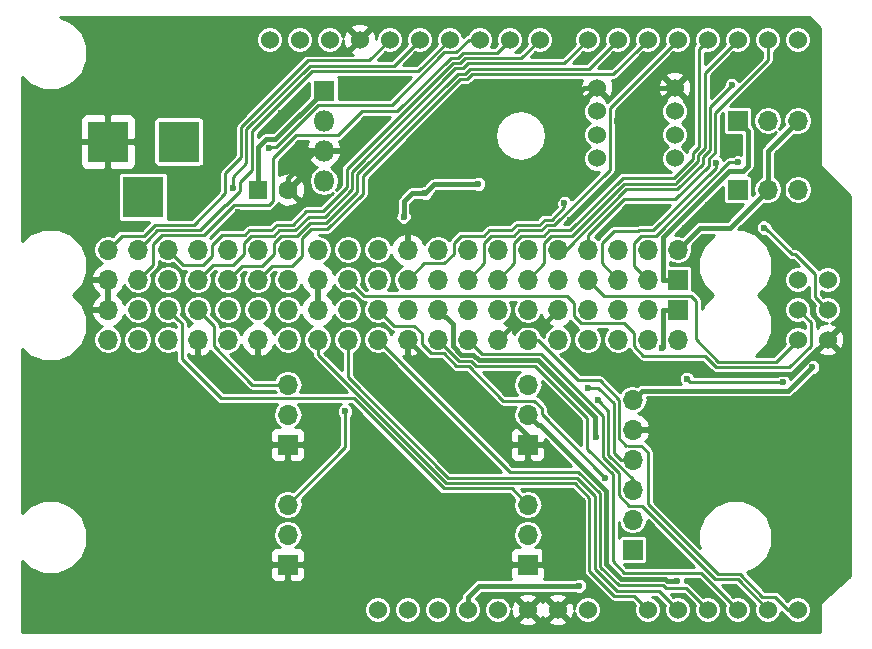
<source format=gbr>
G04 #@! TF.FileFunction,Copper,L2,Bot,Signal*
%FSLAX46Y46*%
G04 Gerber Fmt 4.6, Leading zero omitted, Abs format (unit mm)*
G04 Created by KiCad (PCBNEW 4.0.7) date 2017 October 09, Monday 22:10:02*
%MOMM*%
%LPD*%
G01*
G04 APERTURE LIST*
%ADD10C,0.100000*%
%ADD11C,1.524000*%
%ADD12R,1.700000X1.700000*%
%ADD13O,1.700000X1.700000*%
%ADD14R,3.500000X3.500000*%
%ADD15R,1.600000X1.600000*%
%ADD16C,1.600000*%
%ADD17R,1.800000X1.800000*%
%ADD18O,1.800000X1.800000*%
%ADD19C,0.600000*%
%ADD20C,0.400000*%
%ADD21C,0.250000*%
%ADD22C,0.254000*%
G04 APERTURE END LIST*
D10*
D11*
X213360000Y-88900000D03*
X210820000Y-88900000D03*
X208280000Y-88900000D03*
X200660000Y-88900000D03*
X203200000Y-88900000D03*
X205740000Y-88900000D03*
X195580000Y-88900000D03*
X193040000Y-88900000D03*
X190500000Y-88900000D03*
X185420000Y-88900000D03*
X182880000Y-88900000D03*
X213360000Y-40640000D03*
X210820000Y-40640000D03*
X208280000Y-40640000D03*
X205740000Y-40640000D03*
X203200000Y-40640000D03*
X200660000Y-40640000D03*
X198120000Y-40640000D03*
X195580000Y-40640000D03*
X191516000Y-40640000D03*
X188976000Y-40640000D03*
X186436000Y-40640000D03*
X183896000Y-40640000D03*
X181356000Y-40640000D03*
X178816000Y-40640000D03*
X176276000Y-40640000D03*
X173736000Y-40640000D03*
X187960000Y-88900000D03*
X171196000Y-40640000D03*
X168656000Y-40640000D03*
X180340000Y-88900000D03*
X177800000Y-88900000D03*
X213360000Y-60960000D03*
X215900000Y-60960000D03*
X213360000Y-63500000D03*
X215900000Y-63500000D03*
X213360000Y-66040000D03*
X215900000Y-66040000D03*
D12*
X203200000Y-60960000D03*
D13*
X203200000Y-58420000D03*
X200660000Y-60960000D03*
X200660000Y-58420000D03*
X198120000Y-60960000D03*
X198120000Y-58420000D03*
X195580000Y-60960000D03*
X195580000Y-58420000D03*
X193040000Y-60960000D03*
X193040000Y-58420000D03*
X190500000Y-60960000D03*
X190500000Y-58420000D03*
X187960000Y-60960000D03*
X187960000Y-58420000D03*
X185420000Y-60960000D03*
X185420000Y-58420000D03*
X182880000Y-60960000D03*
X182880000Y-58420000D03*
X180340000Y-60960000D03*
X180340000Y-58420000D03*
X177800000Y-60960000D03*
X177800000Y-58420000D03*
X175260000Y-60960000D03*
X175260000Y-58420000D03*
X172720000Y-60960000D03*
X172720000Y-58420000D03*
X170180000Y-60960000D03*
X170180000Y-58420000D03*
X167640000Y-60960000D03*
X167640000Y-58420000D03*
X165100000Y-60960000D03*
X165100000Y-58420000D03*
X162560000Y-60960000D03*
X162560000Y-58420000D03*
X160020000Y-60960000D03*
X160020000Y-58420000D03*
X157480000Y-60960000D03*
X157480000Y-58420000D03*
X154940000Y-60960000D03*
X154940000Y-58420000D03*
D12*
X170180000Y-85090000D03*
D13*
X170180000Y-82550000D03*
X170180000Y-80010000D03*
D14*
X160940000Y-49276000D03*
X154940000Y-49276000D03*
X157940000Y-53976000D03*
D15*
X167680000Y-53340000D03*
D16*
X170180000Y-53340000D03*
D11*
X202946000Y-44704000D03*
X202946000Y-46704000D03*
X202946000Y-48704000D03*
X202946000Y-50704000D03*
D12*
X208280000Y-53340000D03*
D13*
X210820000Y-53340000D03*
X213360000Y-53340000D03*
D12*
X199390000Y-83820000D03*
D13*
X199390000Y-81280000D03*
X199390000Y-78740000D03*
X199390000Y-76200000D03*
X199390000Y-73660000D03*
X199390000Y-71120000D03*
D12*
X203200000Y-63500000D03*
D13*
X203200000Y-66040000D03*
X200660000Y-63500000D03*
X200660000Y-66040000D03*
X198120000Y-63500000D03*
X198120000Y-66040000D03*
X195580000Y-63500000D03*
X195580000Y-66040000D03*
X193040000Y-63500000D03*
X193040000Y-66040000D03*
X190500000Y-63500000D03*
X190500000Y-66040000D03*
X187960000Y-63500000D03*
X187960000Y-66040000D03*
X185420000Y-63500000D03*
X185420000Y-66040000D03*
X182880000Y-63500000D03*
X182880000Y-66040000D03*
X180340000Y-63500000D03*
X180340000Y-66040000D03*
X177800000Y-63500000D03*
X177800000Y-66040000D03*
X175260000Y-63500000D03*
X175260000Y-66040000D03*
X172720000Y-63500000D03*
X172720000Y-66040000D03*
X170180000Y-63500000D03*
X170180000Y-66040000D03*
X167640000Y-63500000D03*
X167640000Y-66040000D03*
X165100000Y-63500000D03*
X165100000Y-66040000D03*
X162560000Y-63500000D03*
X162560000Y-66040000D03*
X160020000Y-63500000D03*
X160020000Y-66040000D03*
X157480000Y-63500000D03*
X157480000Y-66040000D03*
X154940000Y-63500000D03*
X154940000Y-66040000D03*
D11*
X196342000Y-44704000D03*
X196342000Y-46704000D03*
X196342000Y-48704000D03*
X196342000Y-50704000D03*
D12*
X170180000Y-74930000D03*
D13*
X170180000Y-72390000D03*
X170180000Y-69850000D03*
D12*
X190500000Y-74930000D03*
D13*
X190500000Y-72390000D03*
X190500000Y-69850000D03*
D12*
X190500000Y-85090000D03*
D13*
X190500000Y-82550000D03*
X190500000Y-80010000D03*
D12*
X208280000Y-47498000D03*
D13*
X210820000Y-47498000D03*
X213360000Y-47498000D03*
D17*
X173228000Y-44958000D03*
D18*
X173228000Y-47498000D03*
X173228000Y-50038000D03*
X173228000Y-52578000D03*
D19*
X202438000Y-84328000D03*
X196883838Y-67889852D03*
X202007304Y-68681991D03*
X176468097Y-67944332D03*
X171474328Y-68000804D03*
X205232000Y-57912000D03*
X207772000Y-49530000D03*
X165949852Y-55275646D03*
X194091511Y-55896823D03*
X199139912Y-55015081D03*
X213091336Y-58176787D03*
X191924341Y-71051862D03*
X191924343Y-76588006D03*
X191910468Y-79793142D03*
X187960000Y-69596000D03*
X214630000Y-75946000D03*
X204216000Y-47752000D03*
X205769713Y-54639713D03*
X203813875Y-56595552D03*
X183380835Y-68301706D03*
X204812500Y-68621892D03*
X200660000Y-50800000D03*
X198061368Y-47565666D03*
X169593513Y-46855073D03*
X211836000Y-50800000D03*
X178054000Y-44704000D03*
X182893814Y-53639366D03*
X176793324Y-47352805D03*
X186704712Y-87735850D03*
X182731000Y-55626000D03*
X169905157Y-43413157D03*
X186317625Y-52861228D03*
X181823873Y-53619913D03*
X179981000Y-55626000D03*
X196239956Y-74289027D03*
X201881971Y-66770983D03*
X194873917Y-86886567D03*
X208258433Y-51041426D03*
X206426555Y-51085835D03*
X196403279Y-71139011D03*
X195639232Y-70125465D03*
X207770058Y-44512174D03*
X175026559Y-72115441D03*
X193595904Y-54493519D03*
X210480735Y-56557129D03*
X197029786Y-77734927D03*
X212085042Y-69621891D03*
X203962000Y-69342000D03*
X168632028Y-49785383D03*
X165515723Y-53186946D03*
X214562976Y-68366975D03*
X203157985Y-86452995D03*
D20*
X167680000Y-49707058D02*
X168301685Y-49085373D01*
X167680000Y-53340000D02*
X167680000Y-49707058D01*
X168301685Y-49085373D02*
X169128491Y-49085373D01*
X169128491Y-49085373D02*
X173228000Y-44985864D01*
X173228000Y-44985864D02*
X173228000Y-44958000D01*
X194622237Y-88138001D02*
X193801999Y-88138001D01*
X193801999Y-88138001D02*
X193040000Y-88900000D01*
X197183837Y-68189851D02*
X196883838Y-67889852D01*
X197675977Y-68681991D02*
X197183837Y-68189851D01*
X202007304Y-68681991D02*
X197675977Y-68681991D01*
X204812500Y-68621892D02*
X202067403Y-68621892D01*
X202067403Y-68621892D02*
X202007304Y-68681991D01*
X198061368Y-47565666D02*
X198061368Y-51926966D01*
X194391510Y-55596824D02*
X194091511Y-55896823D01*
X198061368Y-51926966D02*
X194391510Y-55596824D01*
X211836000Y-51224264D02*
X212095053Y-51483317D01*
X213515600Y-58176787D02*
X213091336Y-58176787D01*
X215900000Y-66040000D02*
X217062001Y-64877999D01*
X217062001Y-64877999D02*
X217062001Y-60475447D01*
X217062001Y-60475447D02*
X214763341Y-58176787D01*
X214763341Y-58176787D02*
X213515600Y-58176787D01*
X212095053Y-51483317D02*
X212095053Y-57180504D01*
X212095053Y-57180504D02*
X212791337Y-57876788D01*
X212791337Y-57876788D02*
X213091336Y-58176787D01*
X211836000Y-50800000D02*
X211836000Y-51224264D01*
X191500079Y-76588006D02*
X191924343Y-76588006D01*
X190908006Y-76588006D02*
X191500079Y-76588006D01*
X190500000Y-76180000D02*
X190908006Y-76588006D01*
X190500000Y-74930000D02*
X190500000Y-76180000D01*
X191910468Y-84929532D02*
X191910468Y-80217406D01*
X191750000Y-85090000D02*
X191910468Y-84929532D01*
X191910468Y-80217406D02*
X191910468Y-79793142D01*
X191750000Y-85090000D02*
X194113352Y-85090000D01*
X194113352Y-85090000D02*
X195573918Y-86550566D01*
X195573918Y-86550566D02*
X195573918Y-87186320D01*
X195573918Y-87186320D02*
X194622237Y-88138001D01*
X215900000Y-66040000D02*
X213018109Y-68921891D01*
X202946000Y-44704000D02*
X204216000Y-45974000D01*
X204216000Y-45974000D02*
X204216000Y-47752000D01*
X203813875Y-56595552D02*
X204113874Y-56295552D01*
X204113874Y-56295552D02*
X205469714Y-54939712D01*
X205469714Y-54939712D02*
X205769713Y-54639713D01*
X190500000Y-74930000D02*
X190500000Y-74224914D01*
X190500000Y-74224914D02*
X185231183Y-68956097D01*
X184035226Y-68956097D02*
X183380835Y-68301706D01*
X185231183Y-68956097D02*
X184035226Y-68956097D01*
X182956571Y-68301706D02*
X183380835Y-68301706D01*
X182601706Y-68301706D02*
X182956571Y-68301706D01*
X180340000Y-66040000D02*
X182601706Y-68301706D01*
X190500000Y-85090000D02*
X191750000Y-85090000D01*
X176793324Y-47352805D02*
X176493325Y-47652804D01*
X176493325Y-47652804D02*
X176493325Y-48045467D01*
X176493325Y-48045467D02*
X174500792Y-50038000D01*
X174500792Y-50038000D02*
X173228000Y-50038000D01*
X213018109Y-68921891D02*
X205112499Y-68921891D01*
X205112499Y-68921891D02*
X204812500Y-68621892D01*
X198061368Y-47565666D02*
X198061368Y-48201368D01*
X198061368Y-48201368D02*
X200660000Y-50800000D01*
X198361367Y-47265667D02*
X198061368Y-47565666D01*
X200923034Y-44704000D02*
X198361367Y-47265667D01*
X202946000Y-44704000D02*
X200923034Y-44704000D01*
X170180000Y-53340000D02*
X170180000Y-52340446D01*
X170180000Y-52340446D02*
X172482446Y-50038000D01*
X172482446Y-50038000D02*
X173228000Y-50038000D01*
X196342000Y-44704000D02*
X195264370Y-44704000D01*
X195264370Y-44704000D02*
X194417999Y-45550371D01*
X194417999Y-45550371D02*
X194417999Y-52717947D01*
X194417999Y-52717947D02*
X193496580Y-53639366D01*
X193496580Y-53639366D02*
X182893814Y-53639366D01*
X182731000Y-55626000D02*
X182731000Y-53802180D01*
X182731000Y-53802180D02*
X182893814Y-53639366D01*
X176675195Y-47352805D02*
X176793324Y-47352805D01*
X187128976Y-87735850D02*
X186704712Y-87735850D01*
X189335850Y-87735850D02*
X187128976Y-87735850D01*
X190500000Y-88900000D02*
X189335850Y-87735850D01*
X176276000Y-40640000D02*
X175028160Y-41887840D01*
X175028160Y-41887840D02*
X171430474Y-41887840D01*
X171430474Y-41887840D02*
X170205156Y-43113158D01*
X170205156Y-43113158D02*
X169905157Y-43413157D01*
X187960000Y-66040000D02*
X189210001Y-64789999D01*
X191750001Y-64789999D02*
X192190001Y-64349999D01*
X189210001Y-64789999D02*
X191750001Y-64789999D01*
X192190001Y-64349999D02*
X193040000Y-63500000D01*
X179981000Y-55626000D02*
X179981000Y-54345909D01*
X179981000Y-54345909D02*
X180706996Y-53619913D01*
X180706996Y-53619913D02*
X181823873Y-53619913D01*
X185893361Y-52861228D02*
X186317625Y-52861228D01*
X182582558Y-52861228D02*
X185893361Y-52861228D01*
X181823873Y-53619913D02*
X182582558Y-52861228D01*
X196239956Y-74251132D02*
X196239956Y-74289027D01*
X196155367Y-74166543D02*
X196239956Y-74251132D01*
X182880000Y-63500000D02*
X184132565Y-64752565D01*
X184132565Y-64752565D02*
X184132565Y-66602565D01*
X196155367Y-72558580D02*
X196155367Y-74166543D01*
X191369621Y-67772834D02*
X196155367Y-72558580D01*
X186330477Y-67772834D02*
X191369621Y-67772834D01*
X184132565Y-66602565D02*
X184857677Y-67327677D01*
X184857677Y-67327677D02*
X185885320Y-67327677D01*
X185885320Y-67327677D02*
X186330477Y-67772834D01*
X201950000Y-66702954D02*
X201881971Y-66770983D01*
X201950000Y-63500000D02*
X201950000Y-66702954D01*
X203200000Y-63500000D02*
X201950000Y-63500000D01*
X201949999Y-60959999D02*
X201949999Y-57376715D01*
X203200000Y-60960000D02*
X201949999Y-60959999D01*
X201949999Y-57376715D02*
X207563082Y-51763632D01*
X207563082Y-51763632D02*
X208694356Y-51763632D01*
X209147174Y-51310814D02*
X209147174Y-48365174D01*
X208694356Y-51763632D02*
X209147174Y-51310814D01*
X209147174Y-48365174D02*
X208280000Y-47498000D01*
X185420000Y-88900000D02*
X185420000Y-87822370D01*
X194449653Y-86886567D02*
X194873917Y-86886567D01*
X185420000Y-87822370D02*
X186355803Y-86886567D01*
X186355803Y-86886567D02*
X194449653Y-86886567D01*
X203200000Y-58420000D02*
X205050001Y-56569999D01*
X205050001Y-56569999D02*
X207590001Y-56569999D01*
X207590001Y-56569999D02*
X209970001Y-54189999D01*
X209970001Y-54189999D02*
X210820000Y-53340000D01*
X210820000Y-53340000D02*
X210820000Y-50038000D01*
X210820000Y-50038000D02*
X213360000Y-47498000D01*
D21*
X207834169Y-51041426D02*
X208258433Y-51041426D01*
X207534407Y-51041426D02*
X207834169Y-51041426D01*
X201330834Y-57244999D02*
X207534407Y-51041426D01*
X200095999Y-57244999D02*
X201330834Y-57244999D01*
X199484999Y-57855999D02*
X200095999Y-57244999D01*
X199484999Y-59784999D02*
X199484999Y-57855999D01*
X200660000Y-60960000D02*
X199484999Y-59784999D01*
X198120000Y-60960000D02*
X196755001Y-59595001D01*
X196755001Y-59595001D02*
X196755001Y-57881409D01*
X196755001Y-57881409D02*
X197760034Y-56876376D01*
X197760034Y-56876376D02*
X199828211Y-56876376D01*
X199828211Y-56876376D02*
X199909599Y-56794988D01*
X199909599Y-56794988D02*
X201141666Y-56794988D01*
X201141666Y-56794988D02*
X206426555Y-51510099D01*
X206426555Y-51510099D02*
X206426555Y-51085835D01*
X211484787Y-67915213D02*
X212598001Y-66801999D01*
X212598001Y-66801999D02*
X213360000Y-66040000D01*
X204725383Y-66001433D02*
X206639163Y-67915213D01*
X206639163Y-67915213D02*
X211484787Y-67915213D01*
X196944999Y-62324999D02*
X204310001Y-62324999D01*
X204310001Y-62324999D02*
X204725383Y-62740381D01*
X204725383Y-62740381D02*
X204725383Y-66001433D01*
X195580000Y-60960000D02*
X196944999Y-62324999D01*
X196703278Y-71439010D02*
X196403279Y-71139011D01*
X197314977Y-75794875D02*
X197314977Y-72050709D01*
X199390000Y-77869898D02*
X197314977Y-75794875D01*
X199390000Y-78740000D02*
X199390000Y-77869898D01*
X197314977Y-72050709D02*
X196703278Y-71439010D01*
X202976876Y-54165558D02*
X205801554Y-51340880D01*
X210820000Y-42387234D02*
X210820000Y-41717630D01*
X210820000Y-41717630D02*
X210820000Y-40640000D01*
X206382498Y-50193787D02*
X206382498Y-46824736D01*
X195580000Y-57217919D02*
X198632361Y-54165558D01*
X198632361Y-54165558D02*
X202976876Y-54165558D01*
X195580000Y-58420000D02*
X195580000Y-57217919D01*
X205801554Y-51340880D02*
X205801554Y-50774731D01*
X205801554Y-50774731D02*
X206382498Y-50193787D01*
X206382498Y-46824736D02*
X210820000Y-42387234D01*
X196063496Y-70125465D02*
X195639232Y-70125465D01*
X197764988Y-71419182D02*
X196471271Y-70125465D01*
X197764988Y-75608476D02*
X197764988Y-71419182D01*
X198356512Y-76200000D02*
X197764988Y-75608476D01*
X199390000Y-76200000D02*
X198356512Y-76200000D01*
X196471271Y-70125465D02*
X196063496Y-70125465D01*
X203175193Y-53330830D02*
X205351543Y-51154480D01*
X193725062Y-58420000D02*
X198814232Y-53330830D01*
X207470059Y-44812173D02*
X207770058Y-44512174D01*
X198814232Y-53330830D02*
X203175193Y-53330830D01*
X193040000Y-58420000D02*
X193725062Y-58420000D01*
X205351543Y-51154480D02*
X205351543Y-50588331D01*
X205351543Y-50588331D02*
X205932487Y-50007387D01*
X205932487Y-50007387D02*
X205932487Y-46349745D01*
X205932487Y-46349745D02*
X207470059Y-44812173D01*
X205482476Y-43437524D02*
X207518001Y-41401999D01*
X204901532Y-50401931D02*
X205482476Y-49820988D01*
X198676652Y-52832000D02*
X203025457Y-52832000D01*
X194263654Y-57244999D02*
X198676652Y-52832000D01*
X204901532Y-50955926D02*
X204901532Y-50401931D01*
X191864999Y-57855999D02*
X192475999Y-57244999D01*
X192475999Y-57244999D02*
X194263654Y-57244999D01*
X190500000Y-60960000D02*
X191864999Y-59595001D01*
X203083447Y-52774011D02*
X204901532Y-50955926D01*
X203025457Y-52832000D02*
X203083447Y-52774011D01*
X207518001Y-41401999D02*
X208280000Y-40640000D01*
X205482476Y-49820988D02*
X205482476Y-43437524D01*
X191864999Y-59595001D02*
X191864999Y-57855999D01*
X198825999Y-75024999D02*
X198214999Y-74413999D01*
X198214999Y-71121193D02*
X196594269Y-69500463D01*
X196594269Y-69500463D02*
X194785370Y-69500463D01*
X194785370Y-69500463D02*
X191324907Y-66040000D01*
X191324907Y-66040000D02*
X190500000Y-66040000D01*
X198214999Y-74413999D02*
X198214999Y-71121193D01*
X198976999Y-75024999D02*
X200123090Y-75024999D01*
X200123090Y-75024999D02*
X200646595Y-75548504D01*
X206569999Y-85895002D02*
X208451413Y-85895003D01*
X200646595Y-75548504D02*
X200646595Y-79971598D01*
X200646595Y-79971598D02*
X206569999Y-85895002D01*
X208451413Y-85895003D02*
X210369409Y-87812999D01*
X210369409Y-87812999D02*
X211410167Y-87812999D01*
X211410167Y-87812999D02*
X212497168Y-88900000D01*
X212497168Y-88900000D02*
X213360000Y-88900000D01*
X170180000Y-80010000D02*
X175026559Y-75163441D01*
X175026559Y-75163441D02*
X175026559Y-72115441D01*
X204962226Y-41417774D02*
X204978001Y-41401999D01*
X204978001Y-41401999D02*
X205740000Y-40640000D01*
X204962226Y-49704827D02*
X204962226Y-41417774D01*
X198548242Y-52324000D02*
X202897047Y-52324000D01*
X192289599Y-56794988D02*
X194077254Y-56794988D01*
X202897047Y-52324000D02*
X204451521Y-50769526D01*
X187960000Y-60960000D02*
X189324999Y-59595001D01*
X189324999Y-59595001D02*
X189324999Y-57855999D01*
X189936000Y-57244999D02*
X191839589Y-57244999D01*
X191839589Y-57244999D02*
X192289599Y-56794988D01*
X204451521Y-50769526D02*
X204451522Y-50215530D01*
X204451522Y-50215530D02*
X204962226Y-49704827D01*
X189324999Y-57855999D02*
X189936000Y-57244999D01*
X194077254Y-56794988D02*
X198548242Y-52324000D01*
X197436367Y-46403633D02*
X202438001Y-41401999D01*
X192755093Y-56344977D02*
X197436367Y-51663703D01*
X202438001Y-41401999D02*
X203200000Y-40640000D01*
X192103199Y-56344977D02*
X192755093Y-56344977D01*
X186784999Y-57855999D02*
X187396000Y-57244999D01*
X189299588Y-57244999D02*
X189749600Y-56794988D01*
X186784999Y-59595001D02*
X186784999Y-57855999D01*
X185420000Y-60960000D02*
X186784999Y-59595001D01*
X189749600Y-56794988D02*
X191653188Y-56794988D01*
X187396000Y-57244999D02*
X189299588Y-57244999D01*
X197436367Y-51663703D02*
X197436367Y-46403633D01*
X191653188Y-56794988D02*
X192103199Y-56344977D01*
X186269999Y-66889999D02*
X185420000Y-66040000D01*
X186627823Y-67247823D02*
X186269999Y-66889999D01*
X196864966Y-72525702D02*
X191587087Y-67247823D01*
X196864966Y-76008694D02*
X196864966Y-72525702D01*
X206383599Y-86345012D02*
X200143586Y-80104999D01*
X210820000Y-88900000D02*
X208265012Y-86345012D01*
X208265012Y-86345012D02*
X206383599Y-86345012D01*
X198195288Y-79209226D02*
X198195288Y-77339016D01*
X199091061Y-80104999D02*
X198195288Y-79209226D01*
X200143586Y-80104999D02*
X199091061Y-80104999D01*
X191587087Y-67247823D02*
X186627823Y-67247823D01*
X198195288Y-77339016D02*
X196864966Y-76008694D01*
X184640211Y-67852688D02*
X182880000Y-66092479D01*
X182880000Y-66092479D02*
X182880000Y-66040000D01*
X197675218Y-77455357D02*
X195514514Y-75294653D01*
X195514514Y-75294653D02*
X195514514Y-72660204D01*
X198634661Y-85791810D02*
X197675218Y-84832367D01*
X208280000Y-88900000D02*
X205171810Y-85791810D01*
X197675218Y-84832367D02*
X197675218Y-77455357D01*
X185667854Y-67852688D02*
X184640211Y-67852688D01*
X186113011Y-68297845D02*
X185667854Y-67852688D01*
X205171810Y-85791810D02*
X198634661Y-85791810D01*
X191152155Y-68297845D02*
X186113011Y-68297845D01*
X195514514Y-72660204D02*
X191152155Y-68297845D01*
X191916799Y-55894966D02*
X192560240Y-55894966D01*
X193595904Y-54859302D02*
X193595904Y-54493519D01*
X184855999Y-57244999D02*
X186759588Y-57244999D01*
X187209600Y-56794988D02*
X189113188Y-56794988D01*
X184244999Y-57855999D02*
X184855999Y-57244999D01*
X189113188Y-56794988D02*
X189563200Y-56344977D01*
X186759588Y-57244999D02*
X187209600Y-56794988D01*
X181704999Y-59595001D02*
X183444001Y-59595001D01*
X192560240Y-55894966D02*
X193595904Y-54859302D01*
X180340000Y-60960000D02*
X181704999Y-59595001D01*
X189563200Y-56344977D02*
X191466789Y-56344977D01*
X183444001Y-59595001D02*
X184244999Y-58794003D01*
X184244999Y-58794003D02*
X184244999Y-57855999D01*
X191466789Y-56344977D02*
X191916799Y-55894966D01*
X212835852Y-58805202D02*
X210587779Y-56557129D01*
X213153072Y-58805202D02*
X212835852Y-58805202D01*
X214812999Y-60465129D02*
X213153072Y-58805202D01*
X214812999Y-62412999D02*
X214812999Y-60465129D01*
X210587779Y-56557129D02*
X210480735Y-56557129D01*
X215900000Y-63500000D02*
X214812999Y-62412999D01*
X177800000Y-63500000D02*
X179164999Y-64864999D01*
X179164999Y-64864999D02*
X180904001Y-64864999D01*
X180904001Y-64864999D02*
X181515001Y-65475999D01*
X181515001Y-66414003D02*
X182315999Y-67215001D01*
X181515001Y-65475999D02*
X181515001Y-66414003D01*
X182315999Y-67215001D02*
X183366112Y-67215001D01*
X183366112Y-67215001D02*
X184453811Y-68302699D01*
X185481454Y-68302699D02*
X188393754Y-71214999D01*
X184453811Y-68302699D02*
X185481454Y-68302699D01*
X188393754Y-71214999D02*
X191064001Y-71214999D01*
X191675001Y-71825999D02*
X191675001Y-72380142D01*
X191064001Y-71214999D02*
X191675001Y-71825999D01*
X191675001Y-72380142D02*
X196729787Y-77434928D01*
X196729787Y-77434928D02*
X197029786Y-77734927D01*
X211053892Y-69641999D02*
X212064934Y-69641999D01*
X212064934Y-69641999D02*
X212085042Y-69621891D01*
X203962000Y-69342000D02*
X204261999Y-69641999D01*
X204261999Y-69641999D02*
X211053892Y-69641999D01*
X211053892Y-69641999D02*
X211074000Y-69621891D01*
X205740000Y-88900000D02*
X203917997Y-87077997D01*
X201928931Y-86841832D02*
X198199729Y-86841832D01*
X203917997Y-87077997D02*
X202165096Y-87077997D01*
X178649999Y-66889999D02*
X177800000Y-66040000D01*
X194778418Y-77216000D02*
X188976000Y-77216000D01*
X196625196Y-85267299D02*
X196625196Y-79062778D01*
X198199729Y-86841832D02*
X196625196Y-85267299D01*
X202165096Y-87077997D02*
X201928931Y-86841832D01*
X188976000Y-77216000D02*
X178649999Y-66889999D01*
X196625196Y-79062778D02*
X194778418Y-77216000D01*
X213360000Y-63500000D02*
X214447001Y-64587001D01*
X205483533Y-67395993D02*
X200276991Y-67395993D01*
X206452764Y-68365224D02*
X205483533Y-67395993D01*
X212643538Y-68365224D02*
X206452764Y-68365224D01*
X214447001Y-66561761D02*
X212643538Y-68365224D01*
X214447001Y-64587001D02*
X214447001Y-66561761D01*
X200276991Y-67395993D02*
X199484999Y-66604001D01*
X199484999Y-66604001D02*
X199484999Y-65475999D01*
X199484999Y-65475999D02*
X198684001Y-64675001D01*
X198684001Y-64675001D02*
X195015999Y-64675001D01*
X195015999Y-64675001D02*
X194404999Y-64064001D01*
X194404999Y-64064001D02*
X194404999Y-62935999D01*
X194404999Y-62935999D02*
X193793999Y-62324999D01*
X193793999Y-62324999D02*
X176624999Y-62324999D01*
X176624999Y-62324999D02*
X176109999Y-61809999D01*
X176109999Y-61809999D02*
X175260000Y-60960000D01*
X175260000Y-67242081D02*
X175260000Y-66040000D01*
X175260000Y-69242111D02*
X175260000Y-67242081D01*
X196175185Y-85453699D02*
X196175185Y-79249178D01*
X201591843Y-87291843D02*
X198013329Y-87291843D01*
X198013329Y-87291843D02*
X196175185Y-85453699D01*
X194650007Y-77724000D02*
X183741889Y-77724000D01*
X203200000Y-88900000D02*
X201591843Y-87291843D01*
X183741889Y-77724000D02*
X175260000Y-69242111D01*
X196175185Y-79249178D02*
X194650007Y-77724000D01*
X200660000Y-88900000D02*
X199501854Y-87741854D01*
X199501854Y-87741854D02*
X197826929Y-87741854D01*
X197826929Y-87741854D02*
X195725174Y-85640099D01*
X195725174Y-85640099D02*
X195725174Y-79435578D01*
X195725174Y-79435578D02*
X194487537Y-78197941D01*
X194487537Y-78197941D02*
X183579420Y-78197941D01*
X183579420Y-78197941D02*
X172720000Y-67338521D01*
X172720000Y-67338521D02*
X172720000Y-67242081D01*
X172720000Y-67242081D02*
X172720000Y-66040000D01*
X167640000Y-60960000D02*
X168815001Y-59784999D01*
X176530000Y-52196787D02*
X184724178Y-44002609D01*
X184724178Y-44002609D02*
X185348261Y-44002609D01*
X168815001Y-59784999D02*
X170554003Y-59784999D01*
X170554003Y-59784999D02*
X171355001Y-58984001D01*
X171355001Y-58984001D02*
X171355001Y-57479969D01*
X171355001Y-57479969D02*
X172160865Y-56674106D01*
X172160865Y-56674106D02*
X173542129Y-56674106D01*
X173542129Y-56674106D02*
X176530000Y-53686235D01*
X176530000Y-53686235D02*
X176530000Y-52196787D01*
X185348261Y-44002609D02*
X185807851Y-43543019D01*
X185807851Y-43543019D02*
X197756981Y-43543019D01*
X197756981Y-43543019D02*
X199898001Y-41401999D01*
X199898001Y-41401999D02*
X200660000Y-40640000D01*
X165100000Y-60960000D02*
X166275001Y-59784999D01*
X169615999Y-57244999D02*
X170953562Y-57244999D01*
X166275001Y-59784999D02*
X168014003Y-59784999D01*
X168014003Y-59784999D02*
X169004999Y-58794003D01*
X169004999Y-58794003D02*
X169004999Y-57855999D01*
X170953562Y-57244999D02*
X172018938Y-56179623D01*
X169004999Y-57855999D02*
X169615999Y-57244999D01*
X172018938Y-56179623D02*
X173400201Y-56179623D01*
X176065023Y-53514801D02*
X176065023Y-52025354D01*
X173400201Y-56179623D02*
X176065023Y-53514801D01*
X197358001Y-41401999D02*
X198120000Y-40640000D01*
X185163360Y-43527045D02*
X185597397Y-43093008D01*
X195666992Y-43093008D02*
X197358001Y-41401999D01*
X185597397Y-43093008D02*
X195666992Y-43093008D01*
X176065023Y-52025354D02*
X184563332Y-43527045D01*
X184563332Y-43527045D02*
X185163360Y-43527045D01*
X172773339Y-46183001D02*
X169176624Y-49779716D01*
X178989409Y-46183001D02*
X172773339Y-46183001D01*
X183445409Y-41727001D02*
X178989409Y-46183001D01*
X186436000Y-40640000D02*
X185504762Y-40640000D01*
X184417761Y-41727001D02*
X183445409Y-41727001D01*
X185504762Y-40640000D02*
X184417761Y-41727001D01*
X169176624Y-49779716D02*
X169056292Y-49779716D01*
X169056292Y-49779716D02*
X168632028Y-49779716D01*
X168632028Y-49779716D02*
X168632028Y-49785383D01*
X163409999Y-60110001D02*
X162560000Y-60960000D01*
X166464999Y-58794003D02*
X165569002Y-59690000D01*
X166464999Y-57855999D02*
X166464999Y-58794003D01*
X173315579Y-55627834D02*
X171934316Y-55627834D01*
X175615012Y-53328401D02*
X173315579Y-55627834D01*
X163830000Y-59690000D02*
X163409999Y-60110001D01*
X167076000Y-57244999D02*
X166464999Y-57855999D01*
X165569002Y-59690000D02*
X163830000Y-59690000D01*
X168979589Y-57244999D02*
X167076000Y-57244999D01*
X169429599Y-56794988D02*
X168979589Y-57244999D01*
X170767162Y-56794988D02*
X169429599Y-56794988D01*
X171934316Y-55627834D02*
X170767162Y-56794988D01*
X175615012Y-51813947D02*
X175615012Y-53328401D01*
X184351925Y-43077034D02*
X175615012Y-51813947D01*
X163924999Y-64864999D02*
X163924999Y-66604001D01*
X167170998Y-69850000D02*
X168977919Y-69850000D01*
X163924999Y-66604001D02*
X167170998Y-69850000D01*
X168977919Y-69850000D02*
X170180000Y-69850000D01*
X162560000Y-63500000D02*
X163924999Y-64864999D01*
X184976960Y-43077034D02*
X184351925Y-43077034D01*
X185410997Y-42642997D02*
X184976960Y-43077034D01*
X193577003Y-42642997D02*
X185410997Y-42642997D01*
X195580000Y-40640000D02*
X193577003Y-42642997D01*
X190500000Y-80010000D02*
X189137951Y-78647951D01*
X189137951Y-78647951D02*
X183369640Y-78647951D01*
X183369640Y-78647951D02*
X175746690Y-71025001D01*
X175746690Y-71025001D02*
X164535999Y-71025001D01*
X164535999Y-71025001D02*
X161195001Y-67684003D01*
X161195001Y-67684003D02*
X161195001Y-64675001D01*
X161195001Y-64675001D02*
X160869999Y-64349999D01*
X160869999Y-64349999D02*
X160020000Y-63500000D01*
X181356000Y-40640000D02*
X179133138Y-42862862D01*
X179133138Y-42862862D02*
X172054749Y-42862862D01*
X172054749Y-42862862D02*
X166682856Y-48234755D01*
X166682856Y-48234755D02*
X166682856Y-51095834D01*
X166682856Y-51095834D02*
X165515723Y-52262967D01*
X165515723Y-52262967D02*
X165515723Y-52762682D01*
X165515723Y-52762682D02*
X165515723Y-53186946D01*
X166889600Y-56794988D02*
X168793188Y-56794988D01*
X168793188Y-56794988D02*
X169243199Y-56344977D01*
X166534587Y-57150000D02*
X166889600Y-56794988D01*
X163735001Y-58984001D02*
X163735001Y-58016625D01*
X163029002Y-59690000D02*
X163735001Y-58984001D01*
X164601626Y-57150000D02*
X166534587Y-57150000D01*
X160020000Y-58420000D02*
X161290000Y-59690000D01*
X163735001Y-58016625D02*
X164601626Y-57150000D01*
X161290000Y-59690000D02*
X163029002Y-59690000D01*
X169243199Y-56344977D02*
X170580762Y-56344977D01*
X170580762Y-56344977D02*
X171747916Y-55177823D01*
X171747916Y-55177823D02*
X173129179Y-55177823D01*
X175165001Y-53142001D02*
X175165001Y-51627547D01*
X173129179Y-55177823D02*
X175165001Y-53142001D01*
X189963014Y-42192986D02*
X191516000Y-40640000D01*
X185224597Y-42192986D02*
X189963014Y-42192986D01*
X175165001Y-51627547D02*
X184165525Y-42627023D01*
X184165525Y-42627023D02*
X184790560Y-42627023D01*
X184790560Y-42627023D02*
X185224597Y-42192986D01*
X158737758Y-59702242D02*
X158737758Y-57963240D01*
X157480000Y-60960000D02*
X158737758Y-59702242D01*
X163095698Y-57204798D02*
X165649851Y-54650645D01*
X159496200Y-57204798D02*
X163095698Y-57204798D01*
X158737758Y-57963240D02*
X159496200Y-57204798D01*
X168554357Y-54650645D02*
X168933546Y-54271456D01*
X165649851Y-54650645D02*
X168554357Y-54650645D01*
X176454766Y-46714952D02*
X179441186Y-46714952D01*
X170864278Y-48753694D02*
X174416024Y-48753694D01*
X168933546Y-50684426D02*
X170864278Y-48753694D01*
X168933546Y-54271456D02*
X168933546Y-50684426D01*
X174416024Y-48753694D02*
X176454766Y-46714952D01*
X184604161Y-42177012D02*
X185038197Y-41742975D01*
X183979125Y-42177012D02*
X184604161Y-42177012D01*
X179441186Y-46714952D02*
X183979125Y-42177012D01*
X185038197Y-41742975D02*
X187873025Y-41742975D01*
X187873025Y-41742975D02*
X188214001Y-41401999D01*
X188214001Y-41401999D02*
X188976000Y-40640000D01*
X183896000Y-40640000D02*
X181214699Y-43321301D01*
X162786385Y-56754787D02*
X159145213Y-56754787D01*
X159145213Y-56754787D02*
X158329999Y-57570001D01*
X181214699Y-43321301D02*
X172232721Y-43321301D01*
X167132867Y-51702131D02*
X166155830Y-52679168D01*
X166155830Y-52679168D02*
X166155830Y-53430737D01*
X166155830Y-53430737D02*
X164911841Y-54674726D01*
X164866446Y-54674726D02*
X162786385Y-56754787D01*
X164911841Y-54674726D02*
X164866446Y-54674726D01*
X167132867Y-48421155D02*
X167132867Y-51702131D01*
X172232721Y-43321301D02*
X167132867Y-48421155D01*
X158329999Y-57570001D02*
X157480000Y-58420000D01*
X166232846Y-49530000D02*
X166232846Y-50608156D01*
X164890721Y-51950281D02*
X164890721Y-53650281D01*
X166232846Y-50608156D02*
X164890721Y-51950281D01*
X164890721Y-53650281D02*
X162236226Y-56304776D01*
X162236226Y-56304776D02*
X158980806Y-56304776D01*
X158980806Y-56304776D02*
X158980804Y-56304778D01*
X158980804Y-56304778D02*
X158958812Y-56304778D01*
X158958812Y-56304778D02*
X158018591Y-57244999D01*
X158018591Y-57244999D02*
X156115001Y-57244999D01*
X156115001Y-57244999D02*
X154940000Y-58420000D01*
X166232845Y-49570842D02*
X166232845Y-48048355D01*
X166232845Y-48048355D02*
X171868349Y-42412851D01*
X171868349Y-42412851D02*
X177043149Y-42412851D01*
X177043149Y-42412851D02*
X178816000Y-40640000D01*
D20*
X199390000Y-71120000D02*
X200146517Y-70363483D01*
X212566468Y-70363483D02*
X214562976Y-68366975D01*
X200146517Y-70363483D02*
X212566468Y-70363483D01*
X191544894Y-73239999D02*
X191349999Y-73239999D01*
X197150207Y-85049833D02*
X197150207Y-78845312D01*
X191349999Y-73239999D02*
X190500000Y-72390000D01*
X198417195Y-86316821D02*
X197150207Y-85049833D01*
X202146397Y-86316821D02*
X198417195Y-86316821D01*
X202282571Y-86452995D02*
X202146397Y-86316821D01*
X197150207Y-78845312D02*
X191544894Y-73239999D01*
X203157985Y-86452995D02*
X202282571Y-86452995D01*
D22*
G36*
X215265000Y-39676606D02*
X215265000Y-51308000D01*
X215275006Y-51357410D01*
X215302197Y-51397803D01*
X217805000Y-53900606D01*
X217805000Y-86049439D01*
X215307041Y-88297602D01*
X215277009Y-88338093D01*
X215265000Y-88392000D01*
X215265000Y-90805000D01*
X147701000Y-90805000D01*
X147701000Y-89126359D01*
X176656802Y-89126359D01*
X176830446Y-89546612D01*
X177151697Y-89868423D01*
X177571646Y-90042801D01*
X178026359Y-90043198D01*
X178446612Y-89869554D01*
X178768423Y-89548303D01*
X178942801Y-89128354D01*
X178942802Y-89126359D01*
X179196802Y-89126359D01*
X179370446Y-89546612D01*
X179691697Y-89868423D01*
X180111646Y-90042801D01*
X180566359Y-90043198D01*
X180986612Y-89869554D01*
X181308423Y-89548303D01*
X181482801Y-89128354D01*
X181482802Y-89126359D01*
X181736802Y-89126359D01*
X181910446Y-89546612D01*
X182231697Y-89868423D01*
X182651646Y-90042801D01*
X183106359Y-90043198D01*
X183526612Y-89869554D01*
X183848423Y-89548303D01*
X184022801Y-89128354D01*
X184022802Y-89126359D01*
X184276802Y-89126359D01*
X184450446Y-89546612D01*
X184771697Y-89868423D01*
X185191646Y-90042801D01*
X185646359Y-90043198D01*
X186066612Y-89869554D01*
X186388423Y-89548303D01*
X186562801Y-89128354D01*
X186562802Y-89126359D01*
X186816802Y-89126359D01*
X186990446Y-89546612D01*
X187311697Y-89868423D01*
X187731646Y-90042801D01*
X188186359Y-90043198D01*
X188580815Y-89880213D01*
X189699392Y-89880213D01*
X189768857Y-90122397D01*
X190292302Y-90309144D01*
X190847368Y-90281362D01*
X191231143Y-90122397D01*
X191300608Y-89880213D01*
X192239392Y-89880213D01*
X192308857Y-90122397D01*
X192832302Y-90309144D01*
X193387368Y-90281362D01*
X193771143Y-90122397D01*
X193840608Y-89880213D01*
X193040000Y-89079605D01*
X192239392Y-89880213D01*
X191300608Y-89880213D01*
X190500000Y-89079605D01*
X189699392Y-89880213D01*
X188580815Y-89880213D01*
X188606612Y-89869554D01*
X188928423Y-89548303D01*
X189102801Y-89128354D01*
X189102970Y-88934340D01*
X189118638Y-89247368D01*
X189277603Y-89631143D01*
X189519787Y-89700608D01*
X190320395Y-88900000D01*
X190679605Y-88900000D01*
X191480213Y-89700608D01*
X191722397Y-89631143D01*
X191766453Y-89507656D01*
X191817603Y-89631143D01*
X192059787Y-89700608D01*
X192860395Y-88900000D01*
X193219605Y-88900000D01*
X194020213Y-89700608D01*
X194262397Y-89631143D01*
X194439852Y-89133742D01*
X194610446Y-89546612D01*
X194931697Y-89868423D01*
X195351646Y-90042801D01*
X195806359Y-90043198D01*
X196226612Y-89869554D01*
X196548423Y-89548303D01*
X196722801Y-89128354D01*
X196723198Y-88673641D01*
X196549554Y-88253388D01*
X196228303Y-87931577D01*
X195808354Y-87757199D01*
X195353641Y-87756802D01*
X194933388Y-87930446D01*
X194611577Y-88251697D01*
X194437199Y-88671646D01*
X194437030Y-88865660D01*
X194421362Y-88552632D01*
X194262397Y-88168857D01*
X194020213Y-88099392D01*
X193219605Y-88900000D01*
X192860395Y-88900000D01*
X192059787Y-88099392D01*
X191817603Y-88168857D01*
X191773547Y-88292344D01*
X191722397Y-88168857D01*
X191480213Y-88099392D01*
X190679605Y-88900000D01*
X190320395Y-88900000D01*
X189519787Y-88099392D01*
X189277603Y-88168857D01*
X189100148Y-88666258D01*
X188929554Y-88253388D01*
X188608303Y-87931577D01*
X188579910Y-87919787D01*
X189699392Y-87919787D01*
X190500000Y-88720395D01*
X191300608Y-87919787D01*
X192239392Y-87919787D01*
X193040000Y-88720395D01*
X193840608Y-87919787D01*
X193771143Y-87677603D01*
X193247698Y-87490856D01*
X192692632Y-87518638D01*
X192308857Y-87677603D01*
X192239392Y-87919787D01*
X191300608Y-87919787D01*
X191231143Y-87677603D01*
X190707698Y-87490856D01*
X190152632Y-87518638D01*
X189768857Y-87677603D01*
X189699392Y-87919787D01*
X188579910Y-87919787D01*
X188188354Y-87757199D01*
X187733641Y-87756802D01*
X187313388Y-87930446D01*
X186991577Y-88251697D01*
X186817199Y-88671646D01*
X186816802Y-89126359D01*
X186562802Y-89126359D01*
X186563198Y-88673641D01*
X186389554Y-88253388D01*
X186100349Y-87963679D01*
X186596461Y-87467567D01*
X194497322Y-87467567D01*
X194737863Y-87567449D01*
X195008782Y-87567685D01*
X195259169Y-87464228D01*
X195450904Y-87272826D01*
X195554799Y-87022621D01*
X195555035Y-86751702D01*
X195451578Y-86501315D01*
X195260176Y-86309580D01*
X195009971Y-86205685D01*
X194739052Y-86205449D01*
X194496746Y-86305567D01*
X191882459Y-86305567D01*
X191888327Y-86299699D01*
X191985000Y-86066310D01*
X191985000Y-85375750D01*
X191826250Y-85217000D01*
X190627000Y-85217000D01*
X190627000Y-85237000D01*
X190373000Y-85237000D01*
X190373000Y-85217000D01*
X189173750Y-85217000D01*
X189015000Y-85375750D01*
X189015000Y-86066310D01*
X189111673Y-86299699D01*
X189117541Y-86305567D01*
X186355803Y-86305567D01*
X186133464Y-86349793D01*
X185944974Y-86475738D01*
X185009171Y-87411541D01*
X184883226Y-87600031D01*
X184839000Y-87822370D01*
X184839000Y-87903336D01*
X184773388Y-87930446D01*
X184451577Y-88251697D01*
X184277199Y-88671646D01*
X184276802Y-89126359D01*
X184022802Y-89126359D01*
X184023198Y-88673641D01*
X183849554Y-88253388D01*
X183528303Y-87931577D01*
X183108354Y-87757199D01*
X182653641Y-87756802D01*
X182233388Y-87930446D01*
X181911577Y-88251697D01*
X181737199Y-88671646D01*
X181736802Y-89126359D01*
X181482802Y-89126359D01*
X181483198Y-88673641D01*
X181309554Y-88253388D01*
X180988303Y-87931577D01*
X180568354Y-87757199D01*
X180113641Y-87756802D01*
X179693388Y-87930446D01*
X179371577Y-88251697D01*
X179197199Y-88671646D01*
X179196802Y-89126359D01*
X178942802Y-89126359D01*
X178943198Y-88673641D01*
X178769554Y-88253388D01*
X178448303Y-87931577D01*
X178028354Y-87757199D01*
X177573641Y-87756802D01*
X177153388Y-87930446D01*
X176831577Y-88251697D01*
X176657199Y-88671646D01*
X176656802Y-89126359D01*
X147701000Y-89126359D01*
X147701000Y-84822972D01*
X148296384Y-85419396D01*
X149445272Y-85896456D01*
X150689270Y-85897542D01*
X151838989Y-85422488D01*
X151885808Y-85375750D01*
X168695000Y-85375750D01*
X168695000Y-86066310D01*
X168791673Y-86299699D01*
X168970302Y-86478327D01*
X169203691Y-86575000D01*
X169894250Y-86575000D01*
X170053000Y-86416250D01*
X170053000Y-85217000D01*
X170307000Y-85217000D01*
X170307000Y-86416250D01*
X170465750Y-86575000D01*
X171156309Y-86575000D01*
X171389698Y-86478327D01*
X171568327Y-86299699D01*
X171665000Y-86066310D01*
X171665000Y-85375750D01*
X171506250Y-85217000D01*
X170307000Y-85217000D01*
X170053000Y-85217000D01*
X168853750Y-85217000D01*
X168695000Y-85375750D01*
X151885808Y-85375750D01*
X152719396Y-84543616D01*
X152897916Y-84113690D01*
X168695000Y-84113690D01*
X168695000Y-84804250D01*
X168853750Y-84963000D01*
X170053000Y-84963000D01*
X170053000Y-84943000D01*
X170307000Y-84943000D01*
X170307000Y-84963000D01*
X171506250Y-84963000D01*
X171665000Y-84804250D01*
X171665000Y-84113690D01*
X189015000Y-84113690D01*
X189015000Y-84804250D01*
X189173750Y-84963000D01*
X190373000Y-84963000D01*
X190373000Y-84943000D01*
X190627000Y-84943000D01*
X190627000Y-84963000D01*
X191826250Y-84963000D01*
X191985000Y-84804250D01*
X191985000Y-84113690D01*
X191888327Y-83880301D01*
X191709698Y-83701673D01*
X191476309Y-83605000D01*
X191118364Y-83605000D01*
X191394565Y-83420448D01*
X191661413Y-83021083D01*
X191755117Y-82550000D01*
X191661413Y-82078917D01*
X191394565Y-81679552D01*
X190995200Y-81412704D01*
X190524117Y-81319000D01*
X190475883Y-81319000D01*
X190004800Y-81412704D01*
X189605435Y-81679552D01*
X189338587Y-82078917D01*
X189244883Y-82550000D01*
X189338587Y-83021083D01*
X189605435Y-83420448D01*
X189881636Y-83605000D01*
X189523691Y-83605000D01*
X189290302Y-83701673D01*
X189111673Y-83880301D01*
X189015000Y-84113690D01*
X171665000Y-84113690D01*
X171568327Y-83880301D01*
X171389698Y-83701673D01*
X171156309Y-83605000D01*
X170798364Y-83605000D01*
X171074565Y-83420448D01*
X171341413Y-83021083D01*
X171435117Y-82550000D01*
X171341413Y-82078917D01*
X171074565Y-81679552D01*
X170675200Y-81412704D01*
X170204117Y-81319000D01*
X170155883Y-81319000D01*
X169684800Y-81412704D01*
X169285435Y-81679552D01*
X169018587Y-82078917D01*
X168924883Y-82550000D01*
X169018587Y-83021083D01*
X169285435Y-83420448D01*
X169561636Y-83605000D01*
X169203691Y-83605000D01*
X168970302Y-83701673D01*
X168791673Y-83880301D01*
X168695000Y-84113690D01*
X152897916Y-84113690D01*
X153196456Y-83394728D01*
X153197542Y-82150730D01*
X152722488Y-81001011D01*
X151843616Y-80120604D01*
X150694728Y-79643544D01*
X149450730Y-79642458D01*
X148301011Y-80117512D01*
X147701000Y-80716477D01*
X147701000Y-75215750D01*
X168695000Y-75215750D01*
X168695000Y-75906310D01*
X168791673Y-76139699D01*
X168970302Y-76318327D01*
X169203691Y-76415000D01*
X169894250Y-76415000D01*
X170053000Y-76256250D01*
X170053000Y-75057000D01*
X170307000Y-75057000D01*
X170307000Y-76256250D01*
X170465750Y-76415000D01*
X171156309Y-76415000D01*
X171389698Y-76318327D01*
X171568327Y-76139699D01*
X171665000Y-75906310D01*
X171665000Y-75215750D01*
X171506250Y-75057000D01*
X170307000Y-75057000D01*
X170053000Y-75057000D01*
X168853750Y-75057000D01*
X168695000Y-75215750D01*
X147701000Y-75215750D01*
X147701000Y-66822972D01*
X148296384Y-67419396D01*
X149445272Y-67896456D01*
X150689270Y-67897542D01*
X151838989Y-67422488D01*
X152719396Y-66543616D01*
X153196456Y-65394728D01*
X153197542Y-64150730D01*
X152722488Y-63001011D01*
X151992248Y-62269496D01*
X152719396Y-61543616D01*
X152813540Y-61316892D01*
X153498514Y-61316892D01*
X153744817Y-61841358D01*
X154171271Y-62230000D01*
X153744817Y-62618642D01*
X153498514Y-63143108D01*
X153619181Y-63373000D01*
X154813000Y-63373000D01*
X154813000Y-61087000D01*
X153619181Y-61087000D01*
X153498514Y-61316892D01*
X152813540Y-61316892D01*
X153109929Y-60603108D01*
X153498514Y-60603108D01*
X153619181Y-60833000D01*
X154813000Y-60833000D01*
X154813000Y-60813000D01*
X155067000Y-60813000D01*
X155067000Y-60833000D01*
X155087000Y-60833000D01*
X155087000Y-61087000D01*
X155067000Y-61087000D01*
X155067000Y-63373000D01*
X155087000Y-63373000D01*
X155087000Y-63627000D01*
X155067000Y-63627000D01*
X155067000Y-63647000D01*
X154813000Y-63647000D01*
X154813000Y-63627000D01*
X153619181Y-63627000D01*
X153498514Y-63856892D01*
X153744817Y-64381358D01*
X154173076Y-64771645D01*
X154454512Y-64888212D01*
X154069552Y-65145435D01*
X153802704Y-65544800D01*
X153709000Y-66015883D01*
X153709000Y-66064117D01*
X153802704Y-66535200D01*
X154069552Y-66934565D01*
X154468917Y-67201413D01*
X154940000Y-67295117D01*
X155411083Y-67201413D01*
X155810448Y-66934565D01*
X156077296Y-66535200D01*
X156171000Y-66064117D01*
X156171000Y-66015883D01*
X156249000Y-66015883D01*
X156249000Y-66064117D01*
X156342704Y-66535200D01*
X156609552Y-66934565D01*
X157008917Y-67201413D01*
X157480000Y-67295117D01*
X157951083Y-67201413D01*
X158350448Y-66934565D01*
X158617296Y-66535200D01*
X158711000Y-66064117D01*
X158711000Y-66015883D01*
X158617296Y-65544800D01*
X158350448Y-65145435D01*
X157951083Y-64878587D01*
X157480000Y-64784883D01*
X157008917Y-64878587D01*
X156609552Y-65145435D01*
X156342704Y-65544800D01*
X156249000Y-66015883D01*
X156171000Y-66015883D01*
X156077296Y-65544800D01*
X155810448Y-65145435D01*
X155425488Y-64888212D01*
X155706924Y-64771645D01*
X156135183Y-64381358D01*
X156334917Y-63956053D01*
X156342704Y-63995200D01*
X156609552Y-64394565D01*
X157008917Y-64661413D01*
X157480000Y-64755117D01*
X157951083Y-64661413D01*
X158350448Y-64394565D01*
X158617296Y-63995200D01*
X158711000Y-63524117D01*
X158711000Y-63475883D01*
X158617296Y-63004800D01*
X158350448Y-62605435D01*
X157951083Y-62338587D01*
X157480000Y-62244883D01*
X157008917Y-62338587D01*
X156609552Y-62605435D01*
X156342704Y-63004800D01*
X156334917Y-63043947D01*
X156135183Y-62618642D01*
X155708729Y-62230000D01*
X156135183Y-61841358D01*
X156334917Y-61416053D01*
X156342704Y-61455200D01*
X156609552Y-61854565D01*
X157008917Y-62121413D01*
X157480000Y-62215117D01*
X157951083Y-62121413D01*
X158350448Y-61854565D01*
X158617296Y-61455200D01*
X158711000Y-60984117D01*
X158711000Y-60935883D01*
X158789000Y-60935883D01*
X158789000Y-60984117D01*
X158882704Y-61455200D01*
X159149552Y-61854565D01*
X159548917Y-62121413D01*
X160020000Y-62215117D01*
X160491083Y-62121413D01*
X160890448Y-61854565D01*
X161157296Y-61455200D01*
X161251000Y-60984117D01*
X161251000Y-60935883D01*
X161157296Y-60464800D01*
X160890448Y-60065435D01*
X160491083Y-59798587D01*
X160020000Y-59704883D01*
X159548917Y-59798587D01*
X159149552Y-60065435D01*
X158882704Y-60464800D01*
X158789000Y-60935883D01*
X158711000Y-60935883D01*
X158629490Y-60526102D01*
X159095554Y-60060038D01*
X159205241Y-59895880D01*
X159243758Y-59702242D01*
X159243758Y-59377512D01*
X159548917Y-59581413D01*
X160020000Y-59675117D01*
X160470012Y-59585604D01*
X160932204Y-60047796D01*
X161096362Y-60157483D01*
X161290000Y-60196000D01*
X161602311Y-60196000D01*
X161422704Y-60464800D01*
X161329000Y-60935883D01*
X161329000Y-60984117D01*
X161422704Y-61455200D01*
X161689552Y-61854565D01*
X162088917Y-62121413D01*
X162560000Y-62215117D01*
X163031083Y-62121413D01*
X163430448Y-61854565D01*
X163697296Y-61455200D01*
X163791000Y-60984117D01*
X163791000Y-60935883D01*
X163709490Y-60526102D01*
X164039592Y-60196000D01*
X164142311Y-60196000D01*
X163962704Y-60464800D01*
X163869000Y-60935883D01*
X163869000Y-60984117D01*
X163962704Y-61455200D01*
X164229552Y-61854565D01*
X164628917Y-62121413D01*
X165100000Y-62215117D01*
X165571083Y-62121413D01*
X165970448Y-61854565D01*
X166237296Y-61455200D01*
X166331000Y-60984117D01*
X166331000Y-60935883D01*
X166249490Y-60526102D01*
X166484593Y-60290999D01*
X166618834Y-60290999D01*
X166502704Y-60464800D01*
X166409000Y-60935883D01*
X166409000Y-60984117D01*
X166502704Y-61455200D01*
X166769552Y-61854565D01*
X167168917Y-62121413D01*
X167640000Y-62215117D01*
X168111083Y-62121413D01*
X168510448Y-61854565D01*
X168777296Y-61455200D01*
X168871000Y-60984117D01*
X168871000Y-60935883D01*
X168789490Y-60526102D01*
X169024593Y-60290999D01*
X169158834Y-60290999D01*
X169042704Y-60464800D01*
X168949000Y-60935883D01*
X168949000Y-60984117D01*
X169042704Y-61455200D01*
X169309552Y-61854565D01*
X169708917Y-62121413D01*
X170180000Y-62215117D01*
X170651083Y-62121413D01*
X171050448Y-61854565D01*
X171317296Y-61455200D01*
X171325083Y-61416053D01*
X171524817Y-61841358D01*
X171951271Y-62230000D01*
X171524817Y-62618642D01*
X171325083Y-63043947D01*
X171317296Y-63004800D01*
X171050448Y-62605435D01*
X170651083Y-62338587D01*
X170180000Y-62244883D01*
X169708917Y-62338587D01*
X169309552Y-62605435D01*
X169042704Y-63004800D01*
X168949000Y-63475883D01*
X168949000Y-63524117D01*
X169042704Y-63995200D01*
X169309552Y-64394565D01*
X169708917Y-64661413D01*
X170180000Y-64755117D01*
X170651083Y-64661413D01*
X171050448Y-64394565D01*
X171317296Y-63995200D01*
X171325083Y-63956053D01*
X171524817Y-64381358D01*
X171953076Y-64771645D01*
X172234512Y-64888212D01*
X171849552Y-65145435D01*
X171582704Y-65544800D01*
X171489000Y-66015883D01*
X171489000Y-66064117D01*
X171582704Y-66535200D01*
X171849552Y-66934565D01*
X172214000Y-67178082D01*
X172214000Y-67338521D01*
X172252517Y-67532159D01*
X172362204Y-67696317D01*
X175184888Y-70519001D01*
X171209168Y-70519001D01*
X171341413Y-70321083D01*
X171435117Y-69850000D01*
X171341413Y-69378917D01*
X171074565Y-68979552D01*
X170675200Y-68712704D01*
X170204117Y-68619000D01*
X170155883Y-68619000D01*
X169684800Y-68712704D01*
X169285435Y-68979552D01*
X169041918Y-69344000D01*
X167380590Y-69344000D01*
X165293264Y-67256674D01*
X165571083Y-67201413D01*
X165970448Y-66934565D01*
X166237296Y-66535200D01*
X166245083Y-66496053D01*
X166444817Y-66921358D01*
X166873076Y-67311645D01*
X167283110Y-67481476D01*
X167513000Y-67360155D01*
X167513000Y-66167000D01*
X167493000Y-66167000D01*
X167493000Y-65913000D01*
X167513000Y-65913000D01*
X167513000Y-65893000D01*
X167767000Y-65893000D01*
X167767000Y-65913000D01*
X167787000Y-65913000D01*
X167787000Y-66167000D01*
X167767000Y-66167000D01*
X167767000Y-67360155D01*
X167996890Y-67481476D01*
X168406924Y-67311645D01*
X168835183Y-66921358D01*
X169034917Y-66496053D01*
X169042704Y-66535200D01*
X169309552Y-66934565D01*
X169708917Y-67201413D01*
X170180000Y-67295117D01*
X170651083Y-67201413D01*
X171050448Y-66934565D01*
X171317296Y-66535200D01*
X171411000Y-66064117D01*
X171411000Y-66015883D01*
X171317296Y-65544800D01*
X171050448Y-65145435D01*
X170651083Y-64878587D01*
X170180000Y-64784883D01*
X169708917Y-64878587D01*
X169309552Y-65145435D01*
X169042704Y-65544800D01*
X169034917Y-65583947D01*
X168835183Y-65158642D01*
X168406924Y-64768355D01*
X168125488Y-64651788D01*
X168510448Y-64394565D01*
X168777296Y-63995200D01*
X168871000Y-63524117D01*
X168871000Y-63475883D01*
X168777296Y-63004800D01*
X168510448Y-62605435D01*
X168111083Y-62338587D01*
X167640000Y-62244883D01*
X167168917Y-62338587D01*
X166769552Y-62605435D01*
X166502704Y-63004800D01*
X166409000Y-63475883D01*
X166409000Y-63524117D01*
X166502704Y-63995200D01*
X166769552Y-64394565D01*
X167154512Y-64651788D01*
X166873076Y-64768355D01*
X166444817Y-65158642D01*
X166245083Y-65583947D01*
X166237296Y-65544800D01*
X165970448Y-65145435D01*
X165571083Y-64878587D01*
X165100000Y-64784883D01*
X164628917Y-64878587D01*
X164430999Y-65010832D01*
X164430999Y-64864999D01*
X164392482Y-64671361D01*
X164282795Y-64507203D01*
X163709490Y-63933898D01*
X163791000Y-63524117D01*
X163791000Y-63475883D01*
X163869000Y-63475883D01*
X163869000Y-63524117D01*
X163962704Y-63995200D01*
X164229552Y-64394565D01*
X164628917Y-64661413D01*
X165100000Y-64755117D01*
X165571083Y-64661413D01*
X165970448Y-64394565D01*
X166237296Y-63995200D01*
X166331000Y-63524117D01*
X166331000Y-63475883D01*
X166237296Y-63004800D01*
X165970448Y-62605435D01*
X165571083Y-62338587D01*
X165100000Y-62244883D01*
X164628917Y-62338587D01*
X164229552Y-62605435D01*
X163962704Y-63004800D01*
X163869000Y-63475883D01*
X163791000Y-63475883D01*
X163697296Y-63004800D01*
X163430448Y-62605435D01*
X163031083Y-62338587D01*
X162560000Y-62244883D01*
X162088917Y-62338587D01*
X161689552Y-62605435D01*
X161422704Y-63004800D01*
X161329000Y-63475883D01*
X161329000Y-63524117D01*
X161422704Y-63995200D01*
X161689552Y-64394565D01*
X162074512Y-64651788D01*
X161793076Y-64768355D01*
X161701001Y-64852266D01*
X161701001Y-64675001D01*
X161662484Y-64481363D01*
X161552797Y-64317205D01*
X161169490Y-63933898D01*
X161251000Y-63524117D01*
X161251000Y-63475883D01*
X161157296Y-63004800D01*
X160890448Y-62605435D01*
X160491083Y-62338587D01*
X160020000Y-62244883D01*
X159548917Y-62338587D01*
X159149552Y-62605435D01*
X158882704Y-63004800D01*
X158789000Y-63475883D01*
X158789000Y-63524117D01*
X158882704Y-63995200D01*
X159149552Y-64394565D01*
X159548917Y-64661413D01*
X160020000Y-64755117D01*
X160470012Y-64665604D01*
X160689001Y-64884593D01*
X160689001Y-65010832D01*
X160491083Y-64878587D01*
X160020000Y-64784883D01*
X159548917Y-64878587D01*
X159149552Y-65145435D01*
X158882704Y-65544800D01*
X158789000Y-66015883D01*
X158789000Y-66064117D01*
X158882704Y-66535200D01*
X159149552Y-66934565D01*
X159548917Y-67201413D01*
X160020000Y-67295117D01*
X160491083Y-67201413D01*
X160689001Y-67069168D01*
X160689001Y-67684003D01*
X160727518Y-67877641D01*
X160837205Y-68041799D01*
X164178203Y-71382797D01*
X164342361Y-71492484D01*
X164535999Y-71531001D01*
X169277785Y-71531001D01*
X169018587Y-71918917D01*
X168924883Y-72390000D01*
X169018587Y-72861083D01*
X169285435Y-73260448D01*
X169561636Y-73445000D01*
X169203691Y-73445000D01*
X168970302Y-73541673D01*
X168791673Y-73720301D01*
X168695000Y-73953690D01*
X168695000Y-74644250D01*
X168853750Y-74803000D01*
X170053000Y-74803000D01*
X170053000Y-74783000D01*
X170307000Y-74783000D01*
X170307000Y-74803000D01*
X171506250Y-74803000D01*
X171665000Y-74644250D01*
X171665000Y-73953690D01*
X171568327Y-73720301D01*
X171389698Y-73541673D01*
X171156309Y-73445000D01*
X170798364Y-73445000D01*
X171074565Y-73260448D01*
X171341413Y-72861083D01*
X171435117Y-72390000D01*
X171341413Y-71918917D01*
X171082215Y-71531001D01*
X174657714Y-71531001D01*
X174641307Y-71537780D01*
X174449572Y-71729182D01*
X174345677Y-71979387D01*
X174345441Y-72250306D01*
X174448898Y-72500693D01*
X174520559Y-72572479D01*
X174520559Y-74953849D01*
X170613898Y-78860510D01*
X170204117Y-78779000D01*
X170155883Y-78779000D01*
X169684800Y-78872704D01*
X169285435Y-79139552D01*
X169018587Y-79538917D01*
X168924883Y-80010000D01*
X169018587Y-80481083D01*
X169285435Y-80880448D01*
X169684800Y-81147296D01*
X170155883Y-81241000D01*
X170204117Y-81241000D01*
X170675200Y-81147296D01*
X171074565Y-80880448D01*
X171341413Y-80481083D01*
X171435117Y-80010000D01*
X171345604Y-79559988D01*
X175384355Y-75521237D01*
X175494042Y-75357079D01*
X175532559Y-75163441D01*
X175532559Y-72572564D01*
X175603546Y-72501700D01*
X175707441Y-72251495D01*
X175707677Y-71980576D01*
X175604220Y-71730189D01*
X175412818Y-71538454D01*
X175394869Y-71531001D01*
X175537098Y-71531001D01*
X183011844Y-79005747D01*
X183176002Y-79115434D01*
X183369640Y-79153951D01*
X188928359Y-79153951D01*
X189334396Y-79559988D01*
X189244883Y-80010000D01*
X189338587Y-80481083D01*
X189605435Y-80880448D01*
X190004800Y-81147296D01*
X190475883Y-81241000D01*
X190524117Y-81241000D01*
X190995200Y-81147296D01*
X191394565Y-80880448D01*
X191661413Y-80481083D01*
X191755117Y-80010000D01*
X191661413Y-79538917D01*
X191394565Y-79139552D01*
X190995200Y-78872704D01*
X190524117Y-78779000D01*
X190475883Y-78779000D01*
X190066102Y-78860510D01*
X189909533Y-78703941D01*
X194277945Y-78703941D01*
X195219174Y-79645170D01*
X195219174Y-85640099D01*
X195257691Y-85833737D01*
X195367378Y-85997895D01*
X197469133Y-88099650D01*
X197633291Y-88209337D01*
X197826929Y-88247854D01*
X199292262Y-88247854D01*
X199575544Y-88531136D01*
X199517199Y-88671646D01*
X199516802Y-89126359D01*
X199690446Y-89546612D01*
X200011697Y-89868423D01*
X200431646Y-90042801D01*
X200886359Y-90043198D01*
X201306612Y-89869554D01*
X201628423Y-89548303D01*
X201802801Y-89128354D01*
X201803198Y-88673641D01*
X201629554Y-88253388D01*
X201308303Y-87931577D01*
X200986236Y-87797843D01*
X201382251Y-87797843D01*
X202115544Y-88531136D01*
X202057199Y-88671646D01*
X202056802Y-89126359D01*
X202230446Y-89546612D01*
X202551697Y-89868423D01*
X202971646Y-90042801D01*
X203426359Y-90043198D01*
X203846612Y-89869554D01*
X204168423Y-89548303D01*
X204342801Y-89128354D01*
X204343198Y-88673641D01*
X204169554Y-88253388D01*
X203848303Y-87931577D01*
X203428354Y-87757199D01*
X202973641Y-87756802D01*
X202831235Y-87815643D01*
X202599589Y-87583997D01*
X203708405Y-87583997D01*
X204655544Y-88531136D01*
X204597199Y-88671646D01*
X204596802Y-89126359D01*
X204770446Y-89546612D01*
X205091697Y-89868423D01*
X205511646Y-90042801D01*
X205966359Y-90043198D01*
X206386612Y-89869554D01*
X206708423Y-89548303D01*
X206882801Y-89128354D01*
X206883198Y-88673641D01*
X206709554Y-88253388D01*
X206388303Y-87931577D01*
X205968354Y-87757199D01*
X205513641Y-87756802D01*
X205371235Y-87815643D01*
X204275793Y-86720201D01*
X204111635Y-86610514D01*
X203917997Y-86571997D01*
X203838882Y-86571997D01*
X203839103Y-86318130D01*
X203830707Y-86297810D01*
X204962218Y-86297810D01*
X207195544Y-88531136D01*
X207137199Y-88671646D01*
X207136802Y-89126359D01*
X207310446Y-89546612D01*
X207631697Y-89868423D01*
X208051646Y-90042801D01*
X208506359Y-90043198D01*
X208926612Y-89869554D01*
X209248423Y-89548303D01*
X209422801Y-89128354D01*
X209423198Y-88673641D01*
X209249554Y-88253388D01*
X208928303Y-87931577D01*
X208508354Y-87757199D01*
X208053641Y-87756802D01*
X207911235Y-87815643D01*
X206946604Y-86851012D01*
X208055420Y-86851012D01*
X209735544Y-88531136D01*
X209677199Y-88671646D01*
X209676802Y-89126359D01*
X209850446Y-89546612D01*
X210171697Y-89868423D01*
X210591646Y-90042801D01*
X211046359Y-90043198D01*
X211466612Y-89869554D01*
X211788423Y-89548303D01*
X211962801Y-89128354D01*
X211962842Y-89081266D01*
X212139372Y-89257796D01*
X212303530Y-89367483D01*
X212317587Y-89370279D01*
X212390446Y-89546612D01*
X212711697Y-89868423D01*
X213131646Y-90042801D01*
X213586359Y-90043198D01*
X214006612Y-89869554D01*
X214328423Y-89548303D01*
X214502801Y-89128354D01*
X214503198Y-88673641D01*
X214329554Y-88253388D01*
X214008303Y-87931577D01*
X213588354Y-87757199D01*
X213133641Y-87756802D01*
X212713388Y-87930446D01*
X212478092Y-88165332D01*
X211767963Y-87455203D01*
X211603805Y-87345516D01*
X211410167Y-87306999D01*
X210579001Y-87306999D01*
X209029121Y-85757119D01*
X209838989Y-85422488D01*
X210719396Y-84543616D01*
X211196456Y-83394728D01*
X211197542Y-82150730D01*
X210722488Y-81001011D01*
X209843616Y-80120604D01*
X208694728Y-79643544D01*
X207450730Y-79642458D01*
X206301011Y-80117512D01*
X205420604Y-80996384D01*
X204943544Y-82145272D01*
X204942458Y-83389270D01*
X205056949Y-83666360D01*
X201152595Y-79762006D01*
X201152595Y-75548504D01*
X201114078Y-75354866D01*
X201004391Y-75190708D01*
X200480886Y-74667203D01*
X200457134Y-74651332D01*
X200661645Y-74426924D01*
X200831476Y-74016890D01*
X200710155Y-73787000D01*
X199517000Y-73787000D01*
X199517000Y-73807000D01*
X199263000Y-73807000D01*
X199263000Y-73787000D01*
X199243000Y-73787000D01*
X199243000Y-73533000D01*
X199263000Y-73533000D01*
X199263000Y-73513000D01*
X199517000Y-73513000D01*
X199517000Y-73533000D01*
X200710155Y-73533000D01*
X200831476Y-73303110D01*
X200661645Y-72893076D01*
X200271358Y-72464817D01*
X199846053Y-72265083D01*
X199885200Y-72257296D01*
X200284565Y-71990448D01*
X200551413Y-71591083D01*
X200645117Y-71120000D01*
X200610205Y-70944483D01*
X212566468Y-70944483D01*
X212788807Y-70900257D01*
X212977297Y-70774312D01*
X214707512Y-69044097D01*
X214948228Y-68944636D01*
X215139963Y-68753234D01*
X215243858Y-68503029D01*
X215244094Y-68232110D01*
X215140637Y-67981723D01*
X214949235Y-67789988D01*
X214699030Y-67686093D01*
X214428111Y-67685857D01*
X214177724Y-67789314D01*
X213985989Y-67980716D01*
X213885447Y-68222846D01*
X212723796Y-69384497D01*
X212662703Y-69236639D01*
X212471301Y-69044904D01*
X212221096Y-68941009D01*
X211950177Y-68940773D01*
X211699790Y-69044230D01*
X211607861Y-69135999D01*
X211175090Y-69135999D01*
X211074000Y-69115891D01*
X210972910Y-69135999D01*
X204613725Y-69135999D01*
X204539661Y-68956748D01*
X204348259Y-68765013D01*
X204098054Y-68661118D01*
X203827135Y-68660882D01*
X203576748Y-68764339D01*
X203385013Y-68955741D01*
X203281118Y-69205946D01*
X203280882Y-69476865D01*
X203384339Y-69727252D01*
X203439474Y-69782483D01*
X200146517Y-69782483D01*
X199924178Y-69826709D01*
X199735688Y-69952654D01*
X199735429Y-69952913D01*
X199414117Y-69889000D01*
X199365883Y-69889000D01*
X198894800Y-69982704D01*
X198495435Y-70249552D01*
X198320603Y-70511205D01*
X196952065Y-69142667D01*
X196787907Y-69032980D01*
X196594269Y-68994463D01*
X194994962Y-68994463D01*
X193253207Y-67252708D01*
X193511083Y-67201413D01*
X193910448Y-66934565D01*
X194177296Y-66535200D01*
X194271000Y-66064117D01*
X194271000Y-66015883D01*
X194177296Y-65544800D01*
X193910448Y-65145435D01*
X193525488Y-64888212D01*
X193806924Y-64771645D01*
X194115675Y-64490269D01*
X194658203Y-65032797D01*
X194768165Y-65106271D01*
X194709552Y-65145435D01*
X194442704Y-65544800D01*
X194349000Y-66015883D01*
X194349000Y-66064117D01*
X194442704Y-66535200D01*
X194709552Y-66934565D01*
X195108917Y-67201413D01*
X195580000Y-67295117D01*
X196051083Y-67201413D01*
X196450448Y-66934565D01*
X196717296Y-66535200D01*
X196811000Y-66064117D01*
X196811000Y-66015883D01*
X196717296Y-65544800D01*
X196474213Y-65181001D01*
X197225787Y-65181001D01*
X196982704Y-65544800D01*
X196889000Y-66015883D01*
X196889000Y-66064117D01*
X196982704Y-66535200D01*
X197249552Y-66934565D01*
X197648917Y-67201413D01*
X198120000Y-67295117D01*
X198591083Y-67201413D01*
X198990448Y-66934565D01*
X199049728Y-66845847D01*
X199127203Y-66961797D01*
X199919195Y-67753789D01*
X200083353Y-67863476D01*
X200276991Y-67901993D01*
X205273941Y-67901993D01*
X206094968Y-68723020D01*
X206259126Y-68832707D01*
X206452764Y-68871224D01*
X212643538Y-68871224D01*
X212837176Y-68832707D01*
X213001334Y-68723020D01*
X214704141Y-67020213D01*
X215099392Y-67020213D01*
X215168857Y-67262397D01*
X215692302Y-67449144D01*
X216247368Y-67421362D01*
X216631143Y-67262397D01*
X216700608Y-67020213D01*
X215900000Y-66219605D01*
X215099392Y-67020213D01*
X214704141Y-67020213D01*
X214804797Y-66919557D01*
X214867559Y-66825628D01*
X214919787Y-66840608D01*
X215720395Y-66040000D01*
X216079605Y-66040000D01*
X216880213Y-66840608D01*
X217122397Y-66771143D01*
X217309144Y-66247698D01*
X217281362Y-65692632D01*
X217122397Y-65308857D01*
X216880213Y-65239392D01*
X216079605Y-66040000D01*
X215720395Y-66040000D01*
X215706253Y-66025858D01*
X215885858Y-65846253D01*
X215900000Y-65860395D01*
X216700608Y-65059787D01*
X216631143Y-64817603D01*
X216133742Y-64640148D01*
X216546612Y-64469554D01*
X216868423Y-64148303D01*
X217042801Y-63728354D01*
X217043198Y-63273641D01*
X216869554Y-62853388D01*
X216548303Y-62531577D01*
X216128354Y-62357199D01*
X215673641Y-62356802D01*
X215531235Y-62415643D01*
X215318999Y-62203407D01*
X215318999Y-61956369D01*
X215671646Y-62102801D01*
X216126359Y-62103198D01*
X216546612Y-61929554D01*
X216868423Y-61608303D01*
X217042801Y-61188354D01*
X217043198Y-60733641D01*
X216869554Y-60313388D01*
X216548303Y-59991577D01*
X216128354Y-59817199D01*
X215673641Y-59816802D01*
X215253388Y-59990446D01*
X215153561Y-60090099D01*
X213510868Y-58447406D01*
X213346710Y-58337719D01*
X213153072Y-58299202D01*
X213045444Y-58299202D01*
X211157168Y-56410926D01*
X211058396Y-56171877D01*
X210866994Y-55980142D01*
X210616789Y-55876247D01*
X210345870Y-55876011D01*
X210095483Y-55979468D01*
X209903748Y-56170870D01*
X209799853Y-56421075D01*
X209799617Y-56691994D01*
X209903074Y-56942381D01*
X210094476Y-57134116D01*
X210344681Y-57238011D01*
X210553251Y-57238193D01*
X212478056Y-59162998D01*
X212642214Y-59272685D01*
X212835852Y-59311202D01*
X212943480Y-59311202D01*
X213449356Y-59817078D01*
X213133641Y-59816802D01*
X212713388Y-59990446D01*
X212391577Y-60311697D01*
X212217199Y-60731646D01*
X212216802Y-61186359D01*
X212390446Y-61606612D01*
X212711697Y-61928423D01*
X213131646Y-62102801D01*
X213586359Y-62103198D01*
X214006612Y-61929554D01*
X214306999Y-61629690D01*
X214306999Y-62412999D01*
X214345516Y-62606637D01*
X214455203Y-62770795D01*
X214815544Y-63131136D01*
X214757199Y-63271646D01*
X214756802Y-63726359D01*
X214930446Y-64146612D01*
X215251697Y-64468423D01*
X215671646Y-64642801D01*
X215865660Y-64642970D01*
X215552632Y-64658638D01*
X215168857Y-64817603D01*
X215099393Y-65059785D01*
X214984382Y-64944774D01*
X214953001Y-64976155D01*
X214953001Y-64587001D01*
X214914484Y-64393363D01*
X214804797Y-64229205D01*
X214444456Y-63868864D01*
X214502801Y-63728354D01*
X214503198Y-63273641D01*
X214329554Y-62853388D01*
X214008303Y-62531577D01*
X213588354Y-62357199D01*
X213133641Y-62356802D01*
X212713388Y-62530446D01*
X212391577Y-62851697D01*
X212217199Y-63271646D01*
X212216802Y-63726359D01*
X212390446Y-64146612D01*
X212711697Y-64468423D01*
X213131646Y-64642801D01*
X213586359Y-64643198D01*
X213728765Y-64584357D01*
X213941001Y-64796593D01*
X213941001Y-65043631D01*
X213588354Y-64897199D01*
X213133641Y-64896802D01*
X212713388Y-65070446D01*
X212391577Y-65391697D01*
X212217199Y-65811646D01*
X212216802Y-66266359D01*
X212275643Y-66408765D01*
X211275195Y-67409213D01*
X209852287Y-67409213D01*
X210719396Y-66543616D01*
X211196456Y-65394728D01*
X211197542Y-64150730D01*
X210722488Y-63001011D01*
X209992248Y-62269496D01*
X210719396Y-61543616D01*
X211196456Y-60394728D01*
X211197542Y-59150730D01*
X210722488Y-58001011D01*
X209843616Y-57120604D01*
X208694728Y-56643544D01*
X208338425Y-56643233D01*
X210458456Y-54523202D01*
X210820000Y-54595117D01*
X211291083Y-54501413D01*
X211690448Y-54234565D01*
X211957296Y-53835200D01*
X212051000Y-53364117D01*
X212051000Y-53315883D01*
X212129000Y-53315883D01*
X212129000Y-53364117D01*
X212222704Y-53835200D01*
X212489552Y-54234565D01*
X212888917Y-54501413D01*
X213360000Y-54595117D01*
X213831083Y-54501413D01*
X214230448Y-54234565D01*
X214497296Y-53835200D01*
X214591000Y-53364117D01*
X214591000Y-53315883D01*
X214497296Y-52844800D01*
X214230448Y-52445435D01*
X213831083Y-52178587D01*
X213360000Y-52084883D01*
X212888917Y-52178587D01*
X212489552Y-52445435D01*
X212222704Y-52844800D01*
X212129000Y-53315883D01*
X212051000Y-53315883D01*
X211957296Y-52844800D01*
X211690448Y-52445435D01*
X211401000Y-52252031D01*
X211401000Y-50278658D01*
X212998456Y-48681202D01*
X213360000Y-48753117D01*
X213831083Y-48659413D01*
X214230448Y-48392565D01*
X214497296Y-47993200D01*
X214591000Y-47522117D01*
X214591000Y-47473883D01*
X214497296Y-47002800D01*
X214230448Y-46603435D01*
X213831083Y-46336587D01*
X213360000Y-46242883D01*
X212888917Y-46336587D01*
X212489552Y-46603435D01*
X212222704Y-47002800D01*
X212129000Y-47473883D01*
X212129000Y-47522117D01*
X212192913Y-47843429D01*
X211784429Y-48251913D01*
X211957296Y-47993200D01*
X212051000Y-47522117D01*
X212051000Y-47473883D01*
X211957296Y-47002800D01*
X211690448Y-46603435D01*
X211291083Y-46336587D01*
X210820000Y-46242883D01*
X210348917Y-46336587D01*
X209949552Y-46603435D01*
X209682704Y-47002800D01*
X209589000Y-47473883D01*
X209589000Y-47522117D01*
X209682704Y-47993200D01*
X209949552Y-48392565D01*
X210348917Y-48659413D01*
X210820000Y-48753117D01*
X211291083Y-48659413D01*
X211549796Y-48486546D01*
X210409171Y-49627171D01*
X210283226Y-49815661D01*
X210239000Y-50038000D01*
X210239000Y-52252031D01*
X209949552Y-52445435D01*
X209682704Y-52844800D01*
X209589000Y-53315883D01*
X209589000Y-53364117D01*
X209652913Y-53685429D01*
X209518464Y-53819878D01*
X209518464Y-52490000D01*
X209491897Y-52348810D01*
X209408454Y-52219135D01*
X209281134Y-52132141D01*
X209170008Y-52109638D01*
X209558003Y-51721643D01*
X209683948Y-51533153D01*
X209728174Y-51310814D01*
X209728174Y-48365174D01*
X209683948Y-48142835D01*
X209558003Y-47954345D01*
X209518464Y-47914806D01*
X209518464Y-46648000D01*
X209491897Y-46506810D01*
X209408454Y-46377135D01*
X209281134Y-46290141D01*
X209130000Y-46259536D01*
X207663290Y-46259536D01*
X211177796Y-42745030D01*
X211195030Y-42719238D01*
X211287483Y-42580872D01*
X211326000Y-42387234D01*
X211326000Y-41667653D01*
X211466612Y-41609554D01*
X211788423Y-41288303D01*
X211962801Y-40868354D01*
X211962802Y-40866359D01*
X212216802Y-40866359D01*
X212390446Y-41286612D01*
X212711697Y-41608423D01*
X213131646Y-41782801D01*
X213586359Y-41783198D01*
X214006612Y-41609554D01*
X214328423Y-41288303D01*
X214502801Y-40868354D01*
X214503198Y-40413641D01*
X214329554Y-39993388D01*
X214008303Y-39671577D01*
X213588354Y-39497199D01*
X213133641Y-39496802D01*
X212713388Y-39670446D01*
X212391577Y-39991697D01*
X212217199Y-40411646D01*
X212216802Y-40866359D01*
X211962802Y-40866359D01*
X211963198Y-40413641D01*
X211789554Y-39993388D01*
X211468303Y-39671577D01*
X211048354Y-39497199D01*
X210593641Y-39496802D01*
X210173388Y-39670446D01*
X209851577Y-39991697D01*
X209677199Y-40411646D01*
X209676802Y-40866359D01*
X209850446Y-41286612D01*
X210171697Y-41608423D01*
X210314000Y-41667512D01*
X210314000Y-42177642D01*
X208352690Y-44138952D01*
X208347719Y-44126922D01*
X208156317Y-43935187D01*
X207906112Y-43831292D01*
X207635193Y-43831056D01*
X207384806Y-43934513D01*
X207193071Y-44125915D01*
X207089176Y-44376120D01*
X207089088Y-44477552D01*
X205988476Y-45578164D01*
X205988476Y-43647116D01*
X207911136Y-41724456D01*
X208051646Y-41782801D01*
X208506359Y-41783198D01*
X208926612Y-41609554D01*
X209248423Y-41288303D01*
X209422801Y-40868354D01*
X209423198Y-40413641D01*
X209249554Y-39993388D01*
X208928303Y-39671577D01*
X208508354Y-39497199D01*
X208053641Y-39496802D01*
X207633388Y-39670446D01*
X207311577Y-39991697D01*
X207137199Y-40411646D01*
X207136802Y-40866359D01*
X207195643Y-41008765D01*
X205468226Y-42736182D01*
X205468226Y-41764771D01*
X205511646Y-41782801D01*
X205966359Y-41783198D01*
X206386612Y-41609554D01*
X206708423Y-41288303D01*
X206882801Y-40868354D01*
X206883198Y-40413641D01*
X206709554Y-39993388D01*
X206388303Y-39671577D01*
X205968354Y-39497199D01*
X205513641Y-39496802D01*
X205093388Y-39670446D01*
X204771577Y-39991697D01*
X204597199Y-40411646D01*
X204596802Y-40866359D01*
X204655643Y-41008765D01*
X204604430Y-41059978D01*
X204494743Y-41224136D01*
X204456226Y-41417774D01*
X204456226Y-49495234D01*
X204093726Y-49857734D01*
X204068204Y-49895931D01*
X203984039Y-50021891D01*
X203957017Y-50157738D01*
X203915554Y-50057388D01*
X203594303Y-49735577D01*
X203518591Y-49704139D01*
X203592612Y-49673554D01*
X203914423Y-49352303D01*
X204088801Y-48932354D01*
X204089198Y-48477641D01*
X203915554Y-48057388D01*
X203594303Y-47735577D01*
X203518591Y-47704139D01*
X203592612Y-47673554D01*
X203914423Y-47352303D01*
X204088801Y-46932354D01*
X204089198Y-46477641D01*
X203915554Y-46057388D01*
X203701170Y-45842630D01*
X203746608Y-45684213D01*
X202946000Y-44883605D01*
X202145392Y-45684213D01*
X202190872Y-45842774D01*
X201977577Y-46055697D01*
X201803199Y-46475646D01*
X201802802Y-46930359D01*
X201976446Y-47350612D01*
X202297697Y-47672423D01*
X202373409Y-47703861D01*
X202299388Y-47734446D01*
X201977577Y-48055697D01*
X201803199Y-48475646D01*
X201802802Y-48930359D01*
X201976446Y-49350612D01*
X202297697Y-49672423D01*
X202373409Y-49703861D01*
X202299388Y-49734446D01*
X201977577Y-50055697D01*
X201803199Y-50475646D01*
X201802802Y-50930359D01*
X201976446Y-51350612D01*
X202297697Y-51672423D01*
X202648285Y-51818000D01*
X198548242Y-51818000D01*
X198354604Y-51856517D01*
X198190446Y-51966204D01*
X193867662Y-56288988D01*
X193526674Y-56288988D01*
X197794163Y-52021499D01*
X197903850Y-51857341D01*
X197942367Y-51663703D01*
X197942367Y-46613225D01*
X200059290Y-44496302D01*
X201536856Y-44496302D01*
X201564638Y-45051368D01*
X201723603Y-45435143D01*
X201965787Y-45504608D01*
X202766395Y-44704000D01*
X203125605Y-44704000D01*
X203926213Y-45504608D01*
X204168397Y-45435143D01*
X204355144Y-44911698D01*
X204327362Y-44356632D01*
X204168397Y-43972857D01*
X203926213Y-43903392D01*
X203125605Y-44704000D01*
X202766395Y-44704000D01*
X201965787Y-43903392D01*
X201723603Y-43972857D01*
X201536856Y-44496302D01*
X200059290Y-44496302D01*
X200831805Y-43723787D01*
X202145392Y-43723787D01*
X202946000Y-44524395D01*
X203746608Y-43723787D01*
X203677143Y-43481603D01*
X203153698Y-43294856D01*
X202598632Y-43322638D01*
X202214857Y-43481603D01*
X202145392Y-43723787D01*
X200831805Y-43723787D01*
X202831136Y-41724456D01*
X202971646Y-41782801D01*
X203426359Y-41783198D01*
X203846612Y-41609554D01*
X204168423Y-41288303D01*
X204342801Y-40868354D01*
X204343198Y-40413641D01*
X204169554Y-39993388D01*
X203848303Y-39671577D01*
X203428354Y-39497199D01*
X202973641Y-39496802D01*
X202553388Y-39670446D01*
X202231577Y-39991697D01*
X202057199Y-40411646D01*
X202056802Y-40866359D01*
X202115643Y-41008765D01*
X197189393Y-45935015D01*
X197097170Y-45842630D01*
X197142608Y-45684213D01*
X196342000Y-44883605D01*
X195541392Y-45684213D01*
X195586872Y-45842774D01*
X195373577Y-46055697D01*
X195199199Y-46475646D01*
X195198802Y-46930359D01*
X195372446Y-47350612D01*
X195693697Y-47672423D01*
X195769409Y-47703861D01*
X195695388Y-47734446D01*
X195373577Y-48055697D01*
X195199199Y-48475646D01*
X195198802Y-48930359D01*
X195372446Y-49350612D01*
X195693697Y-49672423D01*
X195769409Y-49703861D01*
X195695388Y-49734446D01*
X195373577Y-50055697D01*
X195199199Y-50475646D01*
X195198802Y-50930359D01*
X195372446Y-51350612D01*
X195693697Y-51672423D01*
X196113646Y-51846801D01*
X196537307Y-51847171D01*
X194203577Y-54180901D01*
X194173565Y-54108267D01*
X193982163Y-53916532D01*
X193731958Y-53812637D01*
X193461039Y-53812401D01*
X193210652Y-53915858D01*
X193018917Y-54107260D01*
X192915022Y-54357465D01*
X192914786Y-54628384D01*
X192972222Y-54767392D01*
X192350648Y-55388966D01*
X191916799Y-55388966D01*
X191723161Y-55427483D01*
X191559003Y-55537170D01*
X191257197Y-55838977D01*
X189563200Y-55838977D01*
X189369562Y-55877494D01*
X189265569Y-55946980D01*
X189205404Y-55987181D01*
X188903596Y-56288988D01*
X187209600Y-56288988D01*
X187015962Y-56327505D01*
X186875925Y-56421075D01*
X186851804Y-56437192D01*
X186549996Y-56738999D01*
X184855999Y-56738999D01*
X184662361Y-56777516D01*
X184498203Y-56887203D01*
X183887203Y-57498203D01*
X183809728Y-57614153D01*
X183750448Y-57525435D01*
X183351083Y-57258587D01*
X182880000Y-57164883D01*
X182408917Y-57258587D01*
X182009552Y-57525435D01*
X181742704Y-57924800D01*
X181734917Y-57963947D01*
X181535183Y-57538642D01*
X181106924Y-57148355D01*
X180696890Y-56978524D01*
X180467000Y-57099845D01*
X180467000Y-58293000D01*
X180487000Y-58293000D01*
X180487000Y-58547000D01*
X180467000Y-58547000D01*
X180467000Y-58567000D01*
X180213000Y-58567000D01*
X180213000Y-58547000D01*
X180193000Y-58547000D01*
X180193000Y-58293000D01*
X180213000Y-58293000D01*
X180213000Y-57099845D01*
X179983110Y-56978524D01*
X179573076Y-57148355D01*
X179144817Y-57538642D01*
X178945083Y-57963947D01*
X178937296Y-57924800D01*
X178670448Y-57525435D01*
X178271083Y-57258587D01*
X177800000Y-57164883D01*
X177328917Y-57258587D01*
X176929552Y-57525435D01*
X176662704Y-57924800D01*
X176569000Y-58395883D01*
X176569000Y-58444117D01*
X176662704Y-58915200D01*
X176929552Y-59314565D01*
X177328917Y-59581413D01*
X177800000Y-59675117D01*
X178271083Y-59581413D01*
X178670448Y-59314565D01*
X178937296Y-58915200D01*
X178945083Y-58876053D01*
X179144817Y-59301358D01*
X179573076Y-59691645D01*
X179854512Y-59808212D01*
X179469552Y-60065435D01*
X179202704Y-60464800D01*
X179109000Y-60935883D01*
X179109000Y-60984117D01*
X179202704Y-61455200D01*
X179445787Y-61818999D01*
X178694213Y-61818999D01*
X178937296Y-61455200D01*
X179031000Y-60984117D01*
X179031000Y-60935883D01*
X178937296Y-60464800D01*
X178670448Y-60065435D01*
X178271083Y-59798587D01*
X177800000Y-59704883D01*
X177328917Y-59798587D01*
X176929552Y-60065435D01*
X176662704Y-60464800D01*
X176569000Y-60935883D01*
X176569000Y-60984117D01*
X176662704Y-61455200D01*
X176905787Y-61818999D01*
X176834591Y-61818999D01*
X176409490Y-61393898D01*
X176491000Y-60984117D01*
X176491000Y-60935883D01*
X176397296Y-60464800D01*
X176130448Y-60065435D01*
X175731083Y-59798587D01*
X175260000Y-59704883D01*
X174788917Y-59798587D01*
X174389552Y-60065435D01*
X174122704Y-60464800D01*
X174114917Y-60503947D01*
X173915183Y-60078642D01*
X173486924Y-59688355D01*
X173205488Y-59571788D01*
X173590448Y-59314565D01*
X173857296Y-58915200D01*
X173951000Y-58444117D01*
X173951000Y-58395883D01*
X174029000Y-58395883D01*
X174029000Y-58444117D01*
X174122704Y-58915200D01*
X174389552Y-59314565D01*
X174788917Y-59581413D01*
X175260000Y-59675117D01*
X175731083Y-59581413D01*
X176130448Y-59314565D01*
X176397296Y-58915200D01*
X176491000Y-58444117D01*
X176491000Y-58395883D01*
X176397296Y-57924800D01*
X176130448Y-57525435D01*
X175731083Y-57258587D01*
X175260000Y-57164883D01*
X174788917Y-57258587D01*
X174389552Y-57525435D01*
X174122704Y-57924800D01*
X174029000Y-58395883D01*
X173951000Y-58395883D01*
X173857296Y-57924800D01*
X173590448Y-57525435D01*
X173191083Y-57258587D01*
X172796531Y-57180106D01*
X173542129Y-57180106D01*
X173735767Y-57141589D01*
X173899925Y-57031902D01*
X175170962Y-55760865D01*
X179299882Y-55760865D01*
X179403339Y-56011252D01*
X179594741Y-56202987D01*
X179844946Y-56306882D01*
X180115865Y-56307118D01*
X180366252Y-56203661D01*
X180557987Y-56012259D01*
X180661882Y-55762054D01*
X180662118Y-55491135D01*
X180562000Y-55248829D01*
X180562000Y-54586567D01*
X180947654Y-54200913D01*
X181447278Y-54200913D01*
X181687819Y-54300795D01*
X181958738Y-54301031D01*
X182209125Y-54197574D01*
X182400860Y-54006172D01*
X182501402Y-53764042D01*
X182823216Y-53442228D01*
X185941030Y-53442228D01*
X186181571Y-53542110D01*
X186452490Y-53542346D01*
X186702877Y-53438889D01*
X186894612Y-53247487D01*
X186998507Y-52997282D01*
X186998743Y-52726363D01*
X186895286Y-52475976D01*
X186703884Y-52284241D01*
X186453679Y-52180346D01*
X186182760Y-52180110D01*
X185940454Y-52280228D01*
X182582558Y-52280228D01*
X182360219Y-52324454D01*
X182171729Y-52450399D01*
X181679337Y-52942791D01*
X181446702Y-53038913D01*
X180706996Y-53038913D01*
X180484657Y-53083139D01*
X180296167Y-53209084D01*
X179570171Y-53935080D01*
X179444226Y-54123570D01*
X179400000Y-54345909D01*
X179400000Y-55249405D01*
X179300118Y-55489946D01*
X179299882Y-55760865D01*
X175170962Y-55760865D01*
X176887796Y-54044031D01*
X176911820Y-54008077D01*
X176997483Y-53879873D01*
X177036000Y-53686235D01*
X177036000Y-52406379D01*
X180716128Y-48726251D01*
X187757000Y-48726251D01*
X187757000Y-48809749D01*
X187919213Y-49625247D01*
X188381155Y-50316594D01*
X189072502Y-50778536D01*
X189888000Y-50940749D01*
X190703498Y-50778536D01*
X191394845Y-50316594D01*
X191856787Y-49625247D01*
X192019000Y-48809749D01*
X192019000Y-48726251D01*
X191856787Y-47910753D01*
X191394845Y-47219406D01*
X190703498Y-46757464D01*
X189888000Y-46595251D01*
X189072502Y-46757464D01*
X188381155Y-47219406D01*
X187919213Y-47910753D01*
X187757000Y-48726251D01*
X180716128Y-48726251D01*
X184933770Y-44508609D01*
X185348261Y-44508609D01*
X185541899Y-44470092D01*
X185706057Y-44360405D01*
X186017443Y-44049019D01*
X195092431Y-44049019D01*
X194932856Y-44496302D01*
X194960638Y-45051368D01*
X195119603Y-45435143D01*
X195361787Y-45504608D01*
X196162395Y-44704000D01*
X196148253Y-44689858D01*
X196327858Y-44510253D01*
X196342000Y-44524395D01*
X196356143Y-44510253D01*
X196535748Y-44689858D01*
X196521605Y-44704000D01*
X197322213Y-45504608D01*
X197564397Y-45435143D01*
X197751144Y-44911698D01*
X197723362Y-44356632D01*
X197595944Y-44049019D01*
X197756981Y-44049019D01*
X197950619Y-44010502D01*
X198114777Y-43900815D01*
X200291136Y-41724456D01*
X200431646Y-41782801D01*
X200886359Y-41783198D01*
X201306612Y-41609554D01*
X201628423Y-41288303D01*
X201802801Y-40868354D01*
X201803198Y-40413641D01*
X201629554Y-39993388D01*
X201308303Y-39671577D01*
X200888354Y-39497199D01*
X200433641Y-39496802D01*
X200013388Y-39670446D01*
X199691577Y-39991697D01*
X199517199Y-40411646D01*
X199516802Y-40866359D01*
X199575643Y-41008765D01*
X197547389Y-43037019D01*
X196438573Y-43037019D01*
X197751136Y-41724456D01*
X197891646Y-41782801D01*
X198346359Y-41783198D01*
X198766612Y-41609554D01*
X199088423Y-41288303D01*
X199262801Y-40868354D01*
X199263198Y-40413641D01*
X199089554Y-39993388D01*
X198768303Y-39671577D01*
X198348354Y-39497199D01*
X197893641Y-39496802D01*
X197473388Y-39670446D01*
X197151577Y-39991697D01*
X196977199Y-40411646D01*
X196976802Y-40866359D01*
X197035643Y-41008765D01*
X195457400Y-42587008D01*
X194348584Y-42587008D01*
X195211136Y-41724456D01*
X195351646Y-41782801D01*
X195806359Y-41783198D01*
X196226612Y-41609554D01*
X196548423Y-41288303D01*
X196722801Y-40868354D01*
X196723198Y-40413641D01*
X196549554Y-39993388D01*
X196228303Y-39671577D01*
X195808354Y-39497199D01*
X195353641Y-39496802D01*
X194933388Y-39670446D01*
X194611577Y-39991697D01*
X194437199Y-40411646D01*
X194436802Y-40866359D01*
X194495643Y-41008765D01*
X193367411Y-42136997D01*
X190734595Y-42136997D01*
X191147136Y-41724456D01*
X191287646Y-41782801D01*
X191742359Y-41783198D01*
X192162612Y-41609554D01*
X192484423Y-41288303D01*
X192658801Y-40868354D01*
X192659198Y-40413641D01*
X192485554Y-39993388D01*
X192164303Y-39671577D01*
X191744354Y-39497199D01*
X191289641Y-39496802D01*
X190869388Y-39670446D01*
X190547577Y-39991697D01*
X190373199Y-40411646D01*
X190372802Y-40866359D01*
X190431643Y-41008765D01*
X189753422Y-41686986D01*
X189435211Y-41686986D01*
X189622612Y-41609554D01*
X189944423Y-41288303D01*
X190118801Y-40868354D01*
X190119198Y-40413641D01*
X189945554Y-39993388D01*
X189624303Y-39671577D01*
X189204354Y-39497199D01*
X188749641Y-39496802D01*
X188329388Y-39670446D01*
X188007577Y-39991697D01*
X187833199Y-40411646D01*
X187832802Y-40866359D01*
X187891643Y-41008765D01*
X187663433Y-41236975D01*
X187425736Y-41236975D01*
X187578801Y-40868354D01*
X187579198Y-40413641D01*
X187405554Y-39993388D01*
X187084303Y-39671577D01*
X186664354Y-39497199D01*
X186209641Y-39496802D01*
X185789388Y-39670446D01*
X185467577Y-39991697D01*
X185399820Y-40154874D01*
X185311124Y-40172517D01*
X185146966Y-40282204D01*
X185032278Y-40396892D01*
X184865554Y-39993388D01*
X184544303Y-39671577D01*
X184124354Y-39497199D01*
X183669641Y-39496802D01*
X183249388Y-39670446D01*
X182927577Y-39991697D01*
X182753199Y-40411646D01*
X182752802Y-40866359D01*
X182811643Y-41008765D01*
X181005107Y-42815301D01*
X179896291Y-42815301D01*
X180987136Y-41724456D01*
X181127646Y-41782801D01*
X181582359Y-41783198D01*
X182002612Y-41609554D01*
X182324423Y-41288303D01*
X182498801Y-40868354D01*
X182499198Y-40413641D01*
X182325554Y-39993388D01*
X182004303Y-39671577D01*
X181584354Y-39497199D01*
X181129641Y-39496802D01*
X180709388Y-39670446D01*
X180387577Y-39991697D01*
X180213199Y-40411646D01*
X180212802Y-40866359D01*
X180271643Y-41008765D01*
X178923546Y-42356862D01*
X177814730Y-42356862D01*
X178447136Y-41724456D01*
X178587646Y-41782801D01*
X179042359Y-41783198D01*
X179462612Y-41609554D01*
X179784423Y-41288303D01*
X179958801Y-40868354D01*
X179959198Y-40413641D01*
X179785554Y-39993388D01*
X179464303Y-39671577D01*
X179044354Y-39497199D01*
X178589641Y-39496802D01*
X178169388Y-39670446D01*
X177847577Y-39991697D01*
X177673199Y-40411646D01*
X177673030Y-40605660D01*
X177657362Y-40292632D01*
X177498397Y-39908857D01*
X177256213Y-39839392D01*
X176455605Y-40640000D01*
X176469748Y-40654143D01*
X176290143Y-40833748D01*
X176276000Y-40819605D01*
X175475392Y-41620213D01*
X175544857Y-41862397D01*
X175669460Y-41906851D01*
X171868349Y-41906851D01*
X171674711Y-41945368D01*
X171510553Y-42055055D01*
X165875049Y-47690559D01*
X165765362Y-47854717D01*
X165726845Y-48048355D01*
X165726845Y-49570842D01*
X165726846Y-49570847D01*
X165726846Y-50398564D01*
X164532925Y-51592485D01*
X164423238Y-51756643D01*
X164384721Y-51950281D01*
X164384721Y-53440689D01*
X162026634Y-55798776D01*
X160063727Y-55798776D01*
X160078464Y-55726000D01*
X160078464Y-52226000D01*
X160051897Y-52084810D01*
X159968454Y-51955135D01*
X159841134Y-51868141D01*
X159690000Y-51837536D01*
X156190000Y-51837536D01*
X156048810Y-51864103D01*
X155919135Y-51947546D01*
X155832141Y-52074866D01*
X155801536Y-52226000D01*
X155801536Y-55726000D01*
X155828103Y-55867190D01*
X155911546Y-55996865D01*
X156038866Y-56083859D01*
X156190000Y-56114464D01*
X158433534Y-56114464D01*
X157808999Y-56738999D01*
X156115001Y-56738999D01*
X155921363Y-56777516D01*
X155757205Y-56887203D01*
X155390012Y-57254396D01*
X154940000Y-57164883D01*
X154468917Y-57258587D01*
X154069552Y-57525435D01*
X153802704Y-57924800D01*
X153709000Y-58395883D01*
X153709000Y-58444117D01*
X153802704Y-58915200D01*
X154069552Y-59314565D01*
X154454512Y-59571788D01*
X154173076Y-59688355D01*
X153744817Y-60078642D01*
X153498514Y-60603108D01*
X153109929Y-60603108D01*
X153196456Y-60394728D01*
X153197542Y-59150730D01*
X152722488Y-58001011D01*
X151843616Y-57120604D01*
X150694728Y-56643544D01*
X149450730Y-56642458D01*
X148301011Y-57117512D01*
X147701000Y-57716477D01*
X147701000Y-49561750D01*
X152555000Y-49561750D01*
X152555000Y-51152310D01*
X152651673Y-51385699D01*
X152830302Y-51564327D01*
X153063691Y-51661000D01*
X154654250Y-51661000D01*
X154813000Y-51502250D01*
X154813000Y-49403000D01*
X155067000Y-49403000D01*
X155067000Y-51502250D01*
X155225750Y-51661000D01*
X156816309Y-51661000D01*
X157049698Y-51564327D01*
X157228327Y-51385699D01*
X157325000Y-51152310D01*
X157325000Y-49561750D01*
X157166250Y-49403000D01*
X155067000Y-49403000D01*
X154813000Y-49403000D01*
X152713750Y-49403000D01*
X152555000Y-49561750D01*
X147701000Y-49561750D01*
X147701000Y-47399690D01*
X152555000Y-47399690D01*
X152555000Y-48990250D01*
X152713750Y-49149000D01*
X154813000Y-49149000D01*
X154813000Y-47049750D01*
X155067000Y-47049750D01*
X155067000Y-49149000D01*
X157166250Y-49149000D01*
X157325000Y-48990250D01*
X157325000Y-47526000D01*
X158801536Y-47526000D01*
X158801536Y-51026000D01*
X158828103Y-51167190D01*
X158911546Y-51296865D01*
X159038866Y-51383859D01*
X159190000Y-51414464D01*
X162690000Y-51414464D01*
X162831190Y-51387897D01*
X162960865Y-51304454D01*
X163047859Y-51177134D01*
X163078464Y-51026000D01*
X163078464Y-47526000D01*
X163051897Y-47384810D01*
X162968454Y-47255135D01*
X162841134Y-47168141D01*
X162690000Y-47137536D01*
X159190000Y-47137536D01*
X159048810Y-47164103D01*
X158919135Y-47247546D01*
X158832141Y-47374866D01*
X158801536Y-47526000D01*
X157325000Y-47526000D01*
X157325000Y-47399690D01*
X157228327Y-47166301D01*
X157049698Y-46987673D01*
X156816309Y-46891000D01*
X155225750Y-46891000D01*
X155067000Y-47049750D01*
X154813000Y-47049750D01*
X154654250Y-46891000D01*
X153063691Y-46891000D01*
X152830302Y-46987673D01*
X152651673Y-47166301D01*
X152555000Y-47399690D01*
X147701000Y-47399690D01*
X147701000Y-43822972D01*
X148296384Y-44419396D01*
X149445272Y-44896456D01*
X150689270Y-44897542D01*
X151838989Y-44422488D01*
X152719396Y-43543616D01*
X153196456Y-42394728D01*
X153197542Y-41150730D01*
X153080043Y-40866359D01*
X167512802Y-40866359D01*
X167686446Y-41286612D01*
X168007697Y-41608423D01*
X168427646Y-41782801D01*
X168882359Y-41783198D01*
X169302612Y-41609554D01*
X169624423Y-41288303D01*
X169798801Y-40868354D01*
X169798802Y-40866359D01*
X170052802Y-40866359D01*
X170226446Y-41286612D01*
X170547697Y-41608423D01*
X170967646Y-41782801D01*
X171422359Y-41783198D01*
X171842612Y-41609554D01*
X172164423Y-41288303D01*
X172338801Y-40868354D01*
X172338802Y-40866359D01*
X172592802Y-40866359D01*
X172766446Y-41286612D01*
X173087697Y-41608423D01*
X173507646Y-41782801D01*
X173962359Y-41783198D01*
X174382612Y-41609554D01*
X174704423Y-41288303D01*
X174878801Y-40868354D01*
X174878970Y-40674340D01*
X174894638Y-40987368D01*
X175053603Y-41371143D01*
X175295787Y-41440608D01*
X176096395Y-40640000D01*
X175295787Y-39839392D01*
X175053603Y-39908857D01*
X174876148Y-40406258D01*
X174705554Y-39993388D01*
X174384303Y-39671577D01*
X174355910Y-39659787D01*
X175475392Y-39659787D01*
X176276000Y-40460395D01*
X177076608Y-39659787D01*
X177007143Y-39417603D01*
X176483698Y-39230856D01*
X175928632Y-39258638D01*
X175544857Y-39417603D01*
X175475392Y-39659787D01*
X174355910Y-39659787D01*
X173964354Y-39497199D01*
X173509641Y-39496802D01*
X173089388Y-39670446D01*
X172767577Y-39991697D01*
X172593199Y-40411646D01*
X172592802Y-40866359D01*
X172338802Y-40866359D01*
X172339198Y-40413641D01*
X172165554Y-39993388D01*
X171844303Y-39671577D01*
X171424354Y-39497199D01*
X170969641Y-39496802D01*
X170549388Y-39670446D01*
X170227577Y-39991697D01*
X170053199Y-40411646D01*
X170052802Y-40866359D01*
X169798802Y-40866359D01*
X169799198Y-40413641D01*
X169625554Y-39993388D01*
X169304303Y-39671577D01*
X168884354Y-39497199D01*
X168429641Y-39496802D01*
X168009388Y-39670446D01*
X167687577Y-39991697D01*
X167513199Y-40411646D01*
X167512802Y-40866359D01*
X153080043Y-40866359D01*
X152722488Y-40001011D01*
X151843616Y-39120604D01*
X150914978Y-38735000D01*
X214323394Y-38735000D01*
X215265000Y-39676606D01*
X215265000Y-39676606D01*
G37*
X215265000Y-39676606D02*
X215265000Y-51308000D01*
X215275006Y-51357410D01*
X215302197Y-51397803D01*
X217805000Y-53900606D01*
X217805000Y-86049439D01*
X215307041Y-88297602D01*
X215277009Y-88338093D01*
X215265000Y-88392000D01*
X215265000Y-90805000D01*
X147701000Y-90805000D01*
X147701000Y-89126359D01*
X176656802Y-89126359D01*
X176830446Y-89546612D01*
X177151697Y-89868423D01*
X177571646Y-90042801D01*
X178026359Y-90043198D01*
X178446612Y-89869554D01*
X178768423Y-89548303D01*
X178942801Y-89128354D01*
X178942802Y-89126359D01*
X179196802Y-89126359D01*
X179370446Y-89546612D01*
X179691697Y-89868423D01*
X180111646Y-90042801D01*
X180566359Y-90043198D01*
X180986612Y-89869554D01*
X181308423Y-89548303D01*
X181482801Y-89128354D01*
X181482802Y-89126359D01*
X181736802Y-89126359D01*
X181910446Y-89546612D01*
X182231697Y-89868423D01*
X182651646Y-90042801D01*
X183106359Y-90043198D01*
X183526612Y-89869554D01*
X183848423Y-89548303D01*
X184022801Y-89128354D01*
X184022802Y-89126359D01*
X184276802Y-89126359D01*
X184450446Y-89546612D01*
X184771697Y-89868423D01*
X185191646Y-90042801D01*
X185646359Y-90043198D01*
X186066612Y-89869554D01*
X186388423Y-89548303D01*
X186562801Y-89128354D01*
X186562802Y-89126359D01*
X186816802Y-89126359D01*
X186990446Y-89546612D01*
X187311697Y-89868423D01*
X187731646Y-90042801D01*
X188186359Y-90043198D01*
X188580815Y-89880213D01*
X189699392Y-89880213D01*
X189768857Y-90122397D01*
X190292302Y-90309144D01*
X190847368Y-90281362D01*
X191231143Y-90122397D01*
X191300608Y-89880213D01*
X192239392Y-89880213D01*
X192308857Y-90122397D01*
X192832302Y-90309144D01*
X193387368Y-90281362D01*
X193771143Y-90122397D01*
X193840608Y-89880213D01*
X193040000Y-89079605D01*
X192239392Y-89880213D01*
X191300608Y-89880213D01*
X190500000Y-89079605D01*
X189699392Y-89880213D01*
X188580815Y-89880213D01*
X188606612Y-89869554D01*
X188928423Y-89548303D01*
X189102801Y-89128354D01*
X189102970Y-88934340D01*
X189118638Y-89247368D01*
X189277603Y-89631143D01*
X189519787Y-89700608D01*
X190320395Y-88900000D01*
X190679605Y-88900000D01*
X191480213Y-89700608D01*
X191722397Y-89631143D01*
X191766453Y-89507656D01*
X191817603Y-89631143D01*
X192059787Y-89700608D01*
X192860395Y-88900000D01*
X193219605Y-88900000D01*
X194020213Y-89700608D01*
X194262397Y-89631143D01*
X194439852Y-89133742D01*
X194610446Y-89546612D01*
X194931697Y-89868423D01*
X195351646Y-90042801D01*
X195806359Y-90043198D01*
X196226612Y-89869554D01*
X196548423Y-89548303D01*
X196722801Y-89128354D01*
X196723198Y-88673641D01*
X196549554Y-88253388D01*
X196228303Y-87931577D01*
X195808354Y-87757199D01*
X195353641Y-87756802D01*
X194933388Y-87930446D01*
X194611577Y-88251697D01*
X194437199Y-88671646D01*
X194437030Y-88865660D01*
X194421362Y-88552632D01*
X194262397Y-88168857D01*
X194020213Y-88099392D01*
X193219605Y-88900000D01*
X192860395Y-88900000D01*
X192059787Y-88099392D01*
X191817603Y-88168857D01*
X191773547Y-88292344D01*
X191722397Y-88168857D01*
X191480213Y-88099392D01*
X190679605Y-88900000D01*
X190320395Y-88900000D01*
X189519787Y-88099392D01*
X189277603Y-88168857D01*
X189100148Y-88666258D01*
X188929554Y-88253388D01*
X188608303Y-87931577D01*
X188579910Y-87919787D01*
X189699392Y-87919787D01*
X190500000Y-88720395D01*
X191300608Y-87919787D01*
X192239392Y-87919787D01*
X193040000Y-88720395D01*
X193840608Y-87919787D01*
X193771143Y-87677603D01*
X193247698Y-87490856D01*
X192692632Y-87518638D01*
X192308857Y-87677603D01*
X192239392Y-87919787D01*
X191300608Y-87919787D01*
X191231143Y-87677603D01*
X190707698Y-87490856D01*
X190152632Y-87518638D01*
X189768857Y-87677603D01*
X189699392Y-87919787D01*
X188579910Y-87919787D01*
X188188354Y-87757199D01*
X187733641Y-87756802D01*
X187313388Y-87930446D01*
X186991577Y-88251697D01*
X186817199Y-88671646D01*
X186816802Y-89126359D01*
X186562802Y-89126359D01*
X186563198Y-88673641D01*
X186389554Y-88253388D01*
X186100349Y-87963679D01*
X186596461Y-87467567D01*
X194497322Y-87467567D01*
X194737863Y-87567449D01*
X195008782Y-87567685D01*
X195259169Y-87464228D01*
X195450904Y-87272826D01*
X195554799Y-87022621D01*
X195555035Y-86751702D01*
X195451578Y-86501315D01*
X195260176Y-86309580D01*
X195009971Y-86205685D01*
X194739052Y-86205449D01*
X194496746Y-86305567D01*
X191882459Y-86305567D01*
X191888327Y-86299699D01*
X191985000Y-86066310D01*
X191985000Y-85375750D01*
X191826250Y-85217000D01*
X190627000Y-85217000D01*
X190627000Y-85237000D01*
X190373000Y-85237000D01*
X190373000Y-85217000D01*
X189173750Y-85217000D01*
X189015000Y-85375750D01*
X189015000Y-86066310D01*
X189111673Y-86299699D01*
X189117541Y-86305567D01*
X186355803Y-86305567D01*
X186133464Y-86349793D01*
X185944974Y-86475738D01*
X185009171Y-87411541D01*
X184883226Y-87600031D01*
X184839000Y-87822370D01*
X184839000Y-87903336D01*
X184773388Y-87930446D01*
X184451577Y-88251697D01*
X184277199Y-88671646D01*
X184276802Y-89126359D01*
X184022802Y-89126359D01*
X184023198Y-88673641D01*
X183849554Y-88253388D01*
X183528303Y-87931577D01*
X183108354Y-87757199D01*
X182653641Y-87756802D01*
X182233388Y-87930446D01*
X181911577Y-88251697D01*
X181737199Y-88671646D01*
X181736802Y-89126359D01*
X181482802Y-89126359D01*
X181483198Y-88673641D01*
X181309554Y-88253388D01*
X180988303Y-87931577D01*
X180568354Y-87757199D01*
X180113641Y-87756802D01*
X179693388Y-87930446D01*
X179371577Y-88251697D01*
X179197199Y-88671646D01*
X179196802Y-89126359D01*
X178942802Y-89126359D01*
X178943198Y-88673641D01*
X178769554Y-88253388D01*
X178448303Y-87931577D01*
X178028354Y-87757199D01*
X177573641Y-87756802D01*
X177153388Y-87930446D01*
X176831577Y-88251697D01*
X176657199Y-88671646D01*
X176656802Y-89126359D01*
X147701000Y-89126359D01*
X147701000Y-84822972D01*
X148296384Y-85419396D01*
X149445272Y-85896456D01*
X150689270Y-85897542D01*
X151838989Y-85422488D01*
X151885808Y-85375750D01*
X168695000Y-85375750D01*
X168695000Y-86066310D01*
X168791673Y-86299699D01*
X168970302Y-86478327D01*
X169203691Y-86575000D01*
X169894250Y-86575000D01*
X170053000Y-86416250D01*
X170053000Y-85217000D01*
X170307000Y-85217000D01*
X170307000Y-86416250D01*
X170465750Y-86575000D01*
X171156309Y-86575000D01*
X171389698Y-86478327D01*
X171568327Y-86299699D01*
X171665000Y-86066310D01*
X171665000Y-85375750D01*
X171506250Y-85217000D01*
X170307000Y-85217000D01*
X170053000Y-85217000D01*
X168853750Y-85217000D01*
X168695000Y-85375750D01*
X151885808Y-85375750D01*
X152719396Y-84543616D01*
X152897916Y-84113690D01*
X168695000Y-84113690D01*
X168695000Y-84804250D01*
X168853750Y-84963000D01*
X170053000Y-84963000D01*
X170053000Y-84943000D01*
X170307000Y-84943000D01*
X170307000Y-84963000D01*
X171506250Y-84963000D01*
X171665000Y-84804250D01*
X171665000Y-84113690D01*
X189015000Y-84113690D01*
X189015000Y-84804250D01*
X189173750Y-84963000D01*
X190373000Y-84963000D01*
X190373000Y-84943000D01*
X190627000Y-84943000D01*
X190627000Y-84963000D01*
X191826250Y-84963000D01*
X191985000Y-84804250D01*
X191985000Y-84113690D01*
X191888327Y-83880301D01*
X191709698Y-83701673D01*
X191476309Y-83605000D01*
X191118364Y-83605000D01*
X191394565Y-83420448D01*
X191661413Y-83021083D01*
X191755117Y-82550000D01*
X191661413Y-82078917D01*
X191394565Y-81679552D01*
X190995200Y-81412704D01*
X190524117Y-81319000D01*
X190475883Y-81319000D01*
X190004800Y-81412704D01*
X189605435Y-81679552D01*
X189338587Y-82078917D01*
X189244883Y-82550000D01*
X189338587Y-83021083D01*
X189605435Y-83420448D01*
X189881636Y-83605000D01*
X189523691Y-83605000D01*
X189290302Y-83701673D01*
X189111673Y-83880301D01*
X189015000Y-84113690D01*
X171665000Y-84113690D01*
X171568327Y-83880301D01*
X171389698Y-83701673D01*
X171156309Y-83605000D01*
X170798364Y-83605000D01*
X171074565Y-83420448D01*
X171341413Y-83021083D01*
X171435117Y-82550000D01*
X171341413Y-82078917D01*
X171074565Y-81679552D01*
X170675200Y-81412704D01*
X170204117Y-81319000D01*
X170155883Y-81319000D01*
X169684800Y-81412704D01*
X169285435Y-81679552D01*
X169018587Y-82078917D01*
X168924883Y-82550000D01*
X169018587Y-83021083D01*
X169285435Y-83420448D01*
X169561636Y-83605000D01*
X169203691Y-83605000D01*
X168970302Y-83701673D01*
X168791673Y-83880301D01*
X168695000Y-84113690D01*
X152897916Y-84113690D01*
X153196456Y-83394728D01*
X153197542Y-82150730D01*
X152722488Y-81001011D01*
X151843616Y-80120604D01*
X150694728Y-79643544D01*
X149450730Y-79642458D01*
X148301011Y-80117512D01*
X147701000Y-80716477D01*
X147701000Y-75215750D01*
X168695000Y-75215750D01*
X168695000Y-75906310D01*
X168791673Y-76139699D01*
X168970302Y-76318327D01*
X169203691Y-76415000D01*
X169894250Y-76415000D01*
X170053000Y-76256250D01*
X170053000Y-75057000D01*
X170307000Y-75057000D01*
X170307000Y-76256250D01*
X170465750Y-76415000D01*
X171156309Y-76415000D01*
X171389698Y-76318327D01*
X171568327Y-76139699D01*
X171665000Y-75906310D01*
X171665000Y-75215750D01*
X171506250Y-75057000D01*
X170307000Y-75057000D01*
X170053000Y-75057000D01*
X168853750Y-75057000D01*
X168695000Y-75215750D01*
X147701000Y-75215750D01*
X147701000Y-66822972D01*
X148296384Y-67419396D01*
X149445272Y-67896456D01*
X150689270Y-67897542D01*
X151838989Y-67422488D01*
X152719396Y-66543616D01*
X153196456Y-65394728D01*
X153197542Y-64150730D01*
X152722488Y-63001011D01*
X151992248Y-62269496D01*
X152719396Y-61543616D01*
X152813540Y-61316892D01*
X153498514Y-61316892D01*
X153744817Y-61841358D01*
X154171271Y-62230000D01*
X153744817Y-62618642D01*
X153498514Y-63143108D01*
X153619181Y-63373000D01*
X154813000Y-63373000D01*
X154813000Y-61087000D01*
X153619181Y-61087000D01*
X153498514Y-61316892D01*
X152813540Y-61316892D01*
X153109929Y-60603108D01*
X153498514Y-60603108D01*
X153619181Y-60833000D01*
X154813000Y-60833000D01*
X154813000Y-60813000D01*
X155067000Y-60813000D01*
X155067000Y-60833000D01*
X155087000Y-60833000D01*
X155087000Y-61087000D01*
X155067000Y-61087000D01*
X155067000Y-63373000D01*
X155087000Y-63373000D01*
X155087000Y-63627000D01*
X155067000Y-63627000D01*
X155067000Y-63647000D01*
X154813000Y-63647000D01*
X154813000Y-63627000D01*
X153619181Y-63627000D01*
X153498514Y-63856892D01*
X153744817Y-64381358D01*
X154173076Y-64771645D01*
X154454512Y-64888212D01*
X154069552Y-65145435D01*
X153802704Y-65544800D01*
X153709000Y-66015883D01*
X153709000Y-66064117D01*
X153802704Y-66535200D01*
X154069552Y-66934565D01*
X154468917Y-67201413D01*
X154940000Y-67295117D01*
X155411083Y-67201413D01*
X155810448Y-66934565D01*
X156077296Y-66535200D01*
X156171000Y-66064117D01*
X156171000Y-66015883D01*
X156249000Y-66015883D01*
X156249000Y-66064117D01*
X156342704Y-66535200D01*
X156609552Y-66934565D01*
X157008917Y-67201413D01*
X157480000Y-67295117D01*
X157951083Y-67201413D01*
X158350448Y-66934565D01*
X158617296Y-66535200D01*
X158711000Y-66064117D01*
X158711000Y-66015883D01*
X158617296Y-65544800D01*
X158350448Y-65145435D01*
X157951083Y-64878587D01*
X157480000Y-64784883D01*
X157008917Y-64878587D01*
X156609552Y-65145435D01*
X156342704Y-65544800D01*
X156249000Y-66015883D01*
X156171000Y-66015883D01*
X156077296Y-65544800D01*
X155810448Y-65145435D01*
X155425488Y-64888212D01*
X155706924Y-64771645D01*
X156135183Y-64381358D01*
X156334917Y-63956053D01*
X156342704Y-63995200D01*
X156609552Y-64394565D01*
X157008917Y-64661413D01*
X157480000Y-64755117D01*
X157951083Y-64661413D01*
X158350448Y-64394565D01*
X158617296Y-63995200D01*
X158711000Y-63524117D01*
X158711000Y-63475883D01*
X158617296Y-63004800D01*
X158350448Y-62605435D01*
X157951083Y-62338587D01*
X157480000Y-62244883D01*
X157008917Y-62338587D01*
X156609552Y-62605435D01*
X156342704Y-63004800D01*
X156334917Y-63043947D01*
X156135183Y-62618642D01*
X155708729Y-62230000D01*
X156135183Y-61841358D01*
X156334917Y-61416053D01*
X156342704Y-61455200D01*
X156609552Y-61854565D01*
X157008917Y-62121413D01*
X157480000Y-62215117D01*
X157951083Y-62121413D01*
X158350448Y-61854565D01*
X158617296Y-61455200D01*
X158711000Y-60984117D01*
X158711000Y-60935883D01*
X158789000Y-60935883D01*
X158789000Y-60984117D01*
X158882704Y-61455200D01*
X159149552Y-61854565D01*
X159548917Y-62121413D01*
X160020000Y-62215117D01*
X160491083Y-62121413D01*
X160890448Y-61854565D01*
X161157296Y-61455200D01*
X161251000Y-60984117D01*
X161251000Y-60935883D01*
X161157296Y-60464800D01*
X160890448Y-60065435D01*
X160491083Y-59798587D01*
X160020000Y-59704883D01*
X159548917Y-59798587D01*
X159149552Y-60065435D01*
X158882704Y-60464800D01*
X158789000Y-60935883D01*
X158711000Y-60935883D01*
X158629490Y-60526102D01*
X159095554Y-60060038D01*
X159205241Y-59895880D01*
X159243758Y-59702242D01*
X159243758Y-59377512D01*
X159548917Y-59581413D01*
X160020000Y-59675117D01*
X160470012Y-59585604D01*
X160932204Y-60047796D01*
X161096362Y-60157483D01*
X161290000Y-60196000D01*
X161602311Y-60196000D01*
X161422704Y-60464800D01*
X161329000Y-60935883D01*
X161329000Y-60984117D01*
X161422704Y-61455200D01*
X161689552Y-61854565D01*
X162088917Y-62121413D01*
X162560000Y-62215117D01*
X163031083Y-62121413D01*
X163430448Y-61854565D01*
X163697296Y-61455200D01*
X163791000Y-60984117D01*
X163791000Y-60935883D01*
X163709490Y-60526102D01*
X164039592Y-60196000D01*
X164142311Y-60196000D01*
X163962704Y-60464800D01*
X163869000Y-60935883D01*
X163869000Y-60984117D01*
X163962704Y-61455200D01*
X164229552Y-61854565D01*
X164628917Y-62121413D01*
X165100000Y-62215117D01*
X165571083Y-62121413D01*
X165970448Y-61854565D01*
X166237296Y-61455200D01*
X166331000Y-60984117D01*
X166331000Y-60935883D01*
X166249490Y-60526102D01*
X166484593Y-60290999D01*
X166618834Y-60290999D01*
X166502704Y-60464800D01*
X166409000Y-60935883D01*
X166409000Y-60984117D01*
X166502704Y-61455200D01*
X166769552Y-61854565D01*
X167168917Y-62121413D01*
X167640000Y-62215117D01*
X168111083Y-62121413D01*
X168510448Y-61854565D01*
X168777296Y-61455200D01*
X168871000Y-60984117D01*
X168871000Y-60935883D01*
X168789490Y-60526102D01*
X169024593Y-60290999D01*
X169158834Y-60290999D01*
X169042704Y-60464800D01*
X168949000Y-60935883D01*
X168949000Y-60984117D01*
X169042704Y-61455200D01*
X169309552Y-61854565D01*
X169708917Y-62121413D01*
X170180000Y-62215117D01*
X170651083Y-62121413D01*
X171050448Y-61854565D01*
X171317296Y-61455200D01*
X171325083Y-61416053D01*
X171524817Y-61841358D01*
X171951271Y-62230000D01*
X171524817Y-62618642D01*
X171325083Y-63043947D01*
X171317296Y-63004800D01*
X171050448Y-62605435D01*
X170651083Y-62338587D01*
X170180000Y-62244883D01*
X169708917Y-62338587D01*
X169309552Y-62605435D01*
X169042704Y-63004800D01*
X168949000Y-63475883D01*
X168949000Y-63524117D01*
X169042704Y-63995200D01*
X169309552Y-64394565D01*
X169708917Y-64661413D01*
X170180000Y-64755117D01*
X170651083Y-64661413D01*
X171050448Y-64394565D01*
X171317296Y-63995200D01*
X171325083Y-63956053D01*
X171524817Y-64381358D01*
X171953076Y-64771645D01*
X172234512Y-64888212D01*
X171849552Y-65145435D01*
X171582704Y-65544800D01*
X171489000Y-66015883D01*
X171489000Y-66064117D01*
X171582704Y-66535200D01*
X171849552Y-66934565D01*
X172214000Y-67178082D01*
X172214000Y-67338521D01*
X172252517Y-67532159D01*
X172362204Y-67696317D01*
X175184888Y-70519001D01*
X171209168Y-70519001D01*
X171341413Y-70321083D01*
X171435117Y-69850000D01*
X171341413Y-69378917D01*
X171074565Y-68979552D01*
X170675200Y-68712704D01*
X170204117Y-68619000D01*
X170155883Y-68619000D01*
X169684800Y-68712704D01*
X169285435Y-68979552D01*
X169041918Y-69344000D01*
X167380590Y-69344000D01*
X165293264Y-67256674D01*
X165571083Y-67201413D01*
X165970448Y-66934565D01*
X166237296Y-66535200D01*
X166245083Y-66496053D01*
X166444817Y-66921358D01*
X166873076Y-67311645D01*
X167283110Y-67481476D01*
X167513000Y-67360155D01*
X167513000Y-66167000D01*
X167493000Y-66167000D01*
X167493000Y-65913000D01*
X167513000Y-65913000D01*
X167513000Y-65893000D01*
X167767000Y-65893000D01*
X167767000Y-65913000D01*
X167787000Y-65913000D01*
X167787000Y-66167000D01*
X167767000Y-66167000D01*
X167767000Y-67360155D01*
X167996890Y-67481476D01*
X168406924Y-67311645D01*
X168835183Y-66921358D01*
X169034917Y-66496053D01*
X169042704Y-66535200D01*
X169309552Y-66934565D01*
X169708917Y-67201413D01*
X170180000Y-67295117D01*
X170651083Y-67201413D01*
X171050448Y-66934565D01*
X171317296Y-66535200D01*
X171411000Y-66064117D01*
X171411000Y-66015883D01*
X171317296Y-65544800D01*
X171050448Y-65145435D01*
X170651083Y-64878587D01*
X170180000Y-64784883D01*
X169708917Y-64878587D01*
X169309552Y-65145435D01*
X169042704Y-65544800D01*
X169034917Y-65583947D01*
X168835183Y-65158642D01*
X168406924Y-64768355D01*
X168125488Y-64651788D01*
X168510448Y-64394565D01*
X168777296Y-63995200D01*
X168871000Y-63524117D01*
X168871000Y-63475883D01*
X168777296Y-63004800D01*
X168510448Y-62605435D01*
X168111083Y-62338587D01*
X167640000Y-62244883D01*
X167168917Y-62338587D01*
X166769552Y-62605435D01*
X166502704Y-63004800D01*
X166409000Y-63475883D01*
X166409000Y-63524117D01*
X166502704Y-63995200D01*
X166769552Y-64394565D01*
X167154512Y-64651788D01*
X166873076Y-64768355D01*
X166444817Y-65158642D01*
X166245083Y-65583947D01*
X166237296Y-65544800D01*
X165970448Y-65145435D01*
X165571083Y-64878587D01*
X165100000Y-64784883D01*
X164628917Y-64878587D01*
X164430999Y-65010832D01*
X164430999Y-64864999D01*
X164392482Y-64671361D01*
X164282795Y-64507203D01*
X163709490Y-63933898D01*
X163791000Y-63524117D01*
X163791000Y-63475883D01*
X163869000Y-63475883D01*
X163869000Y-63524117D01*
X163962704Y-63995200D01*
X164229552Y-64394565D01*
X164628917Y-64661413D01*
X165100000Y-64755117D01*
X165571083Y-64661413D01*
X165970448Y-64394565D01*
X166237296Y-63995200D01*
X166331000Y-63524117D01*
X166331000Y-63475883D01*
X166237296Y-63004800D01*
X165970448Y-62605435D01*
X165571083Y-62338587D01*
X165100000Y-62244883D01*
X164628917Y-62338587D01*
X164229552Y-62605435D01*
X163962704Y-63004800D01*
X163869000Y-63475883D01*
X163791000Y-63475883D01*
X163697296Y-63004800D01*
X163430448Y-62605435D01*
X163031083Y-62338587D01*
X162560000Y-62244883D01*
X162088917Y-62338587D01*
X161689552Y-62605435D01*
X161422704Y-63004800D01*
X161329000Y-63475883D01*
X161329000Y-63524117D01*
X161422704Y-63995200D01*
X161689552Y-64394565D01*
X162074512Y-64651788D01*
X161793076Y-64768355D01*
X161701001Y-64852266D01*
X161701001Y-64675001D01*
X161662484Y-64481363D01*
X161552797Y-64317205D01*
X161169490Y-63933898D01*
X161251000Y-63524117D01*
X161251000Y-63475883D01*
X161157296Y-63004800D01*
X160890448Y-62605435D01*
X160491083Y-62338587D01*
X160020000Y-62244883D01*
X159548917Y-62338587D01*
X159149552Y-62605435D01*
X158882704Y-63004800D01*
X158789000Y-63475883D01*
X158789000Y-63524117D01*
X158882704Y-63995200D01*
X159149552Y-64394565D01*
X159548917Y-64661413D01*
X160020000Y-64755117D01*
X160470012Y-64665604D01*
X160689001Y-64884593D01*
X160689001Y-65010832D01*
X160491083Y-64878587D01*
X160020000Y-64784883D01*
X159548917Y-64878587D01*
X159149552Y-65145435D01*
X158882704Y-65544800D01*
X158789000Y-66015883D01*
X158789000Y-66064117D01*
X158882704Y-66535200D01*
X159149552Y-66934565D01*
X159548917Y-67201413D01*
X160020000Y-67295117D01*
X160491083Y-67201413D01*
X160689001Y-67069168D01*
X160689001Y-67684003D01*
X160727518Y-67877641D01*
X160837205Y-68041799D01*
X164178203Y-71382797D01*
X164342361Y-71492484D01*
X164535999Y-71531001D01*
X169277785Y-71531001D01*
X169018587Y-71918917D01*
X168924883Y-72390000D01*
X169018587Y-72861083D01*
X169285435Y-73260448D01*
X169561636Y-73445000D01*
X169203691Y-73445000D01*
X168970302Y-73541673D01*
X168791673Y-73720301D01*
X168695000Y-73953690D01*
X168695000Y-74644250D01*
X168853750Y-74803000D01*
X170053000Y-74803000D01*
X170053000Y-74783000D01*
X170307000Y-74783000D01*
X170307000Y-74803000D01*
X171506250Y-74803000D01*
X171665000Y-74644250D01*
X171665000Y-73953690D01*
X171568327Y-73720301D01*
X171389698Y-73541673D01*
X171156309Y-73445000D01*
X170798364Y-73445000D01*
X171074565Y-73260448D01*
X171341413Y-72861083D01*
X171435117Y-72390000D01*
X171341413Y-71918917D01*
X171082215Y-71531001D01*
X174657714Y-71531001D01*
X174641307Y-71537780D01*
X174449572Y-71729182D01*
X174345677Y-71979387D01*
X174345441Y-72250306D01*
X174448898Y-72500693D01*
X174520559Y-72572479D01*
X174520559Y-74953849D01*
X170613898Y-78860510D01*
X170204117Y-78779000D01*
X170155883Y-78779000D01*
X169684800Y-78872704D01*
X169285435Y-79139552D01*
X169018587Y-79538917D01*
X168924883Y-80010000D01*
X169018587Y-80481083D01*
X169285435Y-80880448D01*
X169684800Y-81147296D01*
X170155883Y-81241000D01*
X170204117Y-81241000D01*
X170675200Y-81147296D01*
X171074565Y-80880448D01*
X171341413Y-80481083D01*
X171435117Y-80010000D01*
X171345604Y-79559988D01*
X175384355Y-75521237D01*
X175494042Y-75357079D01*
X175532559Y-75163441D01*
X175532559Y-72572564D01*
X175603546Y-72501700D01*
X175707441Y-72251495D01*
X175707677Y-71980576D01*
X175604220Y-71730189D01*
X175412818Y-71538454D01*
X175394869Y-71531001D01*
X175537098Y-71531001D01*
X183011844Y-79005747D01*
X183176002Y-79115434D01*
X183369640Y-79153951D01*
X188928359Y-79153951D01*
X189334396Y-79559988D01*
X189244883Y-80010000D01*
X189338587Y-80481083D01*
X189605435Y-80880448D01*
X190004800Y-81147296D01*
X190475883Y-81241000D01*
X190524117Y-81241000D01*
X190995200Y-81147296D01*
X191394565Y-80880448D01*
X191661413Y-80481083D01*
X191755117Y-80010000D01*
X191661413Y-79538917D01*
X191394565Y-79139552D01*
X190995200Y-78872704D01*
X190524117Y-78779000D01*
X190475883Y-78779000D01*
X190066102Y-78860510D01*
X189909533Y-78703941D01*
X194277945Y-78703941D01*
X195219174Y-79645170D01*
X195219174Y-85640099D01*
X195257691Y-85833737D01*
X195367378Y-85997895D01*
X197469133Y-88099650D01*
X197633291Y-88209337D01*
X197826929Y-88247854D01*
X199292262Y-88247854D01*
X199575544Y-88531136D01*
X199517199Y-88671646D01*
X199516802Y-89126359D01*
X199690446Y-89546612D01*
X200011697Y-89868423D01*
X200431646Y-90042801D01*
X200886359Y-90043198D01*
X201306612Y-89869554D01*
X201628423Y-89548303D01*
X201802801Y-89128354D01*
X201803198Y-88673641D01*
X201629554Y-88253388D01*
X201308303Y-87931577D01*
X200986236Y-87797843D01*
X201382251Y-87797843D01*
X202115544Y-88531136D01*
X202057199Y-88671646D01*
X202056802Y-89126359D01*
X202230446Y-89546612D01*
X202551697Y-89868423D01*
X202971646Y-90042801D01*
X203426359Y-90043198D01*
X203846612Y-89869554D01*
X204168423Y-89548303D01*
X204342801Y-89128354D01*
X204343198Y-88673641D01*
X204169554Y-88253388D01*
X203848303Y-87931577D01*
X203428354Y-87757199D01*
X202973641Y-87756802D01*
X202831235Y-87815643D01*
X202599589Y-87583997D01*
X203708405Y-87583997D01*
X204655544Y-88531136D01*
X204597199Y-88671646D01*
X204596802Y-89126359D01*
X204770446Y-89546612D01*
X205091697Y-89868423D01*
X205511646Y-90042801D01*
X205966359Y-90043198D01*
X206386612Y-89869554D01*
X206708423Y-89548303D01*
X206882801Y-89128354D01*
X206883198Y-88673641D01*
X206709554Y-88253388D01*
X206388303Y-87931577D01*
X205968354Y-87757199D01*
X205513641Y-87756802D01*
X205371235Y-87815643D01*
X204275793Y-86720201D01*
X204111635Y-86610514D01*
X203917997Y-86571997D01*
X203838882Y-86571997D01*
X203839103Y-86318130D01*
X203830707Y-86297810D01*
X204962218Y-86297810D01*
X207195544Y-88531136D01*
X207137199Y-88671646D01*
X207136802Y-89126359D01*
X207310446Y-89546612D01*
X207631697Y-89868423D01*
X208051646Y-90042801D01*
X208506359Y-90043198D01*
X208926612Y-89869554D01*
X209248423Y-89548303D01*
X209422801Y-89128354D01*
X209423198Y-88673641D01*
X209249554Y-88253388D01*
X208928303Y-87931577D01*
X208508354Y-87757199D01*
X208053641Y-87756802D01*
X207911235Y-87815643D01*
X206946604Y-86851012D01*
X208055420Y-86851012D01*
X209735544Y-88531136D01*
X209677199Y-88671646D01*
X209676802Y-89126359D01*
X209850446Y-89546612D01*
X210171697Y-89868423D01*
X210591646Y-90042801D01*
X211046359Y-90043198D01*
X211466612Y-89869554D01*
X211788423Y-89548303D01*
X211962801Y-89128354D01*
X211962842Y-89081266D01*
X212139372Y-89257796D01*
X212303530Y-89367483D01*
X212317587Y-89370279D01*
X212390446Y-89546612D01*
X212711697Y-89868423D01*
X213131646Y-90042801D01*
X213586359Y-90043198D01*
X214006612Y-89869554D01*
X214328423Y-89548303D01*
X214502801Y-89128354D01*
X214503198Y-88673641D01*
X214329554Y-88253388D01*
X214008303Y-87931577D01*
X213588354Y-87757199D01*
X213133641Y-87756802D01*
X212713388Y-87930446D01*
X212478092Y-88165332D01*
X211767963Y-87455203D01*
X211603805Y-87345516D01*
X211410167Y-87306999D01*
X210579001Y-87306999D01*
X209029121Y-85757119D01*
X209838989Y-85422488D01*
X210719396Y-84543616D01*
X211196456Y-83394728D01*
X211197542Y-82150730D01*
X210722488Y-81001011D01*
X209843616Y-80120604D01*
X208694728Y-79643544D01*
X207450730Y-79642458D01*
X206301011Y-80117512D01*
X205420604Y-80996384D01*
X204943544Y-82145272D01*
X204942458Y-83389270D01*
X205056949Y-83666360D01*
X201152595Y-79762006D01*
X201152595Y-75548504D01*
X201114078Y-75354866D01*
X201004391Y-75190708D01*
X200480886Y-74667203D01*
X200457134Y-74651332D01*
X200661645Y-74426924D01*
X200831476Y-74016890D01*
X200710155Y-73787000D01*
X199517000Y-73787000D01*
X199517000Y-73807000D01*
X199263000Y-73807000D01*
X199263000Y-73787000D01*
X199243000Y-73787000D01*
X199243000Y-73533000D01*
X199263000Y-73533000D01*
X199263000Y-73513000D01*
X199517000Y-73513000D01*
X199517000Y-73533000D01*
X200710155Y-73533000D01*
X200831476Y-73303110D01*
X200661645Y-72893076D01*
X200271358Y-72464817D01*
X199846053Y-72265083D01*
X199885200Y-72257296D01*
X200284565Y-71990448D01*
X200551413Y-71591083D01*
X200645117Y-71120000D01*
X200610205Y-70944483D01*
X212566468Y-70944483D01*
X212788807Y-70900257D01*
X212977297Y-70774312D01*
X214707512Y-69044097D01*
X214948228Y-68944636D01*
X215139963Y-68753234D01*
X215243858Y-68503029D01*
X215244094Y-68232110D01*
X215140637Y-67981723D01*
X214949235Y-67789988D01*
X214699030Y-67686093D01*
X214428111Y-67685857D01*
X214177724Y-67789314D01*
X213985989Y-67980716D01*
X213885447Y-68222846D01*
X212723796Y-69384497D01*
X212662703Y-69236639D01*
X212471301Y-69044904D01*
X212221096Y-68941009D01*
X211950177Y-68940773D01*
X211699790Y-69044230D01*
X211607861Y-69135999D01*
X211175090Y-69135999D01*
X211074000Y-69115891D01*
X210972910Y-69135999D01*
X204613725Y-69135999D01*
X204539661Y-68956748D01*
X204348259Y-68765013D01*
X204098054Y-68661118D01*
X203827135Y-68660882D01*
X203576748Y-68764339D01*
X203385013Y-68955741D01*
X203281118Y-69205946D01*
X203280882Y-69476865D01*
X203384339Y-69727252D01*
X203439474Y-69782483D01*
X200146517Y-69782483D01*
X199924178Y-69826709D01*
X199735688Y-69952654D01*
X199735429Y-69952913D01*
X199414117Y-69889000D01*
X199365883Y-69889000D01*
X198894800Y-69982704D01*
X198495435Y-70249552D01*
X198320603Y-70511205D01*
X196952065Y-69142667D01*
X196787907Y-69032980D01*
X196594269Y-68994463D01*
X194994962Y-68994463D01*
X193253207Y-67252708D01*
X193511083Y-67201413D01*
X193910448Y-66934565D01*
X194177296Y-66535200D01*
X194271000Y-66064117D01*
X194271000Y-66015883D01*
X194177296Y-65544800D01*
X193910448Y-65145435D01*
X193525488Y-64888212D01*
X193806924Y-64771645D01*
X194115675Y-64490269D01*
X194658203Y-65032797D01*
X194768165Y-65106271D01*
X194709552Y-65145435D01*
X194442704Y-65544800D01*
X194349000Y-66015883D01*
X194349000Y-66064117D01*
X194442704Y-66535200D01*
X194709552Y-66934565D01*
X195108917Y-67201413D01*
X195580000Y-67295117D01*
X196051083Y-67201413D01*
X196450448Y-66934565D01*
X196717296Y-66535200D01*
X196811000Y-66064117D01*
X196811000Y-66015883D01*
X196717296Y-65544800D01*
X196474213Y-65181001D01*
X197225787Y-65181001D01*
X196982704Y-65544800D01*
X196889000Y-66015883D01*
X196889000Y-66064117D01*
X196982704Y-66535200D01*
X197249552Y-66934565D01*
X197648917Y-67201413D01*
X198120000Y-67295117D01*
X198591083Y-67201413D01*
X198990448Y-66934565D01*
X199049728Y-66845847D01*
X199127203Y-66961797D01*
X199919195Y-67753789D01*
X200083353Y-67863476D01*
X200276991Y-67901993D01*
X205273941Y-67901993D01*
X206094968Y-68723020D01*
X206259126Y-68832707D01*
X206452764Y-68871224D01*
X212643538Y-68871224D01*
X212837176Y-68832707D01*
X213001334Y-68723020D01*
X214704141Y-67020213D01*
X215099392Y-67020213D01*
X215168857Y-67262397D01*
X215692302Y-67449144D01*
X216247368Y-67421362D01*
X216631143Y-67262397D01*
X216700608Y-67020213D01*
X215900000Y-66219605D01*
X215099392Y-67020213D01*
X214704141Y-67020213D01*
X214804797Y-66919557D01*
X214867559Y-66825628D01*
X214919787Y-66840608D01*
X215720395Y-66040000D01*
X216079605Y-66040000D01*
X216880213Y-66840608D01*
X217122397Y-66771143D01*
X217309144Y-66247698D01*
X217281362Y-65692632D01*
X217122397Y-65308857D01*
X216880213Y-65239392D01*
X216079605Y-66040000D01*
X215720395Y-66040000D01*
X215706253Y-66025858D01*
X215885858Y-65846253D01*
X215900000Y-65860395D01*
X216700608Y-65059787D01*
X216631143Y-64817603D01*
X216133742Y-64640148D01*
X216546612Y-64469554D01*
X216868423Y-64148303D01*
X217042801Y-63728354D01*
X217043198Y-63273641D01*
X216869554Y-62853388D01*
X216548303Y-62531577D01*
X216128354Y-62357199D01*
X215673641Y-62356802D01*
X215531235Y-62415643D01*
X215318999Y-62203407D01*
X215318999Y-61956369D01*
X215671646Y-62102801D01*
X216126359Y-62103198D01*
X216546612Y-61929554D01*
X216868423Y-61608303D01*
X217042801Y-61188354D01*
X217043198Y-60733641D01*
X216869554Y-60313388D01*
X216548303Y-59991577D01*
X216128354Y-59817199D01*
X215673641Y-59816802D01*
X215253388Y-59990446D01*
X215153561Y-60090099D01*
X213510868Y-58447406D01*
X213346710Y-58337719D01*
X213153072Y-58299202D01*
X213045444Y-58299202D01*
X211157168Y-56410926D01*
X211058396Y-56171877D01*
X210866994Y-55980142D01*
X210616789Y-55876247D01*
X210345870Y-55876011D01*
X210095483Y-55979468D01*
X209903748Y-56170870D01*
X209799853Y-56421075D01*
X209799617Y-56691994D01*
X209903074Y-56942381D01*
X210094476Y-57134116D01*
X210344681Y-57238011D01*
X210553251Y-57238193D01*
X212478056Y-59162998D01*
X212642214Y-59272685D01*
X212835852Y-59311202D01*
X212943480Y-59311202D01*
X213449356Y-59817078D01*
X213133641Y-59816802D01*
X212713388Y-59990446D01*
X212391577Y-60311697D01*
X212217199Y-60731646D01*
X212216802Y-61186359D01*
X212390446Y-61606612D01*
X212711697Y-61928423D01*
X213131646Y-62102801D01*
X213586359Y-62103198D01*
X214006612Y-61929554D01*
X214306999Y-61629690D01*
X214306999Y-62412999D01*
X214345516Y-62606637D01*
X214455203Y-62770795D01*
X214815544Y-63131136D01*
X214757199Y-63271646D01*
X214756802Y-63726359D01*
X214930446Y-64146612D01*
X215251697Y-64468423D01*
X215671646Y-64642801D01*
X215865660Y-64642970D01*
X215552632Y-64658638D01*
X215168857Y-64817603D01*
X215099393Y-65059785D01*
X214984382Y-64944774D01*
X214953001Y-64976155D01*
X214953001Y-64587001D01*
X214914484Y-64393363D01*
X214804797Y-64229205D01*
X214444456Y-63868864D01*
X214502801Y-63728354D01*
X214503198Y-63273641D01*
X214329554Y-62853388D01*
X214008303Y-62531577D01*
X213588354Y-62357199D01*
X213133641Y-62356802D01*
X212713388Y-62530446D01*
X212391577Y-62851697D01*
X212217199Y-63271646D01*
X212216802Y-63726359D01*
X212390446Y-64146612D01*
X212711697Y-64468423D01*
X213131646Y-64642801D01*
X213586359Y-64643198D01*
X213728765Y-64584357D01*
X213941001Y-64796593D01*
X213941001Y-65043631D01*
X213588354Y-64897199D01*
X213133641Y-64896802D01*
X212713388Y-65070446D01*
X212391577Y-65391697D01*
X212217199Y-65811646D01*
X212216802Y-66266359D01*
X212275643Y-66408765D01*
X211275195Y-67409213D01*
X209852287Y-67409213D01*
X210719396Y-66543616D01*
X211196456Y-65394728D01*
X211197542Y-64150730D01*
X210722488Y-63001011D01*
X209992248Y-62269496D01*
X210719396Y-61543616D01*
X211196456Y-60394728D01*
X211197542Y-59150730D01*
X210722488Y-58001011D01*
X209843616Y-57120604D01*
X208694728Y-56643544D01*
X208338425Y-56643233D01*
X210458456Y-54523202D01*
X210820000Y-54595117D01*
X211291083Y-54501413D01*
X211690448Y-54234565D01*
X211957296Y-53835200D01*
X212051000Y-53364117D01*
X212051000Y-53315883D01*
X212129000Y-53315883D01*
X212129000Y-53364117D01*
X212222704Y-53835200D01*
X212489552Y-54234565D01*
X212888917Y-54501413D01*
X213360000Y-54595117D01*
X213831083Y-54501413D01*
X214230448Y-54234565D01*
X214497296Y-53835200D01*
X214591000Y-53364117D01*
X214591000Y-53315883D01*
X214497296Y-52844800D01*
X214230448Y-52445435D01*
X213831083Y-52178587D01*
X213360000Y-52084883D01*
X212888917Y-52178587D01*
X212489552Y-52445435D01*
X212222704Y-52844800D01*
X212129000Y-53315883D01*
X212051000Y-53315883D01*
X211957296Y-52844800D01*
X211690448Y-52445435D01*
X211401000Y-52252031D01*
X211401000Y-50278658D01*
X212998456Y-48681202D01*
X213360000Y-48753117D01*
X213831083Y-48659413D01*
X214230448Y-48392565D01*
X214497296Y-47993200D01*
X214591000Y-47522117D01*
X214591000Y-47473883D01*
X214497296Y-47002800D01*
X214230448Y-46603435D01*
X213831083Y-46336587D01*
X213360000Y-46242883D01*
X212888917Y-46336587D01*
X212489552Y-46603435D01*
X212222704Y-47002800D01*
X212129000Y-47473883D01*
X212129000Y-47522117D01*
X212192913Y-47843429D01*
X211784429Y-48251913D01*
X211957296Y-47993200D01*
X212051000Y-47522117D01*
X212051000Y-47473883D01*
X211957296Y-47002800D01*
X211690448Y-46603435D01*
X211291083Y-46336587D01*
X210820000Y-46242883D01*
X210348917Y-46336587D01*
X209949552Y-46603435D01*
X209682704Y-47002800D01*
X209589000Y-47473883D01*
X209589000Y-47522117D01*
X209682704Y-47993200D01*
X209949552Y-48392565D01*
X210348917Y-48659413D01*
X210820000Y-48753117D01*
X211291083Y-48659413D01*
X211549796Y-48486546D01*
X210409171Y-49627171D01*
X210283226Y-49815661D01*
X210239000Y-50038000D01*
X210239000Y-52252031D01*
X209949552Y-52445435D01*
X209682704Y-52844800D01*
X209589000Y-53315883D01*
X209589000Y-53364117D01*
X209652913Y-53685429D01*
X209518464Y-53819878D01*
X209518464Y-52490000D01*
X209491897Y-52348810D01*
X209408454Y-52219135D01*
X209281134Y-52132141D01*
X209170008Y-52109638D01*
X209558003Y-51721643D01*
X209683948Y-51533153D01*
X209728174Y-51310814D01*
X209728174Y-48365174D01*
X209683948Y-48142835D01*
X209558003Y-47954345D01*
X209518464Y-47914806D01*
X209518464Y-46648000D01*
X209491897Y-46506810D01*
X209408454Y-46377135D01*
X209281134Y-46290141D01*
X209130000Y-46259536D01*
X207663290Y-46259536D01*
X211177796Y-42745030D01*
X211195030Y-42719238D01*
X211287483Y-42580872D01*
X211326000Y-42387234D01*
X211326000Y-41667653D01*
X211466612Y-41609554D01*
X211788423Y-41288303D01*
X211962801Y-40868354D01*
X211962802Y-40866359D01*
X212216802Y-40866359D01*
X212390446Y-41286612D01*
X212711697Y-41608423D01*
X213131646Y-41782801D01*
X213586359Y-41783198D01*
X214006612Y-41609554D01*
X214328423Y-41288303D01*
X214502801Y-40868354D01*
X214503198Y-40413641D01*
X214329554Y-39993388D01*
X214008303Y-39671577D01*
X213588354Y-39497199D01*
X213133641Y-39496802D01*
X212713388Y-39670446D01*
X212391577Y-39991697D01*
X212217199Y-40411646D01*
X212216802Y-40866359D01*
X211962802Y-40866359D01*
X211963198Y-40413641D01*
X211789554Y-39993388D01*
X211468303Y-39671577D01*
X211048354Y-39497199D01*
X210593641Y-39496802D01*
X210173388Y-39670446D01*
X209851577Y-39991697D01*
X209677199Y-40411646D01*
X209676802Y-40866359D01*
X209850446Y-41286612D01*
X210171697Y-41608423D01*
X210314000Y-41667512D01*
X210314000Y-42177642D01*
X208352690Y-44138952D01*
X208347719Y-44126922D01*
X208156317Y-43935187D01*
X207906112Y-43831292D01*
X207635193Y-43831056D01*
X207384806Y-43934513D01*
X207193071Y-44125915D01*
X207089176Y-44376120D01*
X207089088Y-44477552D01*
X205988476Y-45578164D01*
X205988476Y-43647116D01*
X207911136Y-41724456D01*
X208051646Y-41782801D01*
X208506359Y-41783198D01*
X208926612Y-41609554D01*
X209248423Y-41288303D01*
X209422801Y-40868354D01*
X209423198Y-40413641D01*
X209249554Y-39993388D01*
X208928303Y-39671577D01*
X208508354Y-39497199D01*
X208053641Y-39496802D01*
X207633388Y-39670446D01*
X207311577Y-39991697D01*
X207137199Y-40411646D01*
X207136802Y-40866359D01*
X207195643Y-41008765D01*
X205468226Y-42736182D01*
X205468226Y-41764771D01*
X205511646Y-41782801D01*
X205966359Y-41783198D01*
X206386612Y-41609554D01*
X206708423Y-41288303D01*
X206882801Y-40868354D01*
X206883198Y-40413641D01*
X206709554Y-39993388D01*
X206388303Y-39671577D01*
X205968354Y-39497199D01*
X205513641Y-39496802D01*
X205093388Y-39670446D01*
X204771577Y-39991697D01*
X204597199Y-40411646D01*
X204596802Y-40866359D01*
X204655643Y-41008765D01*
X204604430Y-41059978D01*
X204494743Y-41224136D01*
X204456226Y-41417774D01*
X204456226Y-49495234D01*
X204093726Y-49857734D01*
X204068204Y-49895931D01*
X203984039Y-50021891D01*
X203957017Y-50157738D01*
X203915554Y-50057388D01*
X203594303Y-49735577D01*
X203518591Y-49704139D01*
X203592612Y-49673554D01*
X203914423Y-49352303D01*
X204088801Y-48932354D01*
X204089198Y-48477641D01*
X203915554Y-48057388D01*
X203594303Y-47735577D01*
X203518591Y-47704139D01*
X203592612Y-47673554D01*
X203914423Y-47352303D01*
X204088801Y-46932354D01*
X204089198Y-46477641D01*
X203915554Y-46057388D01*
X203701170Y-45842630D01*
X203746608Y-45684213D01*
X202946000Y-44883605D01*
X202145392Y-45684213D01*
X202190872Y-45842774D01*
X201977577Y-46055697D01*
X201803199Y-46475646D01*
X201802802Y-46930359D01*
X201976446Y-47350612D01*
X202297697Y-47672423D01*
X202373409Y-47703861D01*
X202299388Y-47734446D01*
X201977577Y-48055697D01*
X201803199Y-48475646D01*
X201802802Y-48930359D01*
X201976446Y-49350612D01*
X202297697Y-49672423D01*
X202373409Y-49703861D01*
X202299388Y-49734446D01*
X201977577Y-50055697D01*
X201803199Y-50475646D01*
X201802802Y-50930359D01*
X201976446Y-51350612D01*
X202297697Y-51672423D01*
X202648285Y-51818000D01*
X198548242Y-51818000D01*
X198354604Y-51856517D01*
X198190446Y-51966204D01*
X193867662Y-56288988D01*
X193526674Y-56288988D01*
X197794163Y-52021499D01*
X197903850Y-51857341D01*
X197942367Y-51663703D01*
X197942367Y-46613225D01*
X200059290Y-44496302D01*
X201536856Y-44496302D01*
X201564638Y-45051368D01*
X201723603Y-45435143D01*
X201965787Y-45504608D01*
X202766395Y-44704000D01*
X203125605Y-44704000D01*
X203926213Y-45504608D01*
X204168397Y-45435143D01*
X204355144Y-44911698D01*
X204327362Y-44356632D01*
X204168397Y-43972857D01*
X203926213Y-43903392D01*
X203125605Y-44704000D01*
X202766395Y-44704000D01*
X201965787Y-43903392D01*
X201723603Y-43972857D01*
X201536856Y-44496302D01*
X200059290Y-44496302D01*
X200831805Y-43723787D01*
X202145392Y-43723787D01*
X202946000Y-44524395D01*
X203746608Y-43723787D01*
X203677143Y-43481603D01*
X203153698Y-43294856D01*
X202598632Y-43322638D01*
X202214857Y-43481603D01*
X202145392Y-43723787D01*
X200831805Y-43723787D01*
X202831136Y-41724456D01*
X202971646Y-41782801D01*
X203426359Y-41783198D01*
X203846612Y-41609554D01*
X204168423Y-41288303D01*
X204342801Y-40868354D01*
X204343198Y-40413641D01*
X204169554Y-39993388D01*
X203848303Y-39671577D01*
X203428354Y-39497199D01*
X202973641Y-39496802D01*
X202553388Y-39670446D01*
X202231577Y-39991697D01*
X202057199Y-40411646D01*
X202056802Y-40866359D01*
X202115643Y-41008765D01*
X197189393Y-45935015D01*
X197097170Y-45842630D01*
X197142608Y-45684213D01*
X196342000Y-44883605D01*
X195541392Y-45684213D01*
X195586872Y-45842774D01*
X195373577Y-46055697D01*
X195199199Y-46475646D01*
X195198802Y-46930359D01*
X195372446Y-47350612D01*
X195693697Y-47672423D01*
X195769409Y-47703861D01*
X195695388Y-47734446D01*
X195373577Y-48055697D01*
X195199199Y-48475646D01*
X195198802Y-48930359D01*
X195372446Y-49350612D01*
X195693697Y-49672423D01*
X195769409Y-49703861D01*
X195695388Y-49734446D01*
X195373577Y-50055697D01*
X195199199Y-50475646D01*
X195198802Y-50930359D01*
X195372446Y-51350612D01*
X195693697Y-51672423D01*
X196113646Y-51846801D01*
X196537307Y-51847171D01*
X194203577Y-54180901D01*
X194173565Y-54108267D01*
X193982163Y-53916532D01*
X193731958Y-53812637D01*
X193461039Y-53812401D01*
X193210652Y-53915858D01*
X193018917Y-54107260D01*
X192915022Y-54357465D01*
X192914786Y-54628384D01*
X192972222Y-54767392D01*
X192350648Y-55388966D01*
X191916799Y-55388966D01*
X191723161Y-55427483D01*
X191559003Y-55537170D01*
X191257197Y-55838977D01*
X189563200Y-55838977D01*
X189369562Y-55877494D01*
X189265569Y-55946980D01*
X189205404Y-55987181D01*
X188903596Y-56288988D01*
X187209600Y-56288988D01*
X187015962Y-56327505D01*
X186875925Y-56421075D01*
X186851804Y-56437192D01*
X186549996Y-56738999D01*
X184855999Y-56738999D01*
X184662361Y-56777516D01*
X184498203Y-56887203D01*
X183887203Y-57498203D01*
X183809728Y-57614153D01*
X183750448Y-57525435D01*
X183351083Y-57258587D01*
X182880000Y-57164883D01*
X182408917Y-57258587D01*
X182009552Y-57525435D01*
X181742704Y-57924800D01*
X181734917Y-57963947D01*
X181535183Y-57538642D01*
X181106924Y-57148355D01*
X180696890Y-56978524D01*
X180467000Y-57099845D01*
X180467000Y-58293000D01*
X180487000Y-58293000D01*
X180487000Y-58547000D01*
X180467000Y-58547000D01*
X180467000Y-58567000D01*
X180213000Y-58567000D01*
X180213000Y-58547000D01*
X180193000Y-58547000D01*
X180193000Y-58293000D01*
X180213000Y-58293000D01*
X180213000Y-57099845D01*
X179983110Y-56978524D01*
X179573076Y-57148355D01*
X179144817Y-57538642D01*
X178945083Y-57963947D01*
X178937296Y-57924800D01*
X178670448Y-57525435D01*
X178271083Y-57258587D01*
X177800000Y-57164883D01*
X177328917Y-57258587D01*
X176929552Y-57525435D01*
X176662704Y-57924800D01*
X176569000Y-58395883D01*
X176569000Y-58444117D01*
X176662704Y-58915200D01*
X176929552Y-59314565D01*
X177328917Y-59581413D01*
X177800000Y-59675117D01*
X178271083Y-59581413D01*
X178670448Y-59314565D01*
X178937296Y-58915200D01*
X178945083Y-58876053D01*
X179144817Y-59301358D01*
X179573076Y-59691645D01*
X179854512Y-59808212D01*
X179469552Y-60065435D01*
X179202704Y-60464800D01*
X179109000Y-60935883D01*
X179109000Y-60984117D01*
X179202704Y-61455200D01*
X179445787Y-61818999D01*
X178694213Y-61818999D01*
X178937296Y-61455200D01*
X179031000Y-60984117D01*
X179031000Y-60935883D01*
X178937296Y-60464800D01*
X178670448Y-60065435D01*
X178271083Y-59798587D01*
X177800000Y-59704883D01*
X177328917Y-59798587D01*
X176929552Y-60065435D01*
X176662704Y-60464800D01*
X176569000Y-60935883D01*
X176569000Y-60984117D01*
X176662704Y-61455200D01*
X176905787Y-61818999D01*
X176834591Y-61818999D01*
X176409490Y-61393898D01*
X176491000Y-60984117D01*
X176491000Y-60935883D01*
X176397296Y-60464800D01*
X176130448Y-60065435D01*
X175731083Y-59798587D01*
X175260000Y-59704883D01*
X174788917Y-59798587D01*
X174389552Y-60065435D01*
X174122704Y-60464800D01*
X174114917Y-60503947D01*
X173915183Y-60078642D01*
X173486924Y-59688355D01*
X173205488Y-59571788D01*
X173590448Y-59314565D01*
X173857296Y-58915200D01*
X173951000Y-58444117D01*
X173951000Y-58395883D01*
X174029000Y-58395883D01*
X174029000Y-58444117D01*
X174122704Y-58915200D01*
X174389552Y-59314565D01*
X174788917Y-59581413D01*
X175260000Y-59675117D01*
X175731083Y-59581413D01*
X176130448Y-59314565D01*
X176397296Y-58915200D01*
X176491000Y-58444117D01*
X176491000Y-58395883D01*
X176397296Y-57924800D01*
X176130448Y-57525435D01*
X175731083Y-57258587D01*
X175260000Y-57164883D01*
X174788917Y-57258587D01*
X174389552Y-57525435D01*
X174122704Y-57924800D01*
X174029000Y-58395883D01*
X173951000Y-58395883D01*
X173857296Y-57924800D01*
X173590448Y-57525435D01*
X173191083Y-57258587D01*
X172796531Y-57180106D01*
X173542129Y-57180106D01*
X173735767Y-57141589D01*
X173899925Y-57031902D01*
X175170962Y-55760865D01*
X179299882Y-55760865D01*
X179403339Y-56011252D01*
X179594741Y-56202987D01*
X179844946Y-56306882D01*
X180115865Y-56307118D01*
X180366252Y-56203661D01*
X180557987Y-56012259D01*
X180661882Y-55762054D01*
X180662118Y-55491135D01*
X180562000Y-55248829D01*
X180562000Y-54586567D01*
X180947654Y-54200913D01*
X181447278Y-54200913D01*
X181687819Y-54300795D01*
X181958738Y-54301031D01*
X182209125Y-54197574D01*
X182400860Y-54006172D01*
X182501402Y-53764042D01*
X182823216Y-53442228D01*
X185941030Y-53442228D01*
X186181571Y-53542110D01*
X186452490Y-53542346D01*
X186702877Y-53438889D01*
X186894612Y-53247487D01*
X186998507Y-52997282D01*
X186998743Y-52726363D01*
X186895286Y-52475976D01*
X186703884Y-52284241D01*
X186453679Y-52180346D01*
X186182760Y-52180110D01*
X185940454Y-52280228D01*
X182582558Y-52280228D01*
X182360219Y-52324454D01*
X182171729Y-52450399D01*
X181679337Y-52942791D01*
X181446702Y-53038913D01*
X180706996Y-53038913D01*
X180484657Y-53083139D01*
X180296167Y-53209084D01*
X179570171Y-53935080D01*
X179444226Y-54123570D01*
X179400000Y-54345909D01*
X179400000Y-55249405D01*
X179300118Y-55489946D01*
X179299882Y-55760865D01*
X175170962Y-55760865D01*
X176887796Y-54044031D01*
X176911820Y-54008077D01*
X176997483Y-53879873D01*
X177036000Y-53686235D01*
X177036000Y-52406379D01*
X180716128Y-48726251D01*
X187757000Y-48726251D01*
X187757000Y-48809749D01*
X187919213Y-49625247D01*
X188381155Y-50316594D01*
X189072502Y-50778536D01*
X189888000Y-50940749D01*
X190703498Y-50778536D01*
X191394845Y-50316594D01*
X191856787Y-49625247D01*
X192019000Y-48809749D01*
X192019000Y-48726251D01*
X191856787Y-47910753D01*
X191394845Y-47219406D01*
X190703498Y-46757464D01*
X189888000Y-46595251D01*
X189072502Y-46757464D01*
X188381155Y-47219406D01*
X187919213Y-47910753D01*
X187757000Y-48726251D01*
X180716128Y-48726251D01*
X184933770Y-44508609D01*
X185348261Y-44508609D01*
X185541899Y-44470092D01*
X185706057Y-44360405D01*
X186017443Y-44049019D01*
X195092431Y-44049019D01*
X194932856Y-44496302D01*
X194960638Y-45051368D01*
X195119603Y-45435143D01*
X195361787Y-45504608D01*
X196162395Y-44704000D01*
X196148253Y-44689858D01*
X196327858Y-44510253D01*
X196342000Y-44524395D01*
X196356143Y-44510253D01*
X196535748Y-44689858D01*
X196521605Y-44704000D01*
X197322213Y-45504608D01*
X197564397Y-45435143D01*
X197751144Y-44911698D01*
X197723362Y-44356632D01*
X197595944Y-44049019D01*
X197756981Y-44049019D01*
X197950619Y-44010502D01*
X198114777Y-43900815D01*
X200291136Y-41724456D01*
X200431646Y-41782801D01*
X200886359Y-41783198D01*
X201306612Y-41609554D01*
X201628423Y-41288303D01*
X201802801Y-40868354D01*
X201803198Y-40413641D01*
X201629554Y-39993388D01*
X201308303Y-39671577D01*
X200888354Y-39497199D01*
X200433641Y-39496802D01*
X200013388Y-39670446D01*
X199691577Y-39991697D01*
X199517199Y-40411646D01*
X199516802Y-40866359D01*
X199575643Y-41008765D01*
X197547389Y-43037019D01*
X196438573Y-43037019D01*
X197751136Y-41724456D01*
X197891646Y-41782801D01*
X198346359Y-41783198D01*
X198766612Y-41609554D01*
X199088423Y-41288303D01*
X199262801Y-40868354D01*
X199263198Y-40413641D01*
X199089554Y-39993388D01*
X198768303Y-39671577D01*
X198348354Y-39497199D01*
X197893641Y-39496802D01*
X197473388Y-39670446D01*
X197151577Y-39991697D01*
X196977199Y-40411646D01*
X196976802Y-40866359D01*
X197035643Y-41008765D01*
X195457400Y-42587008D01*
X194348584Y-42587008D01*
X195211136Y-41724456D01*
X195351646Y-41782801D01*
X195806359Y-41783198D01*
X196226612Y-41609554D01*
X196548423Y-41288303D01*
X196722801Y-40868354D01*
X196723198Y-40413641D01*
X196549554Y-39993388D01*
X196228303Y-39671577D01*
X195808354Y-39497199D01*
X195353641Y-39496802D01*
X194933388Y-39670446D01*
X194611577Y-39991697D01*
X194437199Y-40411646D01*
X194436802Y-40866359D01*
X194495643Y-41008765D01*
X193367411Y-42136997D01*
X190734595Y-42136997D01*
X191147136Y-41724456D01*
X191287646Y-41782801D01*
X191742359Y-41783198D01*
X192162612Y-41609554D01*
X192484423Y-41288303D01*
X192658801Y-40868354D01*
X192659198Y-40413641D01*
X192485554Y-39993388D01*
X192164303Y-39671577D01*
X191744354Y-39497199D01*
X191289641Y-39496802D01*
X190869388Y-39670446D01*
X190547577Y-39991697D01*
X190373199Y-40411646D01*
X190372802Y-40866359D01*
X190431643Y-41008765D01*
X189753422Y-41686986D01*
X189435211Y-41686986D01*
X189622612Y-41609554D01*
X189944423Y-41288303D01*
X190118801Y-40868354D01*
X190119198Y-40413641D01*
X189945554Y-39993388D01*
X189624303Y-39671577D01*
X189204354Y-39497199D01*
X188749641Y-39496802D01*
X188329388Y-39670446D01*
X188007577Y-39991697D01*
X187833199Y-40411646D01*
X187832802Y-40866359D01*
X187891643Y-41008765D01*
X187663433Y-41236975D01*
X187425736Y-41236975D01*
X187578801Y-40868354D01*
X187579198Y-40413641D01*
X187405554Y-39993388D01*
X187084303Y-39671577D01*
X186664354Y-39497199D01*
X186209641Y-39496802D01*
X185789388Y-39670446D01*
X185467577Y-39991697D01*
X185399820Y-40154874D01*
X185311124Y-40172517D01*
X185146966Y-40282204D01*
X185032278Y-40396892D01*
X184865554Y-39993388D01*
X184544303Y-39671577D01*
X184124354Y-39497199D01*
X183669641Y-39496802D01*
X183249388Y-39670446D01*
X182927577Y-39991697D01*
X182753199Y-40411646D01*
X182752802Y-40866359D01*
X182811643Y-41008765D01*
X181005107Y-42815301D01*
X179896291Y-42815301D01*
X180987136Y-41724456D01*
X181127646Y-41782801D01*
X181582359Y-41783198D01*
X182002612Y-41609554D01*
X182324423Y-41288303D01*
X182498801Y-40868354D01*
X182499198Y-40413641D01*
X182325554Y-39993388D01*
X182004303Y-39671577D01*
X181584354Y-39497199D01*
X181129641Y-39496802D01*
X180709388Y-39670446D01*
X180387577Y-39991697D01*
X180213199Y-40411646D01*
X180212802Y-40866359D01*
X180271643Y-41008765D01*
X178923546Y-42356862D01*
X177814730Y-42356862D01*
X178447136Y-41724456D01*
X178587646Y-41782801D01*
X179042359Y-41783198D01*
X179462612Y-41609554D01*
X179784423Y-41288303D01*
X179958801Y-40868354D01*
X179959198Y-40413641D01*
X179785554Y-39993388D01*
X179464303Y-39671577D01*
X179044354Y-39497199D01*
X178589641Y-39496802D01*
X178169388Y-39670446D01*
X177847577Y-39991697D01*
X177673199Y-40411646D01*
X177673030Y-40605660D01*
X177657362Y-40292632D01*
X177498397Y-39908857D01*
X177256213Y-39839392D01*
X176455605Y-40640000D01*
X176469748Y-40654143D01*
X176290143Y-40833748D01*
X176276000Y-40819605D01*
X175475392Y-41620213D01*
X175544857Y-41862397D01*
X175669460Y-41906851D01*
X171868349Y-41906851D01*
X171674711Y-41945368D01*
X171510553Y-42055055D01*
X165875049Y-47690559D01*
X165765362Y-47854717D01*
X165726845Y-48048355D01*
X165726845Y-49570842D01*
X165726846Y-49570847D01*
X165726846Y-50398564D01*
X164532925Y-51592485D01*
X164423238Y-51756643D01*
X164384721Y-51950281D01*
X164384721Y-53440689D01*
X162026634Y-55798776D01*
X160063727Y-55798776D01*
X160078464Y-55726000D01*
X160078464Y-52226000D01*
X160051897Y-52084810D01*
X159968454Y-51955135D01*
X159841134Y-51868141D01*
X159690000Y-51837536D01*
X156190000Y-51837536D01*
X156048810Y-51864103D01*
X155919135Y-51947546D01*
X155832141Y-52074866D01*
X155801536Y-52226000D01*
X155801536Y-55726000D01*
X155828103Y-55867190D01*
X155911546Y-55996865D01*
X156038866Y-56083859D01*
X156190000Y-56114464D01*
X158433534Y-56114464D01*
X157808999Y-56738999D01*
X156115001Y-56738999D01*
X155921363Y-56777516D01*
X155757205Y-56887203D01*
X155390012Y-57254396D01*
X154940000Y-57164883D01*
X154468917Y-57258587D01*
X154069552Y-57525435D01*
X153802704Y-57924800D01*
X153709000Y-58395883D01*
X153709000Y-58444117D01*
X153802704Y-58915200D01*
X154069552Y-59314565D01*
X154454512Y-59571788D01*
X154173076Y-59688355D01*
X153744817Y-60078642D01*
X153498514Y-60603108D01*
X153109929Y-60603108D01*
X153196456Y-60394728D01*
X153197542Y-59150730D01*
X152722488Y-58001011D01*
X151843616Y-57120604D01*
X150694728Y-56643544D01*
X149450730Y-56642458D01*
X148301011Y-57117512D01*
X147701000Y-57716477D01*
X147701000Y-49561750D01*
X152555000Y-49561750D01*
X152555000Y-51152310D01*
X152651673Y-51385699D01*
X152830302Y-51564327D01*
X153063691Y-51661000D01*
X154654250Y-51661000D01*
X154813000Y-51502250D01*
X154813000Y-49403000D01*
X155067000Y-49403000D01*
X155067000Y-51502250D01*
X155225750Y-51661000D01*
X156816309Y-51661000D01*
X157049698Y-51564327D01*
X157228327Y-51385699D01*
X157325000Y-51152310D01*
X157325000Y-49561750D01*
X157166250Y-49403000D01*
X155067000Y-49403000D01*
X154813000Y-49403000D01*
X152713750Y-49403000D01*
X152555000Y-49561750D01*
X147701000Y-49561750D01*
X147701000Y-47399690D01*
X152555000Y-47399690D01*
X152555000Y-48990250D01*
X152713750Y-49149000D01*
X154813000Y-49149000D01*
X154813000Y-47049750D01*
X155067000Y-47049750D01*
X155067000Y-49149000D01*
X157166250Y-49149000D01*
X157325000Y-48990250D01*
X157325000Y-47526000D01*
X158801536Y-47526000D01*
X158801536Y-51026000D01*
X158828103Y-51167190D01*
X158911546Y-51296865D01*
X159038866Y-51383859D01*
X159190000Y-51414464D01*
X162690000Y-51414464D01*
X162831190Y-51387897D01*
X162960865Y-51304454D01*
X163047859Y-51177134D01*
X163078464Y-51026000D01*
X163078464Y-47526000D01*
X163051897Y-47384810D01*
X162968454Y-47255135D01*
X162841134Y-47168141D01*
X162690000Y-47137536D01*
X159190000Y-47137536D01*
X159048810Y-47164103D01*
X158919135Y-47247546D01*
X158832141Y-47374866D01*
X158801536Y-47526000D01*
X157325000Y-47526000D01*
X157325000Y-47399690D01*
X157228327Y-47166301D01*
X157049698Y-46987673D01*
X156816309Y-46891000D01*
X155225750Y-46891000D01*
X155067000Y-47049750D01*
X154813000Y-47049750D01*
X154654250Y-46891000D01*
X153063691Y-46891000D01*
X152830302Y-46987673D01*
X152651673Y-47166301D01*
X152555000Y-47399690D01*
X147701000Y-47399690D01*
X147701000Y-43822972D01*
X148296384Y-44419396D01*
X149445272Y-44896456D01*
X150689270Y-44897542D01*
X151838989Y-44422488D01*
X152719396Y-43543616D01*
X153196456Y-42394728D01*
X153197542Y-41150730D01*
X153080043Y-40866359D01*
X167512802Y-40866359D01*
X167686446Y-41286612D01*
X168007697Y-41608423D01*
X168427646Y-41782801D01*
X168882359Y-41783198D01*
X169302612Y-41609554D01*
X169624423Y-41288303D01*
X169798801Y-40868354D01*
X169798802Y-40866359D01*
X170052802Y-40866359D01*
X170226446Y-41286612D01*
X170547697Y-41608423D01*
X170967646Y-41782801D01*
X171422359Y-41783198D01*
X171842612Y-41609554D01*
X172164423Y-41288303D01*
X172338801Y-40868354D01*
X172338802Y-40866359D01*
X172592802Y-40866359D01*
X172766446Y-41286612D01*
X173087697Y-41608423D01*
X173507646Y-41782801D01*
X173962359Y-41783198D01*
X174382612Y-41609554D01*
X174704423Y-41288303D01*
X174878801Y-40868354D01*
X174878970Y-40674340D01*
X174894638Y-40987368D01*
X175053603Y-41371143D01*
X175295787Y-41440608D01*
X176096395Y-40640000D01*
X175295787Y-39839392D01*
X175053603Y-39908857D01*
X174876148Y-40406258D01*
X174705554Y-39993388D01*
X174384303Y-39671577D01*
X174355910Y-39659787D01*
X175475392Y-39659787D01*
X176276000Y-40460395D01*
X177076608Y-39659787D01*
X177007143Y-39417603D01*
X176483698Y-39230856D01*
X175928632Y-39258638D01*
X175544857Y-39417603D01*
X175475392Y-39659787D01*
X174355910Y-39659787D01*
X173964354Y-39497199D01*
X173509641Y-39496802D01*
X173089388Y-39670446D01*
X172767577Y-39991697D01*
X172593199Y-40411646D01*
X172592802Y-40866359D01*
X172338802Y-40866359D01*
X172339198Y-40413641D01*
X172165554Y-39993388D01*
X171844303Y-39671577D01*
X171424354Y-39497199D01*
X170969641Y-39496802D01*
X170549388Y-39670446D01*
X170227577Y-39991697D01*
X170053199Y-40411646D01*
X170052802Y-40866359D01*
X169798802Y-40866359D01*
X169799198Y-40413641D01*
X169625554Y-39993388D01*
X169304303Y-39671577D01*
X168884354Y-39497199D01*
X168429641Y-39496802D01*
X168009388Y-39670446D01*
X167687577Y-39991697D01*
X167513199Y-40411646D01*
X167512802Y-40866359D01*
X153080043Y-40866359D01*
X152722488Y-40001011D01*
X151843616Y-39120604D01*
X150914978Y-38735000D01*
X214323394Y-38735000D01*
X215265000Y-39676606D01*
G36*
X204608805Y-85285810D02*
X198844253Y-85285810D01*
X198616907Y-85058464D01*
X200240000Y-85058464D01*
X200381190Y-85031897D01*
X200510865Y-84948454D01*
X200597859Y-84821134D01*
X200628464Y-84670000D01*
X200628464Y-82970000D01*
X200601897Y-82828810D01*
X200518454Y-82699135D01*
X200391134Y-82612141D01*
X200240000Y-82581536D01*
X198540000Y-82581536D01*
X198398810Y-82608103D01*
X198269135Y-82691546D01*
X198182141Y-82818866D01*
X198181218Y-82823424D01*
X198181218Y-81512942D01*
X198228587Y-81751083D01*
X198495435Y-82150448D01*
X198894800Y-82417296D01*
X199365883Y-82511000D01*
X199414117Y-82511000D01*
X199885200Y-82417296D01*
X200284565Y-82150448D01*
X200551413Y-81751083D01*
X200638129Y-81315134D01*
X204608805Y-85285810D01*
X204608805Y-85285810D01*
G37*
X204608805Y-85285810D02*
X198844253Y-85285810D01*
X198616907Y-85058464D01*
X200240000Y-85058464D01*
X200381190Y-85031897D01*
X200510865Y-84948454D01*
X200597859Y-84821134D01*
X200628464Y-84670000D01*
X200628464Y-82970000D01*
X200601897Y-82828810D01*
X200518454Y-82699135D01*
X200391134Y-82612141D01*
X200240000Y-82581536D01*
X198540000Y-82581536D01*
X198398810Y-82608103D01*
X198269135Y-82691546D01*
X198182141Y-82818866D01*
X198181218Y-82823424D01*
X198181218Y-81512942D01*
X198228587Y-81751083D01*
X198495435Y-82150448D01*
X198894800Y-82417296D01*
X199365883Y-82511000D01*
X199414117Y-82511000D01*
X199885200Y-82417296D01*
X200284565Y-82150448D01*
X200551413Y-81751083D01*
X200638129Y-81315134D01*
X204608805Y-85285810D01*
G36*
X174122704Y-61455200D02*
X174389552Y-61854565D01*
X174788917Y-62121413D01*
X175260000Y-62215117D01*
X175710012Y-62125604D01*
X176267203Y-62682795D01*
X176431361Y-62792482D01*
X176624999Y-62830999D01*
X176778834Y-62830999D01*
X176662704Y-63004800D01*
X176569000Y-63475883D01*
X176569000Y-63524117D01*
X176662704Y-63995200D01*
X176929552Y-64394565D01*
X177328917Y-64661413D01*
X177800000Y-64755117D01*
X178250012Y-64665604D01*
X178807203Y-65222795D01*
X178971361Y-65332482D01*
X179055333Y-65349185D01*
X178945083Y-65583947D01*
X178937296Y-65544800D01*
X178670448Y-65145435D01*
X178271083Y-64878587D01*
X177800000Y-64784883D01*
X177328917Y-64878587D01*
X176929552Y-65145435D01*
X176662704Y-65544800D01*
X176569000Y-66015883D01*
X176569000Y-66064117D01*
X176662704Y-66535200D01*
X176929552Y-66934565D01*
X177328917Y-67201413D01*
X177800000Y-67295117D01*
X178250012Y-67205604D01*
X188262408Y-77218000D01*
X183951481Y-77218000D01*
X175766000Y-69032519D01*
X175766000Y-67178082D01*
X176130448Y-66934565D01*
X176397296Y-66535200D01*
X176491000Y-66064117D01*
X176491000Y-66015883D01*
X176397296Y-65544800D01*
X176130448Y-65145435D01*
X175731083Y-64878587D01*
X175260000Y-64784883D01*
X174788917Y-64878587D01*
X174389552Y-65145435D01*
X174122704Y-65544800D01*
X174029000Y-66015883D01*
X174029000Y-66064117D01*
X174122704Y-66535200D01*
X174389552Y-66934565D01*
X174754000Y-67178082D01*
X174754000Y-68656929D01*
X173255465Y-67158394D01*
X173590448Y-66934565D01*
X173857296Y-66535200D01*
X173951000Y-66064117D01*
X173951000Y-66015883D01*
X173857296Y-65544800D01*
X173590448Y-65145435D01*
X173205488Y-64888212D01*
X173486924Y-64771645D01*
X173915183Y-64381358D01*
X174114917Y-63956053D01*
X174122704Y-63995200D01*
X174389552Y-64394565D01*
X174788917Y-64661413D01*
X175260000Y-64755117D01*
X175731083Y-64661413D01*
X176130448Y-64394565D01*
X176397296Y-63995200D01*
X176491000Y-63524117D01*
X176491000Y-63475883D01*
X176397296Y-63004800D01*
X176130448Y-62605435D01*
X175731083Y-62338587D01*
X175260000Y-62244883D01*
X174788917Y-62338587D01*
X174389552Y-62605435D01*
X174122704Y-63004800D01*
X174114917Y-63043947D01*
X173915183Y-62618642D01*
X173488729Y-62230000D01*
X173915183Y-61841358D01*
X174114917Y-61416053D01*
X174122704Y-61455200D01*
X174122704Y-61455200D01*
G37*
X174122704Y-61455200D02*
X174389552Y-61854565D01*
X174788917Y-62121413D01*
X175260000Y-62215117D01*
X175710012Y-62125604D01*
X176267203Y-62682795D01*
X176431361Y-62792482D01*
X176624999Y-62830999D01*
X176778834Y-62830999D01*
X176662704Y-63004800D01*
X176569000Y-63475883D01*
X176569000Y-63524117D01*
X176662704Y-63995200D01*
X176929552Y-64394565D01*
X177328917Y-64661413D01*
X177800000Y-64755117D01*
X178250012Y-64665604D01*
X178807203Y-65222795D01*
X178971361Y-65332482D01*
X179055333Y-65349185D01*
X178945083Y-65583947D01*
X178937296Y-65544800D01*
X178670448Y-65145435D01*
X178271083Y-64878587D01*
X177800000Y-64784883D01*
X177328917Y-64878587D01*
X176929552Y-65145435D01*
X176662704Y-65544800D01*
X176569000Y-66015883D01*
X176569000Y-66064117D01*
X176662704Y-66535200D01*
X176929552Y-66934565D01*
X177328917Y-67201413D01*
X177800000Y-67295117D01*
X178250012Y-67205604D01*
X188262408Y-77218000D01*
X183951481Y-77218000D01*
X175766000Y-69032519D01*
X175766000Y-67178082D01*
X176130448Y-66934565D01*
X176397296Y-66535200D01*
X176491000Y-66064117D01*
X176491000Y-66015883D01*
X176397296Y-65544800D01*
X176130448Y-65145435D01*
X175731083Y-64878587D01*
X175260000Y-64784883D01*
X174788917Y-64878587D01*
X174389552Y-65145435D01*
X174122704Y-65544800D01*
X174029000Y-66015883D01*
X174029000Y-66064117D01*
X174122704Y-66535200D01*
X174389552Y-66934565D01*
X174754000Y-67178082D01*
X174754000Y-68656929D01*
X173255465Y-67158394D01*
X173590448Y-66934565D01*
X173857296Y-66535200D01*
X173951000Y-66064117D01*
X173951000Y-66015883D01*
X173857296Y-65544800D01*
X173590448Y-65145435D01*
X173205488Y-64888212D01*
X173486924Y-64771645D01*
X173915183Y-64381358D01*
X174114917Y-63956053D01*
X174122704Y-63995200D01*
X174389552Y-64394565D01*
X174788917Y-64661413D01*
X175260000Y-64755117D01*
X175731083Y-64661413D01*
X176130448Y-64394565D01*
X176397296Y-63995200D01*
X176491000Y-63524117D01*
X176491000Y-63475883D01*
X176397296Y-63004800D01*
X176130448Y-62605435D01*
X175731083Y-62338587D01*
X175260000Y-62244883D01*
X174788917Y-62338587D01*
X174389552Y-62605435D01*
X174122704Y-63004800D01*
X174114917Y-63043947D01*
X173915183Y-62618642D01*
X173488729Y-62230000D01*
X173915183Y-61841358D01*
X174114917Y-61416053D01*
X174122704Y-61455200D01*
G36*
X180467000Y-65913000D02*
X180487000Y-65913000D01*
X180487000Y-66167000D01*
X180467000Y-66167000D01*
X180467000Y-67360155D01*
X180696890Y-67481476D01*
X181106924Y-67311645D01*
X181415675Y-67030269D01*
X181958203Y-67572797D01*
X182122361Y-67682484D01*
X182315999Y-67721001D01*
X183156520Y-67721001D01*
X184096015Y-68660495D01*
X184260173Y-68770182D01*
X184453811Y-68808699D01*
X185271862Y-68808699D01*
X188035958Y-71572795D01*
X188200116Y-71682482D01*
X188393754Y-71720999D01*
X189470832Y-71720999D01*
X189338587Y-71918917D01*
X189244883Y-72390000D01*
X189338587Y-72861083D01*
X189605435Y-73260448D01*
X189881636Y-73445000D01*
X189523691Y-73445000D01*
X189290302Y-73541673D01*
X189111673Y-73720301D01*
X189015000Y-73953690D01*
X189015000Y-74644250D01*
X189173750Y-74803000D01*
X190373000Y-74803000D01*
X190373000Y-74783000D01*
X190627000Y-74783000D01*
X190627000Y-74803000D01*
X191826250Y-74803000D01*
X191985000Y-74644250D01*
X191985000Y-74501763D01*
X194193237Y-76710000D01*
X189185592Y-76710000D01*
X187691342Y-75215750D01*
X189015000Y-75215750D01*
X189015000Y-75906310D01*
X189111673Y-76139699D01*
X189290302Y-76318327D01*
X189523691Y-76415000D01*
X190214250Y-76415000D01*
X190373000Y-76256250D01*
X190373000Y-75057000D01*
X190627000Y-75057000D01*
X190627000Y-76256250D01*
X190785750Y-76415000D01*
X191476309Y-76415000D01*
X191709698Y-76318327D01*
X191888327Y-76139699D01*
X191985000Y-75906310D01*
X191985000Y-75215750D01*
X191826250Y-75057000D01*
X190627000Y-75057000D01*
X190373000Y-75057000D01*
X189173750Y-75057000D01*
X189015000Y-75215750D01*
X187691342Y-75215750D01*
X179938655Y-67463063D01*
X179983110Y-67481476D01*
X180213000Y-67360155D01*
X180213000Y-66167000D01*
X180193000Y-66167000D01*
X180193000Y-65913000D01*
X180213000Y-65913000D01*
X180213000Y-65893000D01*
X180467000Y-65893000D01*
X180467000Y-65913000D01*
X180467000Y-65913000D01*
G37*
X180467000Y-65913000D02*
X180487000Y-65913000D01*
X180487000Y-66167000D01*
X180467000Y-66167000D01*
X180467000Y-67360155D01*
X180696890Y-67481476D01*
X181106924Y-67311645D01*
X181415675Y-67030269D01*
X181958203Y-67572797D01*
X182122361Y-67682484D01*
X182315999Y-67721001D01*
X183156520Y-67721001D01*
X184096015Y-68660495D01*
X184260173Y-68770182D01*
X184453811Y-68808699D01*
X185271862Y-68808699D01*
X188035958Y-71572795D01*
X188200116Y-71682482D01*
X188393754Y-71720999D01*
X189470832Y-71720999D01*
X189338587Y-71918917D01*
X189244883Y-72390000D01*
X189338587Y-72861083D01*
X189605435Y-73260448D01*
X189881636Y-73445000D01*
X189523691Y-73445000D01*
X189290302Y-73541673D01*
X189111673Y-73720301D01*
X189015000Y-73953690D01*
X189015000Y-74644250D01*
X189173750Y-74803000D01*
X190373000Y-74803000D01*
X190373000Y-74783000D01*
X190627000Y-74783000D01*
X190627000Y-74803000D01*
X191826250Y-74803000D01*
X191985000Y-74644250D01*
X191985000Y-74501763D01*
X194193237Y-76710000D01*
X189185592Y-76710000D01*
X187691342Y-75215750D01*
X189015000Y-75215750D01*
X189015000Y-75906310D01*
X189111673Y-76139699D01*
X189290302Y-76318327D01*
X189523691Y-76415000D01*
X190214250Y-76415000D01*
X190373000Y-76256250D01*
X190373000Y-75057000D01*
X190627000Y-75057000D01*
X190627000Y-76256250D01*
X190785750Y-76415000D01*
X191476309Y-76415000D01*
X191709698Y-76318327D01*
X191888327Y-76139699D01*
X191985000Y-75906310D01*
X191985000Y-75215750D01*
X191826250Y-75057000D01*
X190627000Y-75057000D01*
X190373000Y-75057000D01*
X189173750Y-75057000D01*
X189015000Y-75215750D01*
X187691342Y-75215750D01*
X179938655Y-67463063D01*
X179983110Y-67481476D01*
X180213000Y-67360155D01*
X180213000Y-66167000D01*
X180193000Y-66167000D01*
X180193000Y-65913000D01*
X180213000Y-65913000D01*
X180213000Y-65893000D01*
X180467000Y-65893000D01*
X180467000Y-65913000D01*
G36*
X195008514Y-72869796D02*
X195008514Y-74998063D01*
X192181001Y-72170550D01*
X192181001Y-71825999D01*
X192142484Y-71632361D01*
X192032797Y-71468203D01*
X191421797Y-70857203D01*
X191305847Y-70779728D01*
X191394565Y-70720448D01*
X191661413Y-70321083D01*
X191755117Y-69850000D01*
X191697113Y-69558395D01*
X195008514Y-72869796D01*
X195008514Y-72869796D01*
G37*
X195008514Y-72869796D02*
X195008514Y-74998063D01*
X192181001Y-72170550D01*
X192181001Y-71825999D01*
X192142484Y-71632361D01*
X192032797Y-71468203D01*
X191421797Y-70857203D01*
X191305847Y-70779728D01*
X191394565Y-70720448D01*
X191661413Y-70321083D01*
X191755117Y-69850000D01*
X191697113Y-69558395D01*
X195008514Y-72869796D01*
G36*
X189605435Y-68979552D02*
X189338587Y-69378917D01*
X189244883Y-69850000D01*
X189338587Y-70321083D01*
X189597785Y-70708999D01*
X188603346Y-70708999D01*
X186698192Y-68803845D01*
X189868398Y-68803845D01*
X189605435Y-68979552D01*
X189605435Y-68979552D01*
G37*
X189605435Y-68979552D02*
X189338587Y-69378917D01*
X189244883Y-69850000D01*
X189338587Y-70321083D01*
X189597785Y-70708999D01*
X188603346Y-70708999D01*
X186698192Y-68803845D01*
X189868398Y-68803845D01*
X189605435Y-68979552D01*
G36*
X162687000Y-65913000D02*
X162707000Y-65913000D01*
X162707000Y-66167000D01*
X162687000Y-66167000D01*
X162687000Y-67360155D01*
X162916890Y-67481476D01*
X163326924Y-67311645D01*
X163635675Y-67030269D01*
X166813202Y-70207796D01*
X166977360Y-70317483D01*
X167170998Y-70356000D01*
X169041918Y-70356000D01*
X169150832Y-70519001D01*
X164745591Y-70519001D01*
X161701001Y-67474411D01*
X161701001Y-67227734D01*
X161793076Y-67311645D01*
X162203110Y-67481476D01*
X162433000Y-67360155D01*
X162433000Y-66167000D01*
X162413000Y-66167000D01*
X162413000Y-65913000D01*
X162433000Y-65913000D01*
X162433000Y-65893000D01*
X162687000Y-65893000D01*
X162687000Y-65913000D01*
X162687000Y-65913000D01*
G37*
X162687000Y-65913000D02*
X162707000Y-65913000D01*
X162707000Y-66167000D01*
X162687000Y-66167000D01*
X162687000Y-67360155D01*
X162916890Y-67481476D01*
X163326924Y-67311645D01*
X163635675Y-67030269D01*
X166813202Y-70207796D01*
X166977360Y-70317483D01*
X167170998Y-70356000D01*
X169041918Y-70356000D01*
X169150832Y-70519001D01*
X164745591Y-70519001D01*
X161701001Y-67474411D01*
X161701001Y-67227734D01*
X161793076Y-67311645D01*
X162203110Y-67481476D01*
X162433000Y-67360155D01*
X162433000Y-66167000D01*
X162413000Y-66167000D01*
X162413000Y-65913000D01*
X162433000Y-65913000D01*
X162433000Y-65893000D01*
X162687000Y-65893000D01*
X162687000Y-65913000D01*
G36*
X188087000Y-65913000D02*
X188107000Y-65913000D01*
X188107000Y-66167000D01*
X188087000Y-66167000D01*
X188087000Y-66187000D01*
X187833000Y-66187000D01*
X187833000Y-66167000D01*
X187813000Y-66167000D01*
X187813000Y-65913000D01*
X187833000Y-65913000D01*
X187833000Y-65893000D01*
X188087000Y-65893000D01*
X188087000Y-65913000D01*
X188087000Y-65913000D01*
G37*
X188087000Y-65913000D02*
X188107000Y-65913000D01*
X188107000Y-66167000D01*
X188087000Y-66167000D01*
X188087000Y-66187000D01*
X187833000Y-66187000D01*
X187833000Y-66167000D01*
X187813000Y-66167000D01*
X187813000Y-65913000D01*
X187833000Y-65913000D01*
X187833000Y-65893000D01*
X188087000Y-65893000D01*
X188087000Y-65913000D01*
G36*
X189362704Y-63004800D02*
X189269000Y-63475883D01*
X189269000Y-63524117D01*
X189362704Y-63995200D01*
X189629552Y-64394565D01*
X190028917Y-64661413D01*
X190500000Y-64755117D01*
X190971083Y-64661413D01*
X191370448Y-64394565D01*
X191637296Y-63995200D01*
X191645083Y-63956053D01*
X191844817Y-64381358D01*
X192273076Y-64771645D01*
X192554512Y-64888212D01*
X192169552Y-65145435D01*
X191902704Y-65544800D01*
X191843407Y-65842908D01*
X191682703Y-65682204D01*
X191661857Y-65668275D01*
X191637296Y-65544800D01*
X191370448Y-65145435D01*
X190971083Y-64878587D01*
X190500000Y-64784883D01*
X190028917Y-64878587D01*
X189629552Y-65145435D01*
X189362704Y-65544800D01*
X189354917Y-65583947D01*
X189155183Y-65158642D01*
X188726924Y-64768355D01*
X188445488Y-64651788D01*
X188830448Y-64394565D01*
X189097296Y-63995200D01*
X189191000Y-63524117D01*
X189191000Y-63475883D01*
X189097296Y-63004800D01*
X188981166Y-62830999D01*
X189478834Y-62830999D01*
X189362704Y-63004800D01*
X189362704Y-63004800D01*
G37*
X189362704Y-63004800D02*
X189269000Y-63475883D01*
X189269000Y-63524117D01*
X189362704Y-63995200D01*
X189629552Y-64394565D01*
X190028917Y-64661413D01*
X190500000Y-64755117D01*
X190971083Y-64661413D01*
X191370448Y-64394565D01*
X191637296Y-63995200D01*
X191645083Y-63956053D01*
X191844817Y-64381358D01*
X192273076Y-64771645D01*
X192554512Y-64888212D01*
X192169552Y-65145435D01*
X191902704Y-65544800D01*
X191843407Y-65842908D01*
X191682703Y-65682204D01*
X191661857Y-65668275D01*
X191637296Y-65544800D01*
X191370448Y-65145435D01*
X190971083Y-64878587D01*
X190500000Y-64784883D01*
X190028917Y-64878587D01*
X189629552Y-65145435D01*
X189362704Y-65544800D01*
X189354917Y-65583947D01*
X189155183Y-65158642D01*
X188726924Y-64768355D01*
X188445488Y-64651788D01*
X188830448Y-64394565D01*
X189097296Y-63995200D01*
X189191000Y-63524117D01*
X189191000Y-63475883D01*
X189097296Y-63004800D01*
X188981166Y-62830999D01*
X189478834Y-62830999D01*
X189362704Y-63004800D01*
G36*
X193167000Y-63373000D02*
X193187000Y-63373000D01*
X193187000Y-63627000D01*
X193167000Y-63627000D01*
X193167000Y-63647000D01*
X192913000Y-63647000D01*
X192913000Y-63627000D01*
X192893000Y-63627000D01*
X192893000Y-63373000D01*
X192913000Y-63373000D01*
X192913000Y-63353000D01*
X193167000Y-63353000D01*
X193167000Y-63373000D01*
X193167000Y-63373000D01*
G37*
X193167000Y-63373000D02*
X193187000Y-63373000D01*
X193187000Y-63627000D01*
X193167000Y-63627000D01*
X193167000Y-63647000D01*
X192913000Y-63647000D01*
X192913000Y-63627000D01*
X192893000Y-63627000D01*
X192893000Y-63373000D01*
X192913000Y-63373000D01*
X192913000Y-63353000D01*
X193167000Y-63353000D01*
X193167000Y-63373000D01*
G36*
X172847000Y-60833000D02*
X172867000Y-60833000D01*
X172867000Y-61087000D01*
X172847000Y-61087000D01*
X172847000Y-63373000D01*
X172867000Y-63373000D01*
X172867000Y-63627000D01*
X172847000Y-63627000D01*
X172847000Y-63647000D01*
X172593000Y-63647000D01*
X172593000Y-63627000D01*
X172573000Y-63627000D01*
X172573000Y-63373000D01*
X172593000Y-63373000D01*
X172593000Y-61087000D01*
X172573000Y-61087000D01*
X172573000Y-60833000D01*
X172593000Y-60833000D01*
X172593000Y-60813000D01*
X172847000Y-60813000D01*
X172847000Y-60833000D01*
X172847000Y-60833000D01*
G37*
X172847000Y-60833000D02*
X172867000Y-60833000D01*
X172867000Y-61087000D01*
X172847000Y-61087000D01*
X172847000Y-63373000D01*
X172867000Y-63373000D01*
X172867000Y-63627000D01*
X172847000Y-63627000D01*
X172847000Y-63647000D01*
X172593000Y-63647000D01*
X172593000Y-63627000D01*
X172573000Y-63627000D01*
X172573000Y-63373000D01*
X172593000Y-63373000D01*
X172593000Y-61087000D01*
X172573000Y-61087000D01*
X172573000Y-60833000D01*
X172593000Y-60833000D01*
X172593000Y-60813000D01*
X172847000Y-60813000D01*
X172847000Y-60833000D01*
G36*
X205420604Y-57996384D02*
X204943544Y-59145272D01*
X204942458Y-60389270D01*
X205417512Y-61538989D01*
X206147752Y-62270504D01*
X205420604Y-62996384D01*
X205231383Y-63452079D01*
X205231383Y-62740381D01*
X205192866Y-62546743D01*
X205083179Y-62382585D01*
X204667797Y-61967203D01*
X204503639Y-61857516D01*
X204431738Y-61843214D01*
X204438464Y-61810000D01*
X204438464Y-60110000D01*
X204411897Y-59968810D01*
X204328454Y-59839135D01*
X204201134Y-59752141D01*
X204050000Y-59721536D01*
X202530999Y-59721536D01*
X202530999Y-59449168D01*
X202728917Y-59581413D01*
X203200000Y-59675117D01*
X203671083Y-59581413D01*
X204070448Y-59314565D01*
X204337296Y-58915200D01*
X204431000Y-58444117D01*
X204431000Y-58395883D01*
X204367087Y-58074571D01*
X205290659Y-57150999D01*
X206267466Y-57150999D01*
X205420604Y-57996384D01*
X205420604Y-57996384D01*
G37*
X205420604Y-57996384D02*
X204943544Y-59145272D01*
X204942458Y-60389270D01*
X205417512Y-61538989D01*
X206147752Y-62270504D01*
X205420604Y-62996384D01*
X205231383Y-63452079D01*
X205231383Y-62740381D01*
X205192866Y-62546743D01*
X205083179Y-62382585D01*
X204667797Y-61967203D01*
X204503639Y-61857516D01*
X204431738Y-61843214D01*
X204438464Y-61810000D01*
X204438464Y-60110000D01*
X204411897Y-59968810D01*
X204328454Y-59839135D01*
X204201134Y-59752141D01*
X204050000Y-59721536D01*
X202530999Y-59721536D01*
X202530999Y-59449168D01*
X202728917Y-59581413D01*
X203200000Y-59675117D01*
X203671083Y-59581413D01*
X204070448Y-59314565D01*
X204337296Y-58915200D01*
X204431000Y-58444117D01*
X204431000Y-58395883D01*
X204367087Y-58074571D01*
X205290659Y-57150999D01*
X206267466Y-57150999D01*
X205420604Y-57996384D01*
G36*
X193167000Y-60833000D02*
X193187000Y-60833000D01*
X193187000Y-61087000D01*
X193167000Y-61087000D01*
X193167000Y-61107000D01*
X192913000Y-61107000D01*
X192913000Y-61087000D01*
X192893000Y-61087000D01*
X192893000Y-60833000D01*
X192913000Y-60833000D01*
X192913000Y-60813000D01*
X193167000Y-60813000D01*
X193167000Y-60833000D01*
X193167000Y-60833000D01*
G37*
X193167000Y-60833000D02*
X193187000Y-60833000D01*
X193187000Y-61087000D01*
X193167000Y-61087000D01*
X193167000Y-61107000D01*
X192913000Y-61107000D01*
X192913000Y-61087000D01*
X192893000Y-61087000D01*
X192893000Y-60833000D01*
X192913000Y-60833000D01*
X192913000Y-60813000D01*
X193167000Y-60813000D01*
X193167000Y-60833000D01*
G36*
X188087000Y-58293000D02*
X188107000Y-58293000D01*
X188107000Y-58547000D01*
X188087000Y-58547000D01*
X188087000Y-58567000D01*
X187833000Y-58567000D01*
X187833000Y-58547000D01*
X187813000Y-58547000D01*
X187813000Y-58293000D01*
X187833000Y-58293000D01*
X187833000Y-58273000D01*
X188087000Y-58273000D01*
X188087000Y-58293000D01*
X188087000Y-58293000D01*
G37*
X188087000Y-58293000D02*
X188107000Y-58293000D01*
X188107000Y-58547000D01*
X188087000Y-58547000D01*
X188087000Y-58567000D01*
X187833000Y-58567000D01*
X187833000Y-58547000D01*
X187813000Y-58547000D01*
X187813000Y-58293000D01*
X187833000Y-58293000D01*
X187833000Y-58273000D01*
X188087000Y-58273000D01*
X188087000Y-58293000D01*
G36*
X167767000Y-58293000D02*
X167787000Y-58293000D01*
X167787000Y-58547000D01*
X167767000Y-58547000D01*
X167767000Y-58567000D01*
X167513000Y-58567000D01*
X167513000Y-58547000D01*
X167493000Y-58547000D01*
X167493000Y-58293000D01*
X167513000Y-58293000D01*
X167513000Y-58273000D01*
X167767000Y-58273000D01*
X167767000Y-58293000D01*
X167767000Y-58293000D01*
G37*
X167767000Y-58293000D02*
X167787000Y-58293000D01*
X167787000Y-58547000D01*
X167767000Y-58547000D01*
X167767000Y-58567000D01*
X167513000Y-58567000D01*
X167513000Y-58547000D01*
X167493000Y-58547000D01*
X167493000Y-58293000D01*
X167513000Y-58293000D01*
X167513000Y-58273000D01*
X167767000Y-58273000D01*
X167767000Y-58293000D01*
G36*
X162687000Y-58293000D02*
X162707000Y-58293000D01*
X162707000Y-58547000D01*
X162687000Y-58547000D01*
X162687000Y-58567000D01*
X162433000Y-58567000D01*
X162433000Y-58547000D01*
X162413000Y-58547000D01*
X162413000Y-58293000D01*
X162433000Y-58293000D01*
X162433000Y-58273000D01*
X162687000Y-58273000D01*
X162687000Y-58293000D01*
X162687000Y-58293000D01*
G37*
X162687000Y-58293000D02*
X162707000Y-58293000D01*
X162707000Y-58547000D01*
X162687000Y-58547000D01*
X162687000Y-58567000D01*
X162433000Y-58567000D01*
X162433000Y-58547000D01*
X162413000Y-58547000D01*
X162413000Y-58293000D01*
X162433000Y-58293000D01*
X162433000Y-58273000D01*
X162687000Y-58273000D01*
X162687000Y-58293000D01*
G36*
X200932074Y-56288988D02*
X199909599Y-56288988D01*
X199715961Y-56327505D01*
X199651800Y-56370376D01*
X197760034Y-56370376D01*
X197566396Y-56408893D01*
X197402238Y-56518580D01*
X196417439Y-57503379D01*
X196173277Y-57340234D01*
X198841953Y-54671558D01*
X202549504Y-54671558D01*
X200932074Y-56288988D01*
X200932074Y-56288988D01*
G37*
X200932074Y-56288988D02*
X199909599Y-56288988D01*
X199715961Y-56327505D01*
X199651800Y-56370376D01*
X197760034Y-56370376D01*
X197566396Y-56408893D01*
X197402238Y-56518580D01*
X196417439Y-57503379D01*
X196173277Y-57340234D01*
X198841953Y-54671558D01*
X202549504Y-54671558D01*
X200932074Y-56288988D01*
G36*
X174807205Y-51269751D02*
X174697518Y-51433909D01*
X174659001Y-51627547D01*
X174659001Y-52932409D01*
X174237093Y-53354317D01*
X174411490Y-53093313D01*
X174509000Y-52603096D01*
X174509000Y-52552904D01*
X174411490Y-52062687D01*
X174133804Y-51647100D01*
X173817676Y-51435870D01*
X174024417Y-51350240D01*
X174465966Y-50945576D01*
X174719046Y-50402742D01*
X174598997Y-50165000D01*
X173355000Y-50165000D01*
X173355000Y-50185000D01*
X173101000Y-50185000D01*
X173101000Y-50165000D01*
X171857003Y-50165000D01*
X171736954Y-50402742D01*
X171990034Y-50945576D01*
X172431583Y-51350240D01*
X172638324Y-51435870D01*
X172322196Y-51647100D01*
X172044510Y-52062687D01*
X171947000Y-52552904D01*
X171947000Y-52603096D01*
X172044510Y-53093313D01*
X172322196Y-53508900D01*
X172737783Y-53786586D01*
X173228000Y-53884096D01*
X173718217Y-53786586D01*
X173979221Y-53612189D01*
X172919587Y-54671823D01*
X171747916Y-54671823D01*
X171554278Y-54710340D01*
X171390120Y-54820027D01*
X170371170Y-55838977D01*
X169243199Y-55838977D01*
X169049561Y-55877494D01*
X168945568Y-55946980D01*
X168885403Y-55987181D01*
X168583596Y-56288988D01*
X166889600Y-56288988D01*
X166695962Y-56327505D01*
X166555925Y-56421075D01*
X166531804Y-56437192D01*
X166324995Y-56644000D01*
X164601626Y-56644000D01*
X164407988Y-56682517D01*
X164243830Y-56792204D01*
X163620308Y-57415726D01*
X163609872Y-57406216D01*
X165859443Y-55156645D01*
X168554357Y-55156645D01*
X168747995Y-55118128D01*
X168912153Y-55008441D01*
X169291342Y-54629252D01*
X169391502Y-54479351D01*
X169425995Y-54593864D01*
X169963223Y-54786965D01*
X170533454Y-54759778D01*
X170934005Y-54593864D01*
X171008139Y-54347745D01*
X170180000Y-53519605D01*
X170165858Y-53533748D01*
X169986252Y-53354142D01*
X170000395Y-53340000D01*
X170359605Y-53340000D01*
X171187745Y-54168139D01*
X171433864Y-54094005D01*
X171626965Y-53556777D01*
X171599778Y-52986546D01*
X171433864Y-52585995D01*
X171187745Y-52511861D01*
X170359605Y-53340000D01*
X170000395Y-53340000D01*
X169986252Y-53325858D01*
X170165858Y-53146252D01*
X170180000Y-53160395D01*
X171008139Y-52332255D01*
X170934005Y-52086136D01*
X170396777Y-51893035D01*
X169826546Y-51920222D01*
X169439546Y-52080523D01*
X169439546Y-50894018D01*
X171073870Y-49259694D01*
X171929766Y-49259694D01*
X171736954Y-49673258D01*
X171857003Y-49911000D01*
X173101000Y-49911000D01*
X173101000Y-49891000D01*
X173355000Y-49891000D01*
X173355000Y-49911000D01*
X174598997Y-49911000D01*
X174719046Y-49673258D01*
X174516881Y-49239632D01*
X174609662Y-49221177D01*
X174773820Y-49111490D01*
X176664358Y-47220952D01*
X178856004Y-47220952D01*
X174807205Y-51269751D01*
X174807205Y-51269751D01*
G37*
X174807205Y-51269751D02*
X174697518Y-51433909D01*
X174659001Y-51627547D01*
X174659001Y-52932409D01*
X174237093Y-53354317D01*
X174411490Y-53093313D01*
X174509000Y-52603096D01*
X174509000Y-52552904D01*
X174411490Y-52062687D01*
X174133804Y-51647100D01*
X173817676Y-51435870D01*
X174024417Y-51350240D01*
X174465966Y-50945576D01*
X174719046Y-50402742D01*
X174598997Y-50165000D01*
X173355000Y-50165000D01*
X173355000Y-50185000D01*
X173101000Y-50185000D01*
X173101000Y-50165000D01*
X171857003Y-50165000D01*
X171736954Y-50402742D01*
X171990034Y-50945576D01*
X172431583Y-51350240D01*
X172638324Y-51435870D01*
X172322196Y-51647100D01*
X172044510Y-52062687D01*
X171947000Y-52552904D01*
X171947000Y-52603096D01*
X172044510Y-53093313D01*
X172322196Y-53508900D01*
X172737783Y-53786586D01*
X173228000Y-53884096D01*
X173718217Y-53786586D01*
X173979221Y-53612189D01*
X172919587Y-54671823D01*
X171747916Y-54671823D01*
X171554278Y-54710340D01*
X171390120Y-54820027D01*
X170371170Y-55838977D01*
X169243199Y-55838977D01*
X169049561Y-55877494D01*
X168945568Y-55946980D01*
X168885403Y-55987181D01*
X168583596Y-56288988D01*
X166889600Y-56288988D01*
X166695962Y-56327505D01*
X166555925Y-56421075D01*
X166531804Y-56437192D01*
X166324995Y-56644000D01*
X164601626Y-56644000D01*
X164407988Y-56682517D01*
X164243830Y-56792204D01*
X163620308Y-57415726D01*
X163609872Y-57406216D01*
X165859443Y-55156645D01*
X168554357Y-55156645D01*
X168747995Y-55118128D01*
X168912153Y-55008441D01*
X169291342Y-54629252D01*
X169391502Y-54479351D01*
X169425995Y-54593864D01*
X169963223Y-54786965D01*
X170533454Y-54759778D01*
X170934005Y-54593864D01*
X171008139Y-54347745D01*
X170180000Y-53519605D01*
X170165858Y-53533748D01*
X169986252Y-53354142D01*
X170000395Y-53340000D01*
X170359605Y-53340000D01*
X171187745Y-54168139D01*
X171433864Y-54094005D01*
X171626965Y-53556777D01*
X171599778Y-52986546D01*
X171433864Y-52585995D01*
X171187745Y-52511861D01*
X170359605Y-53340000D01*
X170000395Y-53340000D01*
X169986252Y-53325858D01*
X170165858Y-53146252D01*
X170180000Y-53160395D01*
X171008139Y-52332255D01*
X170934005Y-52086136D01*
X170396777Y-51893035D01*
X169826546Y-51920222D01*
X169439546Y-52080523D01*
X169439546Y-50894018D01*
X171073870Y-49259694D01*
X171929766Y-49259694D01*
X171736954Y-49673258D01*
X171857003Y-49911000D01*
X173101000Y-49911000D01*
X173101000Y-49891000D01*
X173355000Y-49891000D01*
X173355000Y-49911000D01*
X174598997Y-49911000D01*
X174719046Y-49673258D01*
X174516881Y-49239632D01*
X174609662Y-49221177D01*
X174773820Y-49111490D01*
X176664358Y-47220952D01*
X178856004Y-47220952D01*
X174807205Y-51269751D01*
G36*
X207041536Y-54190000D02*
X207068103Y-54331190D01*
X207151546Y-54460865D01*
X207278866Y-54547859D01*
X207430000Y-54578464D01*
X208759878Y-54578464D01*
X207349343Y-55988999D01*
X205050001Y-55988999D01*
X204827662Y-56033225D01*
X204639172Y-56159170D01*
X203561544Y-57236798D01*
X203200000Y-57164883D01*
X202929729Y-57218643D01*
X207041536Y-53106836D01*
X207041536Y-54190000D01*
X207041536Y-54190000D01*
G37*
X207041536Y-54190000D02*
X207068103Y-54331190D01*
X207151546Y-54460865D01*
X207278866Y-54547859D01*
X207430000Y-54578464D01*
X208759878Y-54578464D01*
X207349343Y-55988999D01*
X205050001Y-55988999D01*
X204827662Y-56033225D01*
X204639172Y-56159170D01*
X203561544Y-57236798D01*
X203200000Y-57164883D01*
X202929729Y-57218643D01*
X207041536Y-53106836D01*
X207041536Y-54190000D01*
G36*
X207041536Y-48348000D02*
X207068103Y-48489190D01*
X207151546Y-48618865D01*
X207278866Y-48705859D01*
X207430000Y-48736464D01*
X208566174Y-48736464D01*
X208566174Y-50431835D01*
X208394487Y-50360544D01*
X208123568Y-50360308D01*
X207873181Y-50463765D01*
X207801395Y-50535426D01*
X207534407Y-50535426D01*
X207340769Y-50573943D01*
X207176611Y-50683630D01*
X207049664Y-50810577D01*
X207004216Y-50700583D01*
X206812814Y-50508848D01*
X206778398Y-50494557D01*
X206849981Y-50387425D01*
X206888498Y-50193787D01*
X206888498Y-47034328D01*
X207041536Y-46881290D01*
X207041536Y-48348000D01*
X207041536Y-48348000D01*
G37*
X207041536Y-48348000D02*
X207068103Y-48489190D01*
X207151546Y-48618865D01*
X207278866Y-48705859D01*
X207430000Y-48736464D01*
X208566174Y-48736464D01*
X208566174Y-50431835D01*
X208394487Y-50360544D01*
X208123568Y-50360308D01*
X207873181Y-50463765D01*
X207801395Y-50535426D01*
X207534407Y-50535426D01*
X207340769Y-50573943D01*
X207176611Y-50683630D01*
X207049664Y-50810577D01*
X207004216Y-50700583D01*
X206812814Y-50508848D01*
X206778398Y-50494557D01*
X206849981Y-50387425D01*
X206888498Y-50193787D01*
X206888498Y-47034328D01*
X207041536Y-46881290D01*
X207041536Y-48348000D01*
G36*
X171939536Y-45452670D02*
X168887833Y-48504373D01*
X168301685Y-48504373D01*
X168079346Y-48548599D01*
X167890856Y-48674544D01*
X167638867Y-48926533D01*
X167638867Y-48630747D01*
X171939536Y-44330078D01*
X171939536Y-45452670D01*
X171939536Y-45452670D01*
G37*
X171939536Y-45452670D02*
X168887833Y-48504373D01*
X168301685Y-48504373D01*
X168079346Y-48548599D01*
X167890856Y-48674544D01*
X167638867Y-48926533D01*
X167638867Y-48630747D01*
X171939536Y-44330078D01*
X171939536Y-45452670D01*
G36*
X178779817Y-45677001D02*
X174516464Y-45677001D01*
X174516464Y-44058000D01*
X174489897Y-43916810D01*
X174432300Y-43827301D01*
X180629517Y-43827301D01*
X178779817Y-45677001D01*
X178779817Y-45677001D01*
G37*
X178779817Y-45677001D02*
X174516464Y-45677001D01*
X174516464Y-44058000D01*
X174489897Y-43916810D01*
X174432300Y-43827301D01*
X180629517Y-43827301D01*
X178779817Y-45677001D01*
M02*

</source>
